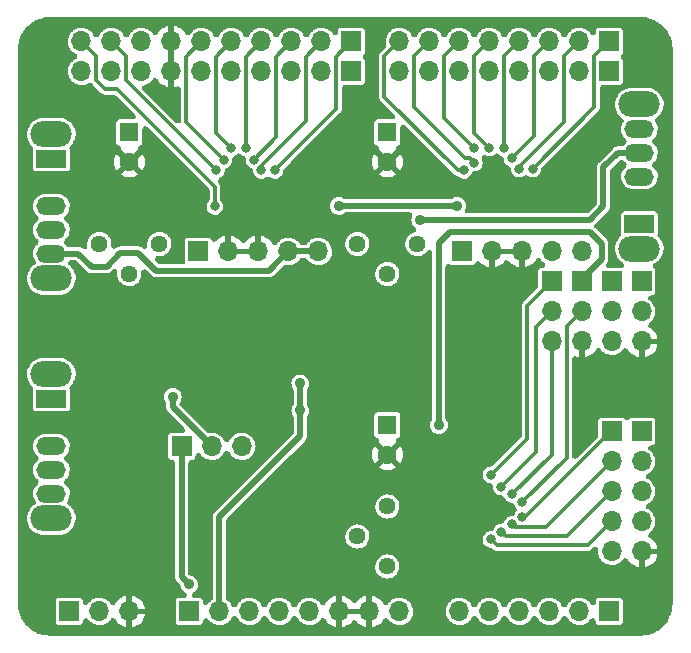
<source format=gbr>
%TF.GenerationSoftware,KiCad,Pcbnew,(6.0.10)*%
%TF.CreationDate,2023-04-16T17:05:03+02:00*%
%TF.ProjectId,arduino-level-shifter-shield,61726475-696e-46f2-9d6c-6576656c2d73,2*%
%TF.SameCoordinates,Original*%
%TF.FileFunction,Copper,L2,Bot*%
%TF.FilePolarity,Positive*%
%FSLAX46Y46*%
G04 Gerber Fmt 4.6, Leading zero omitted, Abs format (unit mm)*
G04 Created by KiCad (PCBNEW (6.0.10)) date 2023-04-16 17:05:03*
%MOMM*%
%LPD*%
G01*
G04 APERTURE LIST*
%TA.AperFunction,ComponentPad*%
%ADD10R,1.700000X1.700000*%
%TD*%
%TA.AperFunction,ComponentPad*%
%ADD11O,1.700000X1.700000*%
%TD*%
%TA.AperFunction,ComponentPad*%
%ADD12O,3.500000X2.200000*%
%TD*%
%TA.AperFunction,ComponentPad*%
%ADD13R,2.500000X1.500000*%
%TD*%
%TA.AperFunction,ComponentPad*%
%ADD14O,2.500000X1.500000*%
%TD*%
%TA.AperFunction,ComponentPad*%
%ADD15R,1.600000X1.600000*%
%TD*%
%TA.AperFunction,ComponentPad*%
%ADD16C,1.600000*%
%TD*%
%TA.AperFunction,ComponentPad*%
%ADD17C,1.440000*%
%TD*%
%TA.AperFunction,ViaPad*%
%ADD18C,0.900000*%
%TD*%
%TA.AperFunction,ViaPad*%
%ADD19C,0.800000*%
%TD*%
%TA.AperFunction,Conductor*%
%ADD20C,0.500000*%
%TD*%
%TA.AperFunction,Conductor*%
%ADD21C,0.300000*%
%TD*%
G04 APERTURE END LIST*
D10*
%TO.P,J53,1,Pin_1*%
%TO.N,/D8_A*%
X28960000Y48260000D03*
D11*
%TO.P,J53,2,Pin_2*%
%TO.N,/D9_A*%
X26420000Y48260000D03*
%TO.P,J53,3,Pin_3*%
%TO.N,/D10_A*%
X23880000Y48260000D03*
%TO.P,J53,4,Pin_4*%
%TO.N,/D11_A*%
X21340000Y48260000D03*
%TO.P,J53,5,Pin_5*%
%TO.N,/D12_A*%
X18800000Y48260000D03*
%TO.P,J53,6,Pin_6*%
%TO.N,/D13_A*%
X16260000Y48260000D03*
%TO.P,J53,7,Pin_7*%
%TO.N,GND*%
X13720000Y48260000D03*
%TO.P,J53,8,Pin_8*%
%TO.N,unconnected-(J53-Pad8)*%
X11180000Y48260000D03*
%TO.P,J53,9,Pin_9*%
%TO.N,/SDA_A*%
X8640000Y48260000D03*
%TO.P,J53,10,Pin_10*%
%TO.N,/SCL_A*%
X6100000Y48260000D03*
%TD*%
D12*
%TO.P,SW2,*%
%TO.N,*%
X3556000Y42943200D03*
X3556000Y30743200D03*
D13*
%TO.P,SW2,1,1*%
%TO.N,+3V3*%
X3556000Y40843200D03*
D14*
%TO.P,SW2,2,2*%
%TO.N,/VCC2*%
X3556000Y36843200D03*
%TO.P,SW2,3,3*%
%TO.N,/VCC2_REG*%
X3556000Y34843200D03*
%TO.P,SW2,4,4*%
%TO.N,/VCC2_EXT*%
X3556000Y32843200D03*
%TD*%
D10*
%TO.P,J46,1,Pin_1*%
%TO.N,/D0_B*%
X50800000Y50800000D03*
D11*
%TO.P,J46,2,Pin_2*%
%TO.N,/D1_B*%
X48260000Y50800000D03*
%TO.P,J46,3,Pin_3*%
%TO.N,/D2_B*%
X45720000Y50800000D03*
%TO.P,J46,4,Pin_4*%
%TO.N,/D3_B*%
X43180000Y50800000D03*
%TO.P,J46,5,Pin_5*%
%TO.N,/D4_B*%
X40640000Y50800000D03*
%TO.P,J46,6,Pin_6*%
%TO.N,/D5_B*%
X38100000Y50800000D03*
%TO.P,J46,7,Pin_7*%
%TO.N,/D6_B*%
X35560000Y50800000D03*
%TO.P,J46,8,Pin_8*%
%TO.N,/D7_B*%
X33020000Y50800000D03*
%TD*%
D15*
%TO.P,C13,1*%
%TO.N,/VCC1*%
X32004000Y43092379D03*
D16*
%TO.P,C13,2*%
%TO.N,GND*%
X32004000Y40592379D03*
%TD*%
D10*
%TO.P,J41,1,Pin_1*%
%TO.N,unconnected-(J41-Pad1)*%
X15240000Y2540000D03*
D11*
%TO.P,J41,2,Pin_2*%
%TO.N,/IOREF*%
X17780000Y2540000D03*
%TO.P,J41,3,Pin_3*%
%TO.N,unconnected-(J41-Pad3)*%
X20320000Y2540000D03*
%TO.P,J41,4,Pin_4*%
%TO.N,+3V3*%
X22860000Y2540000D03*
%TO.P,J41,5,Pin_5*%
%TO.N,+5V*%
X25400000Y2540000D03*
%TO.P,J41,6,Pin_6*%
%TO.N,GND*%
X27940000Y2540000D03*
%TO.P,J41,7,Pin_7*%
X30480000Y2540000D03*
%TO.P,J41,8,Pin_8*%
%TO.N,/VIN*%
X33020000Y2540000D03*
%TD*%
D10*
%TO.P,J56,1,Pin_1*%
%TO.N,/D0_A*%
X50800000Y48260000D03*
D11*
%TO.P,J56,2,Pin_2*%
%TO.N,/D1_A*%
X48260000Y48260000D03*
%TO.P,J56,3,Pin_3*%
%TO.N,/D2_A*%
X45720000Y48260000D03*
%TO.P,J56,4,Pin_4*%
%TO.N,/D3_A*%
X43180000Y48260000D03*
%TO.P,J56,5,Pin_5*%
%TO.N,/D4_A*%
X40640000Y48260000D03*
%TO.P,J56,6,Pin_6*%
%TO.N,/D5_A*%
X38100000Y48260000D03*
%TO.P,J56,7,Pin_7*%
%TO.N,/D6_A*%
X35560000Y48260000D03*
%TO.P,J56,8,Pin_8*%
%TO.N,/D7_A*%
X33020000Y48260000D03*
%TD*%
D10*
%TO.P,J55,1,Pin_1*%
%TO.N,/VCC3*%
X48460000Y30480000D03*
D11*
%TO.P,J55,2,Pin_2*%
%TO.N,/MOSI_A*%
X48460000Y27940000D03*
%TO.P,J55,3,Pin_3*%
%TO.N,GND*%
X48460000Y25400000D03*
%TD*%
D17*
%TO.P,R32,1*%
%TO.N,/VCC3_ADJ_MAX*%
X32004000Y6350000D03*
%TO.P,R32,2*%
%TO.N,/VCC3_ADJ_MIN*%
X29464000Y8890000D03*
%TO.P,R32,3*%
%TO.N,N/C*%
X32004000Y11430000D03*
%TD*%
D10*
%TO.P,J51,1,Pin_1*%
%TO.N,/S0_A*%
X51000000Y17780000D03*
D11*
%TO.P,J51,2,Pin_2*%
%TO.N,/S1_A*%
X51000000Y15240000D03*
%TO.P,J51,3,Pin_3*%
%TO.N,/S2_A*%
X51000000Y12700000D03*
%TO.P,J51,4,Pin_4*%
%TO.N,/S3_A*%
X51000000Y10160000D03*
%TO.P,J51,5,Pin_5*%
%TO.N,/VCC3*%
X51000000Y7620000D03*
%TD*%
D12*
%TO.P,SW3,*%
%TO.N,*%
X3556000Y22623200D03*
X3556000Y10423200D03*
D13*
%TO.P,SW3,1,1*%
%TO.N,+3V3*%
X3556000Y20523200D03*
D14*
%TO.P,SW3,2,2*%
%TO.N,/VCC3*%
X3556000Y16523200D03*
%TO.P,SW3,3,3*%
%TO.N,/VCC3_REG*%
X3556000Y14523200D03*
%TO.P,SW3,4,4*%
%TO.N,/VCC3_EXT*%
X3556000Y12523200D03*
%TD*%
D15*
%TO.P,C23,1*%
%TO.N,/VCC2*%
X10160000Y43092379D03*
D16*
%TO.P,C23,2*%
%TO.N,GND*%
X10160000Y40592379D03*
%TD*%
D10*
%TO.P,J43,1,Pin_1*%
%TO.N,unconnected-(J43-Pad1)*%
X50800000Y2540000D03*
D11*
%TO.P,J43,2,Pin_2*%
%TO.N,unconnected-(J43-Pad2)*%
X48260000Y2540000D03*
%TO.P,J43,3,Pin_3*%
%TO.N,unconnected-(J43-Pad3)*%
X45720000Y2540000D03*
%TO.P,J43,4,Pin_4*%
%TO.N,unconnected-(J43-Pad4)*%
X43180000Y2540000D03*
%TO.P,J43,5,Pin_5*%
%TO.N,unconnected-(J43-Pad5)*%
X40640000Y2540000D03*
%TO.P,J43,6,Pin_6*%
%TO.N,unconnected-(J43-Pad6)*%
X38100000Y2540000D03*
%TD*%
D10*
%TO.P,J52,1,Pin_1*%
%TO.N,/S0_B*%
X53540000Y17780000D03*
D11*
%TO.P,J52,2,Pin_2*%
%TO.N,/S1_B*%
X53540000Y15240000D03*
%TO.P,J52,3,Pin_3*%
%TO.N,/S2_B*%
X53540000Y12700000D03*
%TO.P,J52,4,Pin_4*%
%TO.N,/S3_B*%
X53540000Y10160000D03*
%TO.P,J52,5,Pin_5*%
%TO.N,GND*%
X53540000Y7620000D03*
%TD*%
D10*
%TO.P,J54,1,Pin_1*%
%TO.N,/MISO_A*%
X45920000Y30480000D03*
D11*
%TO.P,J54,2,Pin_2*%
%TO.N,/SCK_A*%
X45920000Y27940000D03*
%TO.P,J54,3,Pin_3*%
%TO.N,/RESET_A*%
X45920000Y25400000D03*
%TD*%
D17*
%TO.P,R22,1*%
%TO.N,/VCC2_ADJ_MAX*%
X12700000Y33655000D03*
%TO.P,R22,2*%
%TO.N,/VCC2_ADJ_MIN*%
X10160000Y31115000D03*
%TO.P,R22,3*%
%TO.N,N/C*%
X7620000Y33655000D03*
%TD*%
%TO.P,R12,1*%
%TO.N,/VCC1_ADJ_MAX*%
X34544000Y33655000D03*
%TO.P,R12,2*%
%TO.N,/VCC1_ADJ_MIN*%
X32004000Y31115000D03*
%TO.P,R12,3*%
%TO.N,N/C*%
X29464000Y33655000D03*
%TD*%
D10*
%TO.P,J1,1,Pin_1*%
%TO.N,/VCC1*%
X38300000Y33020000D03*
D11*
%TO.P,J1,2,Pin_2*%
%TO.N,GND*%
X40840000Y33020000D03*
%TO.P,J1,3,Pin_3*%
X43380000Y33020000D03*
%TO.P,J1,4,Pin_4*%
%TO.N,/VCC1_EXT*%
X45920000Y33020000D03*
%TO.P,J1,5,Pin_5*%
X48460000Y33020000D03*
%TD*%
D10*
%TO.P,J3,1,Pin_1*%
%TO.N,/VCC3_EXT*%
X5080000Y2540000D03*
D11*
%TO.P,J3,2,Pin_2*%
X7620000Y2540000D03*
%TO.P,J3,3,Pin_3*%
%TO.N,GND*%
X10160000Y2540000D03*
%TD*%
D10*
%TO.P,J42,1,Pin_1*%
%TO.N,/D8_B*%
X28960000Y50800000D03*
D11*
%TO.P,J42,2,Pin_2*%
%TO.N,/D9_B*%
X26420000Y50800000D03*
%TO.P,J42,3,Pin_3*%
%TO.N,/D10_B*%
X23880000Y50800000D03*
%TO.P,J42,4,Pin_4*%
%TO.N,/D11_B*%
X21340000Y50800000D03*
%TO.P,J42,5,Pin_5*%
%TO.N,/D12_B*%
X18800000Y50800000D03*
%TO.P,J42,6,Pin_6*%
%TO.N,/D13_B*%
X16260000Y50800000D03*
%TO.P,J42,7,Pin_7*%
%TO.N,GND*%
X13720000Y50800000D03*
%TO.P,J42,8,Pin_8*%
%TO.N,unconnected-(J42-Pad8)*%
X11180000Y50800000D03*
%TO.P,J42,9,Pin_9*%
%TO.N,/SDA_B*%
X8640000Y50800000D03*
%TO.P,J42,10,Pin_10*%
%TO.N,/SCL_B*%
X6100000Y50800000D03*
%TD*%
D10*
%TO.P,J2,1,Pin_1*%
%TO.N,/VCC2*%
X16002000Y33020000D03*
D11*
%TO.P,J2,2,Pin_2*%
%TO.N,GND*%
X18542000Y33020000D03*
%TO.P,J2,3,Pin_3*%
X21082000Y33020000D03*
%TO.P,J2,4,Pin_4*%
%TO.N,/VCC2_EXT*%
X23622000Y33020000D03*
%TO.P,J2,5,Pin_5*%
X26162000Y33020000D03*
%TD*%
D15*
%TO.P,C33,1*%
%TO.N,/VCC3*%
X32004000Y18327379D03*
D16*
%TO.P,C33,2*%
%TO.N,GND*%
X32004000Y15827379D03*
%TD*%
D12*
%TO.P,SW1,*%
%TO.N,*%
X53340000Y33266000D03*
X53340000Y45466000D03*
D13*
%TO.P,SW1,1,1*%
%TO.N,+3V3*%
X53340000Y35366000D03*
D14*
%TO.P,SW1,2,2*%
%TO.N,/VCC1*%
X53340000Y39366000D03*
%TO.P,SW1,3,3*%
%TO.N,/VCC1_REG*%
X53340000Y41366000D03*
%TO.P,SW1,4,4*%
%TO.N,/VCC1_EXT*%
X53340000Y43366000D03*
%TD*%
D11*
%TO.P,J47,3,Pin_3*%
%TO.N,/VIN*%
X19685000Y16510000D03*
%TO.P,J47,2,Pin_2*%
%TO.N,/VREG_IN*%
X17145000Y16510000D03*
D10*
%TO.P,J47,1,Pin_1*%
%TO.N,+5V*%
X14605000Y16510000D03*
%TD*%
%TO.P,J45,1,Pin_1*%
%TO.N,unconnected-(J45-Pad1)*%
X53540000Y30480000D03*
D11*
%TO.P,J45,2,Pin_2*%
%TO.N,/MOSI_B*%
X53540000Y27940000D03*
%TO.P,J45,3,Pin_3*%
%TO.N,GND*%
X53540000Y25400000D03*
%TD*%
D10*
%TO.P,J44,1,Pin_1*%
%TO.N,/MISO_B*%
X51000000Y30480000D03*
D11*
%TO.P,J44,2,Pin_2*%
%TO.N,/SCK_B*%
X51000000Y27940000D03*
%TO.P,J44,3,Pin_3*%
%TO.N,/RESET_B*%
X51000000Y25400000D03*
%TD*%
D18*
%TO.N,+5V*%
X15240000Y4826000D03*
%TO.N,GND*%
X26162000Y11938000D03*
X47945000Y41788000D03*
X15425500Y38412500D03*
X26096000Y41788000D03*
X24714200Y13208000D03*
X26289000Y24765000D03*
X24714200Y10922000D03*
X26289000Y27305000D03*
X26289000Y22479000D03*
X40753000Y17780000D03*
X42672000Y17794000D03*
X14605000Y39243000D03*
X36449000Y39370000D03*
X44196000Y6350000D03*
X6985000Y22479000D03*
X6985000Y24765000D03*
X47945000Y39878000D03*
X7239000Y27305000D03*
X26096000Y39878000D03*
X44979500Y7260500D03*
X37279500Y38412500D03*
%TO.N,/VCC1_REG*%
X34798000Y35687000D03*
%TO.N,/VCC3*%
X36372800Y18313400D03*
%TO.N,/VREG_IN*%
X13834000Y20710000D03*
%TO.N,/IOREF*%
X24638000Y19558000D03*
X24638000Y21844000D03*
X27889200Y36884430D03*
X37918570Y36884430D03*
D19*
%TO.N,/D8_B*%
X22479000Y39878000D03*
%TO.N,/D9_B*%
X21336000Y39878000D03*
%TO.N,/D10_B*%
X20701000Y40767000D03*
%TO.N,/D11_B*%
X20066000Y41783000D03*
%TO.N,/D12_B*%
X18796000Y41783000D03*
%TO.N,/D13_B*%
X18161000Y40767000D03*
%TO.N,/SDA_B*%
X17526000Y39878000D03*
%TO.N,/SCL_B*%
X17399000Y36830000D03*
%TO.N,/D0_B*%
X44323000Y40005000D03*
%TO.N,/D1_B*%
X43180000Y40005000D03*
%TO.N,/D2_B*%
X42545000Y40894000D03*
%TO.N,/D3_B*%
X41910000Y41783000D03*
%TO.N,/D4_B*%
X40640000Y41783000D03*
%TO.N,/D5_B*%
X39370000Y41783000D03*
%TO.N,/D6_B*%
X39370000Y40513000D03*
%TO.N,/D7_B*%
X38481000Y39878000D03*
%TO.N,/S0_A*%
X43434000Y10541000D03*
%TO.N,/S1_A*%
X42545000Y9906000D03*
%TO.N,/S2_A*%
X41656000Y9271000D03*
%TO.N,/S3_A*%
X40767000Y8636000D03*
%TO.N,/MISO_A*%
X40767000Y14097000D03*
%TO.N,/SCK_A*%
X41656000Y13081000D03*
%TO.N,/MOSI_A*%
X43434000Y11811000D03*
%TO.N,/RESET_A*%
X42545000Y12446000D03*
%TD*%
D20*
%TO.N,+5V*%
X14605000Y5461000D02*
X14605000Y16510000D01*
X15240000Y4826000D02*
X14605000Y5461000D01*
%TO.N,/VCC1_REG*%
X50292000Y40132000D02*
X51526000Y41366000D01*
X51526000Y41366000D02*
X53340000Y41366000D01*
X34798000Y35687000D02*
X49149000Y35687000D01*
X49149000Y35687000D02*
X50292000Y36830000D01*
X50292000Y36830000D02*
X50292000Y40132000D01*
%TO.N,/VCC3*%
X50165000Y32412000D02*
X50165000Y33655000D01*
X48460000Y30480000D02*
X48460000Y30707000D01*
X48460000Y30707000D02*
X50165000Y32412000D01*
X49149000Y34671000D02*
X37338000Y34671000D01*
X37338000Y34671000D02*
X36372800Y33705800D01*
X36372800Y33705800D02*
X36372800Y18313400D01*
X50165000Y33655000D02*
X49149000Y34671000D01*
%TO.N,/VCC2_EXT*%
X9398000Y32893000D02*
X10922000Y32893000D01*
X3556000Y32843200D02*
X5842000Y32843200D01*
X6965200Y31720000D02*
X8225000Y31720000D01*
X8225000Y31720000D02*
X9398000Y32893000D01*
X5842000Y32843200D02*
X6965200Y31720000D01*
X12446000Y31369000D02*
X21971000Y31369000D01*
X21971000Y31369000D02*
X23622000Y33020000D01*
X10922000Y32893000D02*
X12446000Y31369000D01*
X23622000Y33020000D02*
X26162000Y33020000D01*
%TO.N,/VREG_IN*%
X17145000Y16510000D02*
X13834000Y19821000D01*
X13834000Y19821000D02*
X13834000Y20710000D01*
%TO.N,/IOREF*%
X24638000Y19558000D02*
X24638000Y21844000D01*
X17780000Y10541000D02*
X24638000Y17399000D01*
X24638000Y17399000D02*
X24638000Y19558000D01*
X27889200Y36884430D02*
X37918570Y36884430D01*
X17780000Y2540000D02*
X17780000Y10541000D01*
D21*
%TO.N,/D8_B*%
X27686000Y45085000D02*
X27686000Y49526000D01*
X27686000Y49526000D02*
X28960000Y50800000D01*
X22479000Y39878000D02*
X27686000Y45085000D01*
%TO.N,/D9_B*%
X25146000Y49526000D02*
X26420000Y50800000D01*
X21336000Y39878000D02*
X21336000Y40259000D01*
X21336000Y40259000D02*
X25146000Y44069000D01*
X25146000Y44069000D02*
X25146000Y49526000D01*
%TO.N,/D10_B*%
X22606000Y42672000D02*
X22606000Y49526000D01*
X20701000Y40767000D02*
X22606000Y42672000D01*
X22606000Y49526000D02*
X23880000Y50800000D01*
%TO.N,/D11_B*%
X20066000Y49526000D02*
X21340000Y50800000D01*
X20066000Y41783000D02*
X20066000Y49526000D01*
%TO.N,/D12_B*%
X17526000Y49526000D02*
X18800000Y50800000D01*
X18796000Y41783000D02*
X17526000Y43053000D01*
X17526000Y43053000D02*
X17526000Y49526000D01*
%TO.N,/D13_B*%
X18161000Y40767000D02*
X14986000Y43942000D01*
X14986000Y43942000D02*
X14986000Y49526000D01*
X14986000Y49526000D02*
X16260000Y50800000D01*
%TO.N,/SDA_B*%
X17526000Y39878000D02*
X9906000Y47498000D01*
X9906000Y49534000D02*
X8640000Y50800000D01*
X9906000Y47498000D02*
X9906000Y49534000D01*
%TO.N,/SCL_B*%
X7366000Y49534000D02*
X6100000Y50800000D01*
X17399000Y36830000D02*
X17399000Y38481000D01*
X8128000Y46736000D02*
X7366000Y47498000D01*
X9144000Y46736000D02*
X8128000Y46736000D01*
X17399000Y38481000D02*
X9144000Y46736000D01*
X7366000Y47498000D02*
X7366000Y49534000D01*
%TO.N,/D0_B*%
X49530000Y45212000D02*
X49530000Y49530000D01*
X44323000Y40005000D02*
X49530000Y45212000D01*
X49530000Y49530000D02*
X50800000Y50800000D01*
%TO.N,/D1_B*%
X46990000Y49530000D02*
X48260000Y50800000D01*
X46990000Y43942000D02*
X46990000Y49530000D01*
X43180000Y40132000D02*
X46990000Y43942000D01*
X43180000Y40005000D02*
X43180000Y40132000D01*
%TO.N,/D2_B*%
X44450000Y49530000D02*
X45720000Y50800000D01*
X42545000Y40894000D02*
X44450000Y42799000D01*
X44450000Y42799000D02*
X44450000Y49530000D01*
%TO.N,/D3_B*%
X41910000Y49530000D02*
X43180000Y50800000D01*
X41910000Y41783000D02*
X41910000Y49530000D01*
%TO.N,/D4_B*%
X39370000Y43053000D02*
X39370000Y49530000D01*
X39370000Y49530000D02*
X40640000Y50800000D01*
X40640000Y41783000D02*
X39370000Y43053000D01*
%TO.N,/D5_B*%
X36830000Y44323000D02*
X36830000Y49530000D01*
X36830000Y49530000D02*
X38100000Y50800000D01*
X39370000Y41783000D02*
X36830000Y44323000D01*
%TO.N,/D6_B*%
X39370000Y40513000D02*
X38989000Y40894000D01*
X34290000Y45212000D02*
X34290000Y49530000D01*
X38989000Y40894000D02*
X38608000Y40894000D01*
X38608000Y40894000D02*
X34290000Y45212000D01*
X34290000Y49530000D02*
X35560000Y50800000D01*
%TO.N,/D7_B*%
X31750000Y49530000D02*
X33020000Y50800000D01*
X31750000Y46101000D02*
X31750000Y49530000D01*
X38481000Y39878000D02*
X37973000Y39878000D01*
X37973000Y39878000D02*
X31750000Y46101000D01*
%TO.N,/S0_A*%
X51000000Y17780000D02*
X50927000Y17780000D01*
X50927000Y17780000D02*
X43688000Y10541000D01*
X43688000Y10541000D02*
X43434000Y10541000D01*
%TO.N,/S1_A*%
X45412000Y9652000D02*
X51000000Y15240000D01*
X42545000Y9906000D02*
X42799000Y9652000D01*
X42799000Y9652000D02*
X45412000Y9652000D01*
%TO.N,/S2_A*%
X41656000Y9271000D02*
X42037000Y8890000D01*
X47190000Y8890000D02*
X51000000Y12700000D01*
X42037000Y8890000D02*
X47190000Y8890000D01*
%TO.N,/S3_A*%
X41275000Y8128000D02*
X40767000Y8636000D01*
X51000000Y10160000D02*
X48968000Y8128000D01*
X48968000Y8128000D02*
X41275000Y8128000D01*
%TO.N,/MISO_A*%
X43815000Y28375000D02*
X43815000Y17145000D01*
X45920000Y30480000D02*
X43815000Y28375000D01*
X43815000Y17145000D02*
X40767000Y14097000D01*
%TO.N,/SCK_A*%
X44577000Y16002000D02*
X41656000Y13081000D01*
X45920000Y27940000D02*
X44577000Y26597000D01*
X44577000Y26597000D02*
X44577000Y16002000D01*
%TO.N,/MOSI_A*%
X43434000Y11811000D02*
X47193200Y15570200D01*
X47193200Y26673200D02*
X48460000Y27940000D01*
X47193200Y15570200D02*
X47193200Y26673200D01*
%TO.N,/RESET_A*%
X45920000Y25400000D02*
X45920000Y15821000D01*
X45920000Y15821000D02*
X42545000Y12446000D01*
%TD*%
%TA.AperFunction,Conductor*%
%TO.N,GND*%
G36*
X53411675Y52888647D02*
G01*
X53428546Y52888647D01*
X53450000Y52884864D01*
X53469635Y52888326D01*
X53472167Y52888255D01*
X53738284Y52873310D01*
X53766030Y52870184D01*
X53901472Y52847172D01*
X54036919Y52824159D01*
X54064123Y52817949D01*
X54328154Y52741883D01*
X54354504Y52732663D01*
X54608355Y52627514D01*
X54633497Y52615407D01*
X54873987Y52482493D01*
X54897627Y52467639D01*
X55121710Y52308643D01*
X55143540Y52291234D01*
X55348408Y52108153D01*
X55368153Y52088408D01*
X55551234Y51883540D01*
X55568643Y51861710D01*
X55727639Y51637627D01*
X55742493Y51613987D01*
X55875407Y51373497D01*
X55887514Y51348355D01*
X55992241Y51095522D01*
X55992663Y51094504D01*
X56001883Y51068154D01*
X56077949Y50804123D01*
X56084159Y50776919D01*
X56107172Y50641472D01*
X56130184Y50506030D01*
X56133310Y50478284D01*
X56148255Y50212167D01*
X56148326Y50209635D01*
X56144864Y50190000D01*
X56148647Y50168546D01*
X56148647Y50151675D01*
X56149500Y50141924D01*
X56149500Y3238076D01*
X56148647Y3228325D01*
X56148647Y3211454D01*
X56144864Y3190000D01*
X56148326Y3170365D01*
X56148255Y3167833D01*
X56133310Y2901716D01*
X56130184Y2873970D01*
X56084160Y2603087D01*
X56077949Y2575877D01*
X56001885Y2311851D01*
X55992663Y2285496D01*
X55887514Y2031645D01*
X55875407Y2006503D01*
X55748003Y1775982D01*
X55742496Y1766017D01*
X55727639Y1742373D01*
X55568643Y1518290D01*
X55551234Y1496460D01*
X55368153Y1291592D01*
X55348408Y1271847D01*
X55143540Y1088766D01*
X55121710Y1071357D01*
X54897627Y912361D01*
X54873987Y897507D01*
X54633497Y764593D01*
X54608355Y752486D01*
X54355522Y647759D01*
X54354504Y647337D01*
X54328154Y638117D01*
X54064123Y562051D01*
X54036919Y555841D01*
X53901472Y532828D01*
X53766030Y509816D01*
X53738284Y506690D01*
X53472167Y491745D01*
X53469635Y491674D01*
X53450000Y495136D01*
X53428546Y491353D01*
X53411675Y491353D01*
X53401924Y490500D01*
X3498076Y490500D01*
X3488325Y491353D01*
X3471454Y491353D01*
X3450000Y495136D01*
X3430365Y491674D01*
X3427833Y491745D01*
X3161716Y506690D01*
X3133970Y509816D01*
X2998529Y532828D01*
X2863081Y555841D01*
X2835877Y562051D01*
X2571846Y638117D01*
X2545496Y647337D01*
X2544478Y647759D01*
X2291645Y752486D01*
X2266503Y764593D01*
X2026013Y897507D01*
X2002373Y912361D01*
X1778290Y1071357D01*
X1756460Y1088766D01*
X1551592Y1271847D01*
X1531847Y1291592D01*
X1348766Y1496460D01*
X1331357Y1518290D01*
X1241200Y1645354D01*
X3929500Y1645354D01*
X3932618Y1619154D01*
X3978061Y1516847D01*
X4057287Y1437759D01*
X4159673Y1392494D01*
X4185354Y1389500D01*
X5974646Y1389500D01*
X5981961Y1390371D01*
X5981969Y1390371D01*
X5982296Y1390410D01*
X5982299Y1390411D01*
X6000846Y1392618D01*
X6103153Y1438061D01*
X6182241Y1517287D01*
X6227506Y1619673D01*
X6230500Y1645354D01*
X6230500Y1728762D01*
X6249454Y1824050D01*
X6303430Y1904832D01*
X6384212Y1958808D01*
X6479500Y1977762D01*
X6574788Y1958808D01*
X6655570Y1904832D01*
X6682844Y1872471D01*
X6741405Y1789609D01*
X6892865Y1642063D01*
X7068677Y1524589D01*
X7136019Y1495657D01*
X7252464Y1445628D01*
X7252468Y1445627D01*
X7262953Y1441122D01*
X7469186Y1394456D01*
X7584745Y1389915D01*
X7669060Y1386602D01*
X7669064Y1386602D01*
X7680470Y1386154D01*
X7889730Y1416496D01*
X8089955Y1484463D01*
X8274442Y1587781D01*
X8283216Y1595078D01*
X8283220Y1595081D01*
X8428231Y1715685D01*
X8437012Y1722988D01*
X8572219Y1885558D01*
X8572710Y1885149D01*
X8636130Y1946932D01*
X8726368Y1982935D01*
X8823515Y1981664D01*
X8912780Y1943314D01*
X8980575Y1873723D01*
X8987387Y1862608D01*
X8992638Y1853513D01*
X9115653Y1677830D01*
X9129576Y1661236D01*
X9281239Y1509573D01*
X9297823Y1495657D01*
X9473522Y1372631D01*
X9492268Y1361808D01*
X9686657Y1271163D01*
X9707014Y1263754D01*
X9886309Y1215712D01*
X9907123Y1214348D01*
X9909011Y1218175D01*
X9910000Y1225689D01*
X9910000Y1233891D01*
X10410000Y1233891D01*
X10414069Y1213433D01*
X10418257Y1212600D01*
X10425771Y1213590D01*
X10612986Y1263754D01*
X10633343Y1271163D01*
X10827732Y1361808D01*
X10846478Y1372631D01*
X11022177Y1495657D01*
X11038761Y1509573D01*
X11190424Y1661236D01*
X11204347Y1677830D01*
X11327365Y1853518D01*
X11338195Y1872275D01*
X11428834Y2066652D01*
X11436246Y2087015D01*
X11484288Y2266309D01*
X11485652Y2287123D01*
X11481825Y2289011D01*
X11474311Y2290000D01*
X10434527Y2290000D01*
X10414069Y2285931D01*
X10410000Y2265473D01*
X10410000Y1233891D01*
X9910000Y1233891D01*
X9910000Y2814527D01*
X10410000Y2814527D01*
X10414069Y2794069D01*
X10434527Y2790000D01*
X11466109Y2790000D01*
X11486567Y2794069D01*
X11487400Y2798257D01*
X11486410Y2805771D01*
X11436246Y2992985D01*
X11428834Y3013348D01*
X11338195Y3207725D01*
X11327365Y3226482D01*
X11204347Y3402170D01*
X11190424Y3418764D01*
X11038761Y3570427D01*
X11022177Y3584343D01*
X10846478Y3707369D01*
X10827732Y3718192D01*
X10633343Y3808837D01*
X10612986Y3816246D01*
X10433691Y3864288D01*
X10412877Y3865652D01*
X10410989Y3861825D01*
X10410000Y3854311D01*
X10410000Y2814527D01*
X9910000Y2814527D01*
X9910000Y3846109D01*
X9905931Y3866567D01*
X9901743Y3867400D01*
X9894229Y3866410D01*
X9707015Y3816246D01*
X9686652Y3808834D01*
X9492275Y3718195D01*
X9473518Y3707365D01*
X9297830Y3584347D01*
X9281236Y3570424D01*
X9129576Y3418764D01*
X9115653Y3402170D01*
X8992638Y3226487D01*
X8985726Y3214515D01*
X8921667Y3141471D01*
X8834531Y3098500D01*
X8737584Y3092146D01*
X8645585Y3123376D01*
X8570574Y3190033D01*
X8551086Y3216131D01*
X8478651Y3313133D01*
X8323381Y3456663D01*
X8286632Y3479850D01*
X8154210Y3563403D01*
X8154206Y3563405D01*
X8144554Y3569495D01*
X8003750Y3625670D01*
X7958756Y3643621D01*
X7958752Y3643622D01*
X7948160Y3647848D01*
X7936975Y3650073D01*
X7936971Y3650074D01*
X7751968Y3686873D01*
X7751964Y3686873D01*
X7740775Y3689099D01*
X7624912Y3690616D01*
X7540752Y3691718D01*
X7540748Y3691718D01*
X7529346Y3691867D01*
X7418569Y3672832D01*
X7332206Y3657993D01*
X7332202Y3657992D01*
X7320953Y3656059D01*
X7310238Y3652106D01*
X7133289Y3586826D01*
X7133286Y3586824D01*
X7122575Y3582873D01*
X6940856Y3474762D01*
X6924988Y3460846D01*
X6790462Y3342871D01*
X6790458Y3342867D01*
X6781881Y3335345D01*
X6774816Y3326383D01*
X6774815Y3326382D01*
X6761944Y3310055D01*
X6677448Y3202871D01*
X6675044Y3199822D01*
X6601167Y3136725D01*
X6508768Y3106702D01*
X6411912Y3114324D01*
X6325346Y3158432D01*
X6262249Y3232309D01*
X6232226Y3324708D01*
X6230500Y3353976D01*
X6230500Y3434646D01*
X6227382Y3460846D01*
X6181939Y3563153D01*
X6102713Y3642241D01*
X6000327Y3687506D01*
X5974646Y3690500D01*
X4185354Y3690500D01*
X4178039Y3689629D01*
X4178031Y3689629D01*
X4177704Y3689590D01*
X4177701Y3689589D01*
X4159154Y3687382D01*
X4056847Y3641939D01*
X3977759Y3562713D01*
X3932494Y3460327D01*
X3929500Y3434646D01*
X3929500Y1645354D01*
X1241200Y1645354D01*
X1172361Y1742373D01*
X1157504Y1766017D01*
X1151997Y1775982D01*
X1024593Y2006503D01*
X1012486Y2031645D01*
X907337Y2285496D01*
X898115Y2311851D01*
X822051Y2575877D01*
X815840Y2603087D01*
X769816Y2873970D01*
X766690Y2901716D01*
X751745Y3167833D01*
X751674Y3170365D01*
X755136Y3190000D01*
X751353Y3211454D01*
X751353Y3228325D01*
X750500Y3238076D01*
X750500Y10489411D01*
X1501996Y10489411D01*
X1502391Y10478884D01*
X1502391Y10478880D01*
X1506455Y10370658D01*
X1510913Y10251905D01*
X1559719Y10019296D01*
X1647020Y9798237D01*
X1652488Y9789226D01*
X1652490Y9789222D01*
X1689102Y9728888D01*
X1770319Y9595047D01*
X1777230Y9587083D01*
X1777232Y9587080D01*
X1899027Y9446723D01*
X1926090Y9415536D01*
X2109880Y9264838D01*
X2316433Y9147261D01*
X2539844Y9066166D01*
X2550228Y9064288D01*
X2550229Y9064288D01*
X2765650Y9025334D01*
X2765653Y9025334D01*
X2773725Y9023874D01*
X2788336Y9023185D01*
X2795707Y9022837D01*
X2795721Y9022837D01*
X2798619Y9022700D01*
X4265680Y9022700D01*
X4348482Y9029726D01*
X4432316Y9036839D01*
X4432321Y9036840D01*
X4442823Y9037731D01*
X4453028Y9040380D01*
X4453030Y9040380D01*
X4662672Y9094792D01*
X4662673Y9094792D01*
X4672874Y9097440D01*
X4688465Y9104463D01*
X4879960Y9190725D01*
X4879963Y9190727D01*
X4889576Y9195057D01*
X5031351Y9290506D01*
X5077987Y9321903D01*
X5077991Y9321906D01*
X5086732Y9327791D01*
X5171706Y9408852D01*
X5251075Y9484566D01*
X5251077Y9484568D01*
X5258705Y9491845D01*
X5400579Y9682530D01*
X5508295Y9894393D01*
X5578775Y10121376D01*
X5610004Y10356989D01*
X5609495Y10370560D01*
X5603751Y10523546D01*
X5601087Y10594495D01*
X5552281Y10827104D01*
X5464980Y11048163D01*
X5455237Y11064220D01*
X5371099Y11202873D01*
X5341681Y11251353D01*
X5327368Y11267848D01*
X5192820Y11422901D01*
X5192819Y11422902D01*
X5185910Y11430864D01*
X5002120Y11581562D01*
X4993453Y11586496D01*
X4925831Y11655910D01*
X4889829Y11746148D01*
X4891100Y11843294D01*
X4927066Y11928027D01*
X4931118Y11932925D01*
X4943596Y11956002D01*
X5023313Y12103436D01*
X5023314Y12103439D01*
X5029103Y12114145D01*
X5059225Y12211454D01*
X5086421Y12299309D01*
X5086421Y12299311D01*
X5090023Y12310946D01*
X5111557Y12515831D01*
X5092886Y12720997D01*
X5034720Y12918628D01*
X4939274Y13101198D01*
X4810185Y13261753D01*
X4749276Y13312862D01*
X4725948Y13332437D01*
X4665137Y13408207D01*
X4637950Y13501480D01*
X4648528Y13598058D01*
X4695259Y13683236D01*
X4728624Y13716139D01*
X4799800Y13774189D01*
X4813492Y13790739D01*
X4881907Y13873439D01*
X4931118Y13932925D01*
X4937756Y13945202D01*
X5023313Y14103436D01*
X5023314Y14103439D01*
X5029103Y14114145D01*
X5090023Y14310946D01*
X5111557Y14515831D01*
X5092886Y14720997D01*
X5034720Y14918628D01*
X4939274Y15101198D01*
X4810185Y15261753D01*
X4754818Y15308212D01*
X4725948Y15332437D01*
X4665137Y15408207D01*
X4637950Y15501480D01*
X4648528Y15598058D01*
X4695259Y15683236D01*
X4728624Y15716139D01*
X4799800Y15774189D01*
X4811902Y15788817D01*
X4923358Y15923545D01*
X4931118Y15932925D01*
X4974486Y16013133D01*
X5023313Y16103436D01*
X5023314Y16103439D01*
X5029103Y16114145D01*
X5049196Y16179056D01*
X5086421Y16299309D01*
X5086421Y16299311D01*
X5090023Y16310946D01*
X5111557Y16515831D01*
X5092886Y16720997D01*
X5034720Y16918628D01*
X4939274Y17101198D01*
X4810185Y17261753D01*
X4794234Y17275138D01*
X4718843Y17338398D01*
X4652370Y17394176D01*
X4626974Y17408138D01*
X4482503Y17487561D01*
X4482502Y17487561D01*
X4471838Y17493424D01*
X4460244Y17497102D01*
X4460239Y17497104D01*
X4287069Y17552036D01*
X4275468Y17555716D01*
X4263370Y17557073D01*
X4122056Y17572924D01*
X4122052Y17572924D01*
X4115136Y17573700D01*
X3004159Y17573700D01*
X2998116Y17573107D01*
X2998106Y17573107D01*
X2909167Y17564386D01*
X2850970Y17558680D01*
X2653749Y17499135D01*
X2642992Y17493415D01*
X2642991Y17493415D01*
X2562799Y17450776D01*
X2471849Y17402418D01*
X2312200Y17272211D01*
X2304441Y17262832D01*
X2304440Y17262831D01*
X2278430Y17231390D01*
X2180882Y17113475D01*
X2175092Y17102766D01*
X2175091Y17102765D01*
X2093662Y16952164D01*
X2082897Y16932255D01*
X2079296Y16920622D01*
X2026094Y16748753D01*
X2021977Y16735454D01*
X2000443Y16530569D01*
X2019114Y16325403D01*
X2077280Y16127772D01*
X2172726Y15945202D01*
X2301815Y15784647D01*
X2341149Y15751642D01*
X2386052Y15713963D01*
X2446863Y15638193D01*
X2474050Y15544920D01*
X2463472Y15448342D01*
X2416741Y15363164D01*
X2383376Y15330261D01*
X2312200Y15272211D01*
X2304441Y15262832D01*
X2304440Y15262831D01*
X2257250Y15205788D01*
X2180882Y15113475D01*
X2175092Y15102766D01*
X2175091Y15102765D01*
X2103452Y14970270D01*
X2082897Y14932255D01*
X2079296Y14920622D01*
X2030161Y14761891D01*
X2021977Y14735454D01*
X2000443Y14530569D01*
X2019114Y14325403D01*
X2077280Y14127772D01*
X2172726Y13945202D01*
X2301815Y13784647D01*
X2326201Y13764185D01*
X2386052Y13713963D01*
X2446863Y13638193D01*
X2474050Y13544920D01*
X2463472Y13448342D01*
X2416741Y13363164D01*
X2383376Y13330261D01*
X2312200Y13272211D01*
X2180882Y13113475D01*
X2175092Y13102766D01*
X2175091Y13102765D01*
X2095562Y12955678D01*
X2082897Y12932255D01*
X2079296Y12920622D01*
X2029775Y12760644D01*
X2021977Y12735454D01*
X2000443Y12530569D01*
X2019114Y12325403D01*
X2077280Y12127772D01*
X2172726Y11945202D01*
X2180362Y11935704D01*
X2187026Y11925521D01*
X2184253Y11923706D01*
X2218556Y11858017D01*
X2227149Y11761242D01*
X2198053Y11668547D01*
X2135699Y11594041D01*
X2118662Y11581486D01*
X2025268Y11518609D01*
X1995953Y11490644D01*
X1861494Y11362376D01*
X1853295Y11354555D01*
X1711421Y11163870D01*
X1603705Y10952007D01*
X1595005Y10923989D01*
X1550045Y10779192D01*
X1533225Y10725024D01*
X1501996Y10489411D01*
X750500Y10489411D01*
X750500Y22689411D01*
X1501996Y22689411D01*
X1502391Y22678884D01*
X1502391Y22678880D01*
X1506068Y22580943D01*
X1510913Y22451905D01*
X1559719Y22219296D01*
X1647020Y21998237D01*
X1770319Y21795047D01*
X1777230Y21787083D01*
X1777232Y21787080D01*
X1890824Y21656177D01*
X1926090Y21615536D01*
X1934242Y21608852D01*
X1941805Y21601497D01*
X1940515Y21600170D01*
X1993283Y21535930D01*
X2021526Y21442971D01*
X2014274Y21356600D01*
X2008494Y21343527D01*
X2005500Y21317846D01*
X2005500Y19728554D01*
X2008618Y19702354D01*
X2054061Y19600047D01*
X2133287Y19520959D01*
X2157205Y19510385D01*
X2204011Y19489692D01*
X2235673Y19475694D01*
X2261354Y19472700D01*
X4850646Y19472700D01*
X4857961Y19473571D01*
X4857969Y19473571D01*
X4858296Y19473610D01*
X4858299Y19473611D01*
X4876846Y19475818D01*
X4979153Y19521261D01*
X5058241Y19600487D01*
X5103506Y19702873D01*
X5106500Y19728554D01*
X5106500Y20720545D01*
X13078825Y20720545D01*
X13080183Y20706694D01*
X13080183Y20706691D01*
X13082685Y20681174D01*
X13095255Y20552975D01*
X13148402Y20393209D01*
X13235013Y20250197D01*
X13235624Y20249188D01*
X13235538Y20249136D01*
X13274902Y20169664D01*
X13283500Y20104797D01*
X13283500Y19838591D01*
X13283282Y19828164D01*
X13280790Y19768706D01*
X13284666Y19752182D01*
X13284666Y19752180D01*
X13289401Y19731995D01*
X13293676Y19708929D01*
X13298794Y19671568D01*
X13305536Y19655987D01*
X13308031Y19647053D01*
X13311356Y19638392D01*
X13315232Y19621864D01*
X13323409Y19606991D01*
X13323410Y19606987D01*
X13333403Y19588810D01*
X13343721Y19567747D01*
X13347939Y19558000D01*
X13358695Y19533145D01*
X13369380Y19519950D01*
X13375172Y19510385D01*
X13381605Y19501129D01*
X13387893Y19489692D01*
X13394897Y19481578D01*
X13414884Y19461591D01*
X13432323Y19442222D01*
X13453614Y19415930D01*
X13467454Y19406094D01*
X13477359Y19396793D01*
X13492352Y19384123D01*
X14249893Y18626583D01*
X14790906Y18085570D01*
X14844882Y18004788D01*
X14863836Y17909500D01*
X14844882Y17814212D01*
X14790906Y17733430D01*
X14710124Y17679454D01*
X14614836Y17660500D01*
X13710354Y17660500D01*
X13703039Y17659629D01*
X13703031Y17659629D01*
X13702704Y17659590D01*
X13702701Y17659589D01*
X13684154Y17657382D01*
X13581847Y17611939D01*
X13502759Y17532713D01*
X13457494Y17430327D01*
X13454500Y17404646D01*
X13454500Y15615354D01*
X13457618Y15589154D01*
X13503061Y15486847D01*
X13582287Y15407759D01*
X13684673Y15362494D01*
X13710354Y15359500D01*
X13805500Y15359500D01*
X13900788Y15340546D01*
X13981570Y15286570D01*
X14035546Y15205788D01*
X14054500Y15110500D01*
X14054500Y5478591D01*
X14054282Y5468164D01*
X14051790Y5408706D01*
X14055666Y5392181D01*
X14060402Y5371991D01*
X14064677Y5348922D01*
X14069794Y5311568D01*
X14076537Y5295987D01*
X14079031Y5287053D01*
X14082356Y5278392D01*
X14086232Y5261864D01*
X14094409Y5246991D01*
X14094410Y5246987D01*
X14104403Y5228810D01*
X14114721Y5207747D01*
X14129695Y5173145D01*
X14140380Y5159950D01*
X14146172Y5150385D01*
X14152605Y5141129D01*
X14158893Y5129692D01*
X14165897Y5121578D01*
X14185884Y5101591D01*
X14203323Y5082222D01*
X14224614Y5055930D01*
X14238454Y5046094D01*
X14248359Y5036793D01*
X14263352Y5024123D01*
X14425468Y4862007D01*
X14479444Y4781225D01*
X14497210Y4710233D01*
X14501255Y4668975D01*
X14554402Y4509209D01*
X14641624Y4365188D01*
X14758586Y4244071D01*
X14788613Y4224422D01*
X14899475Y4151875D01*
X14898292Y4150067D01*
X14959868Y4101870D01*
X15007635Y4017269D01*
X15019390Y3920827D01*
X14993344Y3827229D01*
X14933461Y3750723D01*
X14848860Y3702956D01*
X14771091Y3690500D01*
X14345354Y3690500D01*
X14338039Y3689629D01*
X14338031Y3689629D01*
X14337704Y3689590D01*
X14337701Y3689589D01*
X14319154Y3687382D01*
X14216847Y3641939D01*
X14137759Y3562713D01*
X14092494Y3460327D01*
X14089500Y3434646D01*
X14089500Y1645354D01*
X14092618Y1619154D01*
X14138061Y1516847D01*
X14217287Y1437759D01*
X14319673Y1392494D01*
X14345354Y1389500D01*
X16134646Y1389500D01*
X16141961Y1390371D01*
X16141969Y1390371D01*
X16142296Y1390410D01*
X16142299Y1390411D01*
X16160846Y1392618D01*
X16263153Y1438061D01*
X16342241Y1517287D01*
X16387506Y1619673D01*
X16390500Y1645354D01*
X16390500Y1728762D01*
X16409454Y1824050D01*
X16463430Y1904832D01*
X16544212Y1958808D01*
X16639500Y1977762D01*
X16734788Y1958808D01*
X16815570Y1904832D01*
X16842844Y1872471D01*
X16901405Y1789609D01*
X17052865Y1642063D01*
X17228677Y1524589D01*
X17296019Y1495657D01*
X17412464Y1445628D01*
X17412468Y1445627D01*
X17422953Y1441122D01*
X17629186Y1394456D01*
X17744745Y1389915D01*
X17829060Y1386602D01*
X17829064Y1386602D01*
X17840470Y1386154D01*
X18049730Y1416496D01*
X18249955Y1484463D01*
X18434442Y1587781D01*
X18443216Y1595078D01*
X18443220Y1595081D01*
X18588231Y1715685D01*
X18597012Y1722988D01*
X18632799Y1766017D01*
X18724919Y1876780D01*
X18724922Y1876784D01*
X18732219Y1885558D01*
X18834883Y2068877D01*
X18897980Y2142754D01*
X18984546Y2186861D01*
X19081402Y2194483D01*
X19173802Y2164460D01*
X19247679Y2101363D01*
X19278262Y2051454D01*
X19310436Y1981664D01*
X19319369Y1962286D01*
X19325955Y1952967D01*
X19427648Y1809075D01*
X19441405Y1789609D01*
X19592865Y1642063D01*
X19768677Y1524589D01*
X19836019Y1495657D01*
X19952464Y1445628D01*
X19952468Y1445627D01*
X19962953Y1441122D01*
X20169186Y1394456D01*
X20284745Y1389915D01*
X20369060Y1386602D01*
X20369064Y1386602D01*
X20380470Y1386154D01*
X20589730Y1416496D01*
X20789955Y1484463D01*
X20974442Y1587781D01*
X20983216Y1595078D01*
X20983220Y1595081D01*
X21128231Y1715685D01*
X21137012Y1722988D01*
X21172799Y1766017D01*
X21264919Y1876780D01*
X21264922Y1876784D01*
X21272219Y1885558D01*
X21374883Y2068877D01*
X21437980Y2142754D01*
X21524546Y2186861D01*
X21621402Y2194483D01*
X21713802Y2164460D01*
X21787679Y2101363D01*
X21818262Y2051454D01*
X21850436Y1981664D01*
X21859369Y1962286D01*
X21865955Y1952967D01*
X21967648Y1809075D01*
X21981405Y1789609D01*
X22132865Y1642063D01*
X22308677Y1524589D01*
X22376019Y1495657D01*
X22492464Y1445628D01*
X22492468Y1445627D01*
X22502953Y1441122D01*
X22709186Y1394456D01*
X22824745Y1389915D01*
X22909060Y1386602D01*
X22909064Y1386602D01*
X22920470Y1386154D01*
X23129730Y1416496D01*
X23329955Y1484463D01*
X23514442Y1587781D01*
X23523216Y1595078D01*
X23523220Y1595081D01*
X23668231Y1715685D01*
X23677012Y1722988D01*
X23712799Y1766017D01*
X23804919Y1876780D01*
X23804922Y1876784D01*
X23812219Y1885558D01*
X23914883Y2068877D01*
X23977980Y2142754D01*
X24064546Y2186861D01*
X24161402Y2194483D01*
X24253802Y2164460D01*
X24327679Y2101363D01*
X24358262Y2051454D01*
X24390436Y1981664D01*
X24399369Y1962286D01*
X24405955Y1952967D01*
X24507648Y1809075D01*
X24521405Y1789609D01*
X24672865Y1642063D01*
X24848677Y1524589D01*
X24916019Y1495657D01*
X25032464Y1445628D01*
X25032468Y1445627D01*
X25042953Y1441122D01*
X25249186Y1394456D01*
X25364745Y1389915D01*
X25449060Y1386602D01*
X25449064Y1386602D01*
X25460470Y1386154D01*
X25669730Y1416496D01*
X25869955Y1484463D01*
X26054442Y1587781D01*
X26063216Y1595078D01*
X26063220Y1595081D01*
X26208231Y1715685D01*
X26217012Y1722988D01*
X26352219Y1885558D01*
X26352710Y1885149D01*
X26416130Y1946932D01*
X26506368Y1982935D01*
X26603515Y1981664D01*
X26692780Y1943314D01*
X26760575Y1873723D01*
X26767387Y1862608D01*
X26772638Y1853513D01*
X26895653Y1677830D01*
X26909576Y1661236D01*
X27061239Y1509573D01*
X27077823Y1495657D01*
X27253522Y1372631D01*
X27272268Y1361808D01*
X27466657Y1271163D01*
X27487014Y1263754D01*
X27666309Y1215712D01*
X27687123Y1214348D01*
X27689011Y1218175D01*
X27690000Y1225689D01*
X27690000Y1233891D01*
X28190000Y1233891D01*
X28194069Y1213433D01*
X28198257Y1212600D01*
X28205771Y1213590D01*
X28392986Y1263754D01*
X28413343Y1271163D01*
X28607732Y1361808D01*
X28626478Y1372631D01*
X28802177Y1495657D01*
X28818761Y1509573D01*
X28970424Y1661236D01*
X28984350Y1677833D01*
X29006032Y1708798D01*
X29076213Y1775982D01*
X29166763Y1811194D01*
X29263894Y1809075D01*
X29352821Y1769945D01*
X29413968Y1708798D01*
X29435650Y1677833D01*
X29449576Y1661236D01*
X29601239Y1509573D01*
X29617823Y1495657D01*
X29793522Y1372631D01*
X29812268Y1361808D01*
X30006657Y1271163D01*
X30027014Y1263754D01*
X30206309Y1215712D01*
X30227123Y1214348D01*
X30229011Y1218175D01*
X30230000Y1225689D01*
X30230000Y1233891D01*
X30730000Y1233891D01*
X30734069Y1213433D01*
X30738257Y1212600D01*
X30745771Y1213590D01*
X30932986Y1263754D01*
X30953343Y1271163D01*
X31147732Y1361808D01*
X31166478Y1372631D01*
X31342177Y1495657D01*
X31358761Y1509573D01*
X31510424Y1661236D01*
X31524347Y1677830D01*
X31647360Y1853510D01*
X31654697Y1866219D01*
X31718755Y1939265D01*
X31805889Y1982237D01*
X31902836Y1988593D01*
X31994836Y1957366D01*
X32067882Y1893308D01*
X32073684Y1885432D01*
X32127648Y1809075D01*
X32141405Y1789609D01*
X32292865Y1642063D01*
X32468677Y1524589D01*
X32536019Y1495657D01*
X32652464Y1445628D01*
X32652468Y1445627D01*
X32662953Y1441122D01*
X32869186Y1394456D01*
X32984745Y1389915D01*
X33069060Y1386602D01*
X33069064Y1386602D01*
X33080470Y1386154D01*
X33289730Y1416496D01*
X33489955Y1484463D01*
X33674442Y1587781D01*
X33683216Y1595078D01*
X33683220Y1595081D01*
X33828231Y1715685D01*
X33837012Y1722988D01*
X33872799Y1766017D01*
X33964919Y1876780D01*
X33964922Y1876784D01*
X33972219Y1885558D01*
X34075537Y2070045D01*
X34143504Y2270270D01*
X34173846Y2479530D01*
X34175429Y2540000D01*
X34172650Y2570246D01*
X36944967Y2570246D01*
X36958796Y2359251D01*
X36961605Y2348190D01*
X36961606Y2348185D01*
X36982613Y2265473D01*
X37010845Y2154310D01*
X37015624Y2143943D01*
X37015626Y2143938D01*
X37050230Y2068877D01*
X37099369Y1962286D01*
X37105955Y1952967D01*
X37207648Y1809075D01*
X37221405Y1789609D01*
X37372865Y1642063D01*
X37548677Y1524589D01*
X37616019Y1495657D01*
X37732464Y1445628D01*
X37732468Y1445627D01*
X37742953Y1441122D01*
X37949186Y1394456D01*
X38064745Y1389915D01*
X38149060Y1386602D01*
X38149064Y1386602D01*
X38160470Y1386154D01*
X38369730Y1416496D01*
X38569955Y1484463D01*
X38754442Y1587781D01*
X38763216Y1595078D01*
X38763220Y1595081D01*
X38908231Y1715685D01*
X38917012Y1722988D01*
X38952799Y1766017D01*
X39044919Y1876780D01*
X39044922Y1876784D01*
X39052219Y1885558D01*
X39154883Y2068877D01*
X39217980Y2142754D01*
X39304546Y2186861D01*
X39401402Y2194483D01*
X39493802Y2164460D01*
X39567679Y2101363D01*
X39598262Y2051454D01*
X39630436Y1981664D01*
X39639369Y1962286D01*
X39645955Y1952967D01*
X39747648Y1809075D01*
X39761405Y1789609D01*
X39912865Y1642063D01*
X40088677Y1524589D01*
X40156019Y1495657D01*
X40272464Y1445628D01*
X40272468Y1445627D01*
X40282953Y1441122D01*
X40489186Y1394456D01*
X40604745Y1389915D01*
X40689060Y1386602D01*
X40689064Y1386602D01*
X40700470Y1386154D01*
X40909730Y1416496D01*
X41109955Y1484463D01*
X41294442Y1587781D01*
X41303216Y1595078D01*
X41303220Y1595081D01*
X41448231Y1715685D01*
X41457012Y1722988D01*
X41492799Y1766017D01*
X41584919Y1876780D01*
X41584922Y1876784D01*
X41592219Y1885558D01*
X41694883Y2068877D01*
X41757980Y2142754D01*
X41844546Y2186861D01*
X41941402Y2194483D01*
X42033802Y2164460D01*
X42107679Y2101363D01*
X42138262Y2051454D01*
X42170436Y1981664D01*
X42179369Y1962286D01*
X42185955Y1952967D01*
X42287648Y1809075D01*
X42301405Y1789609D01*
X42452865Y1642063D01*
X42628677Y1524589D01*
X42696019Y1495657D01*
X42812464Y1445628D01*
X42812468Y1445627D01*
X42822953Y1441122D01*
X43029186Y1394456D01*
X43144745Y1389915D01*
X43229060Y1386602D01*
X43229064Y1386602D01*
X43240470Y1386154D01*
X43449730Y1416496D01*
X43649955Y1484463D01*
X43834442Y1587781D01*
X43843216Y1595078D01*
X43843220Y1595081D01*
X43988231Y1715685D01*
X43997012Y1722988D01*
X44032799Y1766017D01*
X44124919Y1876780D01*
X44124922Y1876784D01*
X44132219Y1885558D01*
X44234883Y2068877D01*
X44297980Y2142754D01*
X44384546Y2186861D01*
X44481402Y2194483D01*
X44573802Y2164460D01*
X44647679Y2101363D01*
X44678262Y2051454D01*
X44710436Y1981664D01*
X44719369Y1962286D01*
X44725955Y1952967D01*
X44827648Y1809075D01*
X44841405Y1789609D01*
X44992865Y1642063D01*
X45168677Y1524589D01*
X45236019Y1495657D01*
X45352464Y1445628D01*
X45352468Y1445627D01*
X45362953Y1441122D01*
X45569186Y1394456D01*
X45684745Y1389915D01*
X45769060Y1386602D01*
X45769064Y1386602D01*
X45780470Y1386154D01*
X45989730Y1416496D01*
X46189955Y1484463D01*
X46374442Y1587781D01*
X46383216Y1595078D01*
X46383220Y1595081D01*
X46528231Y1715685D01*
X46537012Y1722988D01*
X46572799Y1766017D01*
X46664919Y1876780D01*
X46664922Y1876784D01*
X46672219Y1885558D01*
X46774883Y2068877D01*
X46837980Y2142754D01*
X46924546Y2186861D01*
X47021402Y2194483D01*
X47113802Y2164460D01*
X47187679Y2101363D01*
X47218262Y2051454D01*
X47250436Y1981664D01*
X47259369Y1962286D01*
X47265955Y1952967D01*
X47367648Y1809075D01*
X47381405Y1789609D01*
X47532865Y1642063D01*
X47708677Y1524589D01*
X47776019Y1495657D01*
X47892464Y1445628D01*
X47892468Y1445627D01*
X47902953Y1441122D01*
X48109186Y1394456D01*
X48224745Y1389915D01*
X48309060Y1386602D01*
X48309064Y1386602D01*
X48320470Y1386154D01*
X48529730Y1416496D01*
X48729955Y1484463D01*
X48914442Y1587781D01*
X48923216Y1595078D01*
X48923220Y1595081D01*
X49068231Y1715685D01*
X49077012Y1722988D01*
X49202376Y1873723D01*
X49209058Y1881757D01*
X49284561Y1942899D01*
X49377715Y1970492D01*
X49474338Y1960337D01*
X49559720Y1913979D01*
X49620862Y1838476D01*
X49648455Y1745322D01*
X49649500Y1722537D01*
X49649500Y1645354D01*
X49652618Y1619154D01*
X49698061Y1516847D01*
X49777287Y1437759D01*
X49879673Y1392494D01*
X49905354Y1389500D01*
X51694646Y1389500D01*
X51701961Y1390371D01*
X51701969Y1390371D01*
X51702296Y1390410D01*
X51702299Y1390411D01*
X51720846Y1392618D01*
X51823153Y1438061D01*
X51902241Y1517287D01*
X51947506Y1619673D01*
X51950500Y1645354D01*
X51950500Y3434646D01*
X51947382Y3460846D01*
X51901939Y3563153D01*
X51822713Y3642241D01*
X51720327Y3687506D01*
X51694646Y3690500D01*
X49905354Y3690500D01*
X49898039Y3689629D01*
X49898031Y3689629D01*
X49897704Y3689590D01*
X49897701Y3689589D01*
X49879154Y3687382D01*
X49776847Y3641939D01*
X49697759Y3562713D01*
X49652494Y3460327D01*
X49649500Y3434646D01*
X49649500Y3351853D01*
X49630546Y3256565D01*
X49576570Y3175783D01*
X49495788Y3121807D01*
X49400500Y3102853D01*
X49305212Y3121807D01*
X49224430Y3175783D01*
X49200988Y3202871D01*
X49125483Y3303985D01*
X49125478Y3303991D01*
X49118651Y3313133D01*
X48963381Y3456663D01*
X48926632Y3479850D01*
X48794210Y3563403D01*
X48794206Y3563405D01*
X48784554Y3569495D01*
X48643750Y3625670D01*
X48598756Y3643621D01*
X48598752Y3643622D01*
X48588160Y3647848D01*
X48576975Y3650073D01*
X48576971Y3650074D01*
X48391968Y3686873D01*
X48391964Y3686873D01*
X48380775Y3689099D01*
X48264912Y3690616D01*
X48180752Y3691718D01*
X48180748Y3691718D01*
X48169346Y3691867D01*
X48058569Y3672832D01*
X47972206Y3657993D01*
X47972202Y3657992D01*
X47960953Y3656059D01*
X47950238Y3652106D01*
X47773289Y3586826D01*
X47773286Y3586824D01*
X47762575Y3582873D01*
X47580856Y3474762D01*
X47564988Y3460846D01*
X47430462Y3342871D01*
X47430458Y3342867D01*
X47421881Y3335345D01*
X47414816Y3326383D01*
X47414815Y3326382D01*
X47401944Y3310055D01*
X47290976Y3169292D01*
X47285663Y3159193D01*
X47285662Y3159192D01*
X47209622Y3014664D01*
X47148480Y2939160D01*
X47063099Y2892802D01*
X46966476Y2882647D01*
X46873322Y2910240D01*
X46797818Y2971382D01*
X46765941Y3020469D01*
X46719657Y3114324D01*
X46710217Y3133466D01*
X46710216Y3133468D01*
X46705165Y3143710D01*
X46578651Y3313133D01*
X46423381Y3456663D01*
X46386632Y3479850D01*
X46254210Y3563403D01*
X46254206Y3563405D01*
X46244554Y3569495D01*
X46103750Y3625670D01*
X46058756Y3643621D01*
X46058752Y3643622D01*
X46048160Y3647848D01*
X46036975Y3650073D01*
X46036971Y3650074D01*
X45851968Y3686873D01*
X45851964Y3686873D01*
X45840775Y3689099D01*
X45724912Y3690616D01*
X45640752Y3691718D01*
X45640748Y3691718D01*
X45629346Y3691867D01*
X45518569Y3672832D01*
X45432206Y3657993D01*
X45432202Y3657992D01*
X45420953Y3656059D01*
X45410238Y3652106D01*
X45233289Y3586826D01*
X45233286Y3586824D01*
X45222575Y3582873D01*
X45040856Y3474762D01*
X45024988Y3460846D01*
X44890462Y3342871D01*
X44890458Y3342867D01*
X44881881Y3335345D01*
X44874816Y3326383D01*
X44874815Y3326382D01*
X44861944Y3310055D01*
X44750976Y3169292D01*
X44745663Y3159193D01*
X44745662Y3159192D01*
X44669622Y3014664D01*
X44608480Y2939160D01*
X44523099Y2892802D01*
X44426476Y2882647D01*
X44333322Y2910240D01*
X44257818Y2971382D01*
X44225941Y3020469D01*
X44179657Y3114324D01*
X44170217Y3133466D01*
X44170216Y3133468D01*
X44165165Y3143710D01*
X44038651Y3313133D01*
X43883381Y3456663D01*
X43846632Y3479850D01*
X43714210Y3563403D01*
X43714206Y3563405D01*
X43704554Y3569495D01*
X43563750Y3625670D01*
X43518756Y3643621D01*
X43518752Y3643622D01*
X43508160Y3647848D01*
X43496975Y3650073D01*
X43496971Y3650074D01*
X43311968Y3686873D01*
X43311964Y3686873D01*
X43300775Y3689099D01*
X43184912Y3690616D01*
X43100752Y3691718D01*
X43100748Y3691718D01*
X43089346Y3691867D01*
X42978569Y3672832D01*
X42892206Y3657993D01*
X42892202Y3657992D01*
X42880953Y3656059D01*
X42870238Y3652106D01*
X42693289Y3586826D01*
X42693286Y3586824D01*
X42682575Y3582873D01*
X42500856Y3474762D01*
X42484988Y3460846D01*
X42350462Y3342871D01*
X42350458Y3342867D01*
X42341881Y3335345D01*
X42334816Y3326383D01*
X42334815Y3326382D01*
X42321944Y3310055D01*
X42210976Y3169292D01*
X42205663Y3159193D01*
X42205662Y3159192D01*
X42129622Y3014664D01*
X42068480Y2939160D01*
X41983099Y2892802D01*
X41886476Y2882647D01*
X41793322Y2910240D01*
X41717818Y2971382D01*
X41685941Y3020469D01*
X41639657Y3114324D01*
X41630217Y3133466D01*
X41630216Y3133468D01*
X41625165Y3143710D01*
X41498651Y3313133D01*
X41343381Y3456663D01*
X41306632Y3479850D01*
X41174210Y3563403D01*
X41174206Y3563405D01*
X41164554Y3569495D01*
X41023750Y3625670D01*
X40978756Y3643621D01*
X40978752Y3643622D01*
X40968160Y3647848D01*
X40956975Y3650073D01*
X40956971Y3650074D01*
X40771968Y3686873D01*
X40771964Y3686873D01*
X40760775Y3689099D01*
X40644912Y3690616D01*
X40560752Y3691718D01*
X40560748Y3691718D01*
X40549346Y3691867D01*
X40438569Y3672832D01*
X40352206Y3657993D01*
X40352202Y3657992D01*
X40340953Y3656059D01*
X40330238Y3652106D01*
X40153289Y3586826D01*
X40153286Y3586824D01*
X40142575Y3582873D01*
X39960856Y3474762D01*
X39944988Y3460846D01*
X39810462Y3342871D01*
X39810458Y3342867D01*
X39801881Y3335345D01*
X39794816Y3326383D01*
X39794815Y3326382D01*
X39781944Y3310055D01*
X39670976Y3169292D01*
X39665663Y3159193D01*
X39665662Y3159192D01*
X39589622Y3014664D01*
X39528480Y2939160D01*
X39443099Y2892802D01*
X39346476Y2882647D01*
X39253322Y2910240D01*
X39177818Y2971382D01*
X39145941Y3020469D01*
X39099657Y3114324D01*
X39090217Y3133466D01*
X39090216Y3133468D01*
X39085165Y3143710D01*
X38958651Y3313133D01*
X38803381Y3456663D01*
X38766632Y3479850D01*
X38634210Y3563403D01*
X38634206Y3563405D01*
X38624554Y3569495D01*
X38483750Y3625670D01*
X38438756Y3643621D01*
X38438752Y3643622D01*
X38428160Y3647848D01*
X38416975Y3650073D01*
X38416971Y3650074D01*
X38231968Y3686873D01*
X38231964Y3686873D01*
X38220775Y3689099D01*
X38104912Y3690616D01*
X38020752Y3691718D01*
X38020748Y3691718D01*
X38009346Y3691867D01*
X37898569Y3672832D01*
X37812206Y3657993D01*
X37812202Y3657992D01*
X37800953Y3656059D01*
X37790238Y3652106D01*
X37613289Y3586826D01*
X37613286Y3586824D01*
X37602575Y3582873D01*
X37420856Y3474762D01*
X37404988Y3460846D01*
X37270462Y3342871D01*
X37270458Y3342867D01*
X37261881Y3335345D01*
X37254816Y3326383D01*
X37254815Y3326382D01*
X37241944Y3310055D01*
X37130976Y3169292D01*
X37032523Y2982164D01*
X36969820Y2780227D01*
X36944967Y2570246D01*
X34172650Y2570246D01*
X34156081Y2750560D01*
X34098686Y2954069D01*
X34005165Y3143710D01*
X33878651Y3313133D01*
X33723381Y3456663D01*
X33686632Y3479850D01*
X33554210Y3563403D01*
X33554206Y3563405D01*
X33544554Y3569495D01*
X33403750Y3625670D01*
X33358756Y3643621D01*
X33358752Y3643622D01*
X33348160Y3647848D01*
X33336975Y3650073D01*
X33336971Y3650074D01*
X33151968Y3686873D01*
X33151964Y3686873D01*
X33140775Y3689099D01*
X33024912Y3690616D01*
X32940752Y3691718D01*
X32940748Y3691718D01*
X32929346Y3691867D01*
X32818569Y3672832D01*
X32732206Y3657993D01*
X32732202Y3657992D01*
X32720953Y3656059D01*
X32710238Y3652106D01*
X32533289Y3586826D01*
X32533286Y3586824D01*
X32522575Y3582873D01*
X32340856Y3474762D01*
X32324988Y3460846D01*
X32190462Y3342871D01*
X32190458Y3342867D01*
X32181881Y3335345D01*
X32064523Y3186477D01*
X31990649Y3123381D01*
X31898249Y3093358D01*
X31801394Y3100980D01*
X31714828Y3145087D01*
X31653341Y3216131D01*
X31647362Y3226487D01*
X31524347Y3402170D01*
X31510424Y3418764D01*
X31358761Y3570427D01*
X31342177Y3584343D01*
X31166478Y3707369D01*
X31147732Y3718192D01*
X30953343Y3808837D01*
X30932986Y3816246D01*
X30753691Y3864288D01*
X30732877Y3865652D01*
X30730989Y3861825D01*
X30730000Y3854311D01*
X30730000Y1233891D01*
X30230000Y1233891D01*
X30230000Y2265473D01*
X30225931Y2285931D01*
X30205473Y2290000D01*
X28214527Y2290000D01*
X28194069Y2285931D01*
X28190000Y2265473D01*
X28190000Y1233891D01*
X27690000Y1233891D01*
X27690000Y2814527D01*
X28190000Y2814527D01*
X28194069Y2794069D01*
X28214527Y2790000D01*
X30205473Y2790000D01*
X30225931Y2794069D01*
X30230000Y2814527D01*
X30230000Y3846109D01*
X30225931Y3866567D01*
X30221743Y3867400D01*
X30214229Y3866410D01*
X30027015Y3816246D01*
X30006652Y3808834D01*
X29812275Y3718195D01*
X29793518Y3707365D01*
X29617830Y3584347D01*
X29601236Y3570424D01*
X29449576Y3418764D01*
X29435650Y3402167D01*
X29413968Y3371202D01*
X29343787Y3304018D01*
X29253237Y3268806D01*
X29156106Y3270925D01*
X29067179Y3310055D01*
X29006032Y3371202D01*
X28984350Y3402167D01*
X28970424Y3418764D01*
X28818761Y3570427D01*
X28802177Y3584343D01*
X28626478Y3707369D01*
X28607732Y3718192D01*
X28413343Y3808837D01*
X28392986Y3816246D01*
X28213691Y3864288D01*
X28192877Y3865652D01*
X28190989Y3861825D01*
X28190000Y3854311D01*
X28190000Y2814527D01*
X27690000Y2814527D01*
X27690000Y3846109D01*
X27685931Y3866567D01*
X27681743Y3867400D01*
X27674229Y3866410D01*
X27487015Y3816246D01*
X27466652Y3808834D01*
X27272275Y3718195D01*
X27253518Y3707365D01*
X27077830Y3584347D01*
X27061236Y3570424D01*
X26909576Y3418764D01*
X26895653Y3402170D01*
X26772638Y3226487D01*
X26765726Y3214515D01*
X26701667Y3141471D01*
X26614531Y3098500D01*
X26517584Y3092146D01*
X26425585Y3123376D01*
X26350574Y3190033D01*
X26331086Y3216131D01*
X26258651Y3313133D01*
X26103381Y3456663D01*
X26066632Y3479850D01*
X25934210Y3563403D01*
X25934206Y3563405D01*
X25924554Y3569495D01*
X25783750Y3625670D01*
X25738756Y3643621D01*
X25738752Y3643622D01*
X25728160Y3647848D01*
X25716975Y3650073D01*
X25716971Y3650074D01*
X25531968Y3686873D01*
X25531964Y3686873D01*
X25520775Y3689099D01*
X25404912Y3690616D01*
X25320752Y3691718D01*
X25320748Y3691718D01*
X25309346Y3691867D01*
X25198569Y3672832D01*
X25112206Y3657993D01*
X25112202Y3657992D01*
X25100953Y3656059D01*
X25090238Y3652106D01*
X24913289Y3586826D01*
X24913286Y3586824D01*
X24902575Y3582873D01*
X24720856Y3474762D01*
X24704988Y3460846D01*
X24570462Y3342871D01*
X24570458Y3342867D01*
X24561881Y3335345D01*
X24554816Y3326383D01*
X24554815Y3326382D01*
X24541944Y3310055D01*
X24430976Y3169292D01*
X24425663Y3159193D01*
X24425662Y3159192D01*
X24349622Y3014664D01*
X24288480Y2939160D01*
X24203099Y2892802D01*
X24106476Y2882647D01*
X24013322Y2910240D01*
X23937818Y2971382D01*
X23905941Y3020469D01*
X23859657Y3114324D01*
X23850217Y3133466D01*
X23850216Y3133468D01*
X23845165Y3143710D01*
X23718651Y3313133D01*
X23563381Y3456663D01*
X23526632Y3479850D01*
X23394210Y3563403D01*
X23394206Y3563405D01*
X23384554Y3569495D01*
X23243750Y3625670D01*
X23198756Y3643621D01*
X23198752Y3643622D01*
X23188160Y3647848D01*
X23176975Y3650073D01*
X23176971Y3650074D01*
X22991968Y3686873D01*
X22991964Y3686873D01*
X22980775Y3689099D01*
X22864912Y3690616D01*
X22780752Y3691718D01*
X22780748Y3691718D01*
X22769346Y3691867D01*
X22658569Y3672832D01*
X22572206Y3657993D01*
X22572202Y3657992D01*
X22560953Y3656059D01*
X22550238Y3652106D01*
X22373289Y3586826D01*
X22373286Y3586824D01*
X22362575Y3582873D01*
X22180856Y3474762D01*
X22164988Y3460846D01*
X22030462Y3342871D01*
X22030458Y3342867D01*
X22021881Y3335345D01*
X22014816Y3326383D01*
X22014815Y3326382D01*
X22001944Y3310055D01*
X21890976Y3169292D01*
X21885663Y3159193D01*
X21885662Y3159192D01*
X21809622Y3014664D01*
X21748480Y2939160D01*
X21663099Y2892802D01*
X21566476Y2882647D01*
X21473322Y2910240D01*
X21397818Y2971382D01*
X21365941Y3020469D01*
X21319657Y3114324D01*
X21310217Y3133466D01*
X21310216Y3133468D01*
X21305165Y3143710D01*
X21178651Y3313133D01*
X21023381Y3456663D01*
X20986632Y3479850D01*
X20854210Y3563403D01*
X20854206Y3563405D01*
X20844554Y3569495D01*
X20703750Y3625670D01*
X20658756Y3643621D01*
X20658752Y3643622D01*
X20648160Y3647848D01*
X20636975Y3650073D01*
X20636971Y3650074D01*
X20451968Y3686873D01*
X20451964Y3686873D01*
X20440775Y3689099D01*
X20324912Y3690616D01*
X20240752Y3691718D01*
X20240748Y3691718D01*
X20229346Y3691867D01*
X20118569Y3672832D01*
X20032206Y3657993D01*
X20032202Y3657992D01*
X20020953Y3656059D01*
X20010238Y3652106D01*
X19833289Y3586826D01*
X19833286Y3586824D01*
X19822575Y3582873D01*
X19640856Y3474762D01*
X19624988Y3460846D01*
X19490462Y3342871D01*
X19490458Y3342867D01*
X19481881Y3335345D01*
X19474816Y3326383D01*
X19474815Y3326382D01*
X19461944Y3310055D01*
X19350976Y3169292D01*
X19345663Y3159193D01*
X19345662Y3159192D01*
X19269622Y3014664D01*
X19208480Y2939160D01*
X19123099Y2892802D01*
X19026476Y2882647D01*
X18933322Y2910240D01*
X18857818Y2971382D01*
X18825941Y3020469D01*
X18779657Y3114324D01*
X18770217Y3133466D01*
X18770216Y3133468D01*
X18765165Y3143710D01*
X18638651Y3313133D01*
X18483381Y3456663D01*
X18446629Y3479852D01*
X18376157Y3546727D01*
X18336640Y3635483D01*
X18330500Y3690437D01*
X18330500Y6364317D01*
X30978662Y6364317D01*
X30979681Y6352181D01*
X30979681Y6352180D01*
X30979767Y6351163D01*
X30995408Y6164889D01*
X30998763Y6153188D01*
X30998764Y6153184D01*
X31019106Y6082246D01*
X31050572Y5972511D01*
X31056138Y5961681D01*
X31056139Y5961678D01*
X31076365Y5922323D01*
X31142051Y5794512D01*
X31266362Y5637671D01*
X31418769Y5507962D01*
X31593467Y5410327D01*
X31688634Y5379405D01*
X31772220Y5352246D01*
X31772222Y5352245D01*
X31783802Y5348483D01*
X31982525Y5324787D01*
X31994664Y5325721D01*
X31994666Y5325721D01*
X32169920Y5339206D01*
X32169925Y5339207D01*
X32182065Y5340141D01*
X32278445Y5367051D01*
X32363095Y5390685D01*
X32363097Y5390686D01*
X32374824Y5393960D01*
X32553457Y5484194D01*
X32585826Y5509483D01*
X32701564Y5599908D01*
X32701565Y5599909D01*
X32711162Y5607407D01*
X32830470Y5745626D01*
X32833973Y5749684D01*
X32833975Y5749687D01*
X32841931Y5758904D01*
X32940784Y5932917D01*
X33003955Y6122816D01*
X33029038Y6321368D01*
X33029438Y6350000D01*
X33009909Y6549175D01*
X32952065Y6740764D01*
X32858109Y6917469D01*
X32826044Y6956785D01*
X32739319Y7063121D01*
X32739316Y7063124D01*
X32731621Y7072559D01*
X32577418Y7200127D01*
X32552330Y7213692D01*
X32412082Y7289524D01*
X32412079Y7289525D01*
X32401373Y7295314D01*
X32372638Y7304209D01*
X32221830Y7350892D01*
X32221828Y7350892D01*
X32210193Y7354494D01*
X32011159Y7375413D01*
X31811852Y7357275D01*
X31619864Y7300770D01*
X31609068Y7295126D01*
X31598353Y7289524D01*
X31442508Y7208050D01*
X31286539Y7082647D01*
X31278711Y7073318D01*
X31278710Y7073317D01*
X31269998Y7062935D01*
X31157897Y6929339D01*
X31152032Y6918670D01*
X31152029Y6918666D01*
X31105169Y6833427D01*
X31061484Y6753963D01*
X31000970Y6563201D01*
X30978662Y6364317D01*
X18330500Y6364317D01*
X18330500Y8904317D01*
X28438662Y8904317D01*
X28439681Y8892181D01*
X28439681Y8892180D01*
X28453114Y8732212D01*
X28455408Y8704889D01*
X28458763Y8693188D01*
X28458764Y8693184D01*
X28471025Y8650427D01*
X28510572Y8512511D01*
X28516138Y8501681D01*
X28516139Y8501678D01*
X28536365Y8462323D01*
X28602051Y8334512D01*
X28609621Y8324961D01*
X28653157Y8270033D01*
X28726362Y8177671D01*
X28878769Y8047962D01*
X29053467Y7950327D01*
X29148635Y7919405D01*
X29232220Y7892246D01*
X29232222Y7892245D01*
X29243802Y7888483D01*
X29442525Y7864787D01*
X29454664Y7865721D01*
X29454666Y7865721D01*
X29629920Y7879206D01*
X29629925Y7879207D01*
X29642065Y7880141D01*
X29768715Y7915502D01*
X29823095Y7930685D01*
X29823097Y7930686D01*
X29834824Y7933960D01*
X30013457Y8024194D01*
X30026097Y8034069D01*
X30161564Y8139908D01*
X30161565Y8139909D01*
X30171162Y8147407D01*
X30292282Y8287725D01*
X30293973Y8289684D01*
X30293975Y8289687D01*
X30301931Y8298904D01*
X30400784Y8472917D01*
X30463955Y8662816D01*
X30489038Y8861368D01*
X30489438Y8890000D01*
X30469909Y9089175D01*
X30412065Y9280764D01*
X30343557Y9409609D01*
X30323823Y9446723D01*
X30323822Y9446725D01*
X30318109Y9457469D01*
X30278889Y9505558D01*
X30199319Y9603121D01*
X30199316Y9603124D01*
X30191621Y9612559D01*
X30122156Y9670026D01*
X30060100Y9721363D01*
X30037418Y9740127D01*
X29913996Y9806861D01*
X29872082Y9829524D01*
X29872079Y9829525D01*
X29861373Y9835314D01*
X29786051Y9858630D01*
X29681830Y9890892D01*
X29681828Y9890892D01*
X29670193Y9894494D01*
X29471159Y9915413D01*
X29271852Y9897275D01*
X29079864Y9840770D01*
X29069068Y9835126D01*
X28972154Y9784460D01*
X28902508Y9748050D01*
X28746539Y9622647D01*
X28738711Y9613318D01*
X28738710Y9613317D01*
X28723380Y9595047D01*
X28617897Y9469339D01*
X28612032Y9458670D01*
X28612029Y9458666D01*
X28566054Y9375036D01*
X28521484Y9293963D01*
X28460970Y9103201D01*
X28438662Y8904317D01*
X18330500Y8904317D01*
X18330500Y10209835D01*
X18349454Y10305123D01*
X18403430Y10385905D01*
X19461842Y11444317D01*
X30978662Y11444317D01*
X30979681Y11432181D01*
X30979681Y11432180D01*
X30992791Y11276059D01*
X30995408Y11244889D01*
X30998763Y11233188D01*
X30998764Y11233184D01*
X31011292Y11189495D01*
X31050572Y11052511D01*
X31056138Y11041681D01*
X31056139Y11041678D01*
X31093708Y10968578D01*
X31142051Y10874512D01*
X31149621Y10864961D01*
X31252549Y10735099D01*
X31266362Y10717671D01*
X31275634Y10709780D01*
X31396508Y10606908D01*
X31418769Y10587962D01*
X31593467Y10490327D01*
X31688634Y10459405D01*
X31772220Y10432246D01*
X31772222Y10432245D01*
X31783802Y10428483D01*
X31982525Y10404787D01*
X31994664Y10405721D01*
X31994666Y10405721D01*
X32169920Y10419206D01*
X32169925Y10419207D01*
X32182065Y10420141D01*
X32278445Y10447051D01*
X32363095Y10470685D01*
X32363097Y10470686D01*
X32374824Y10473960D01*
X32553457Y10564194D01*
X32566097Y10574069D01*
X32701564Y10679908D01*
X32701565Y10679909D01*
X32711162Y10687407D01*
X32799158Y10789351D01*
X32833973Y10829684D01*
X32833975Y10829687D01*
X32841931Y10838904D01*
X32895460Y10933133D01*
X32934766Y11002323D01*
X32934767Y11002325D01*
X32940784Y11012917D01*
X33003955Y11202816D01*
X33029038Y11401368D01*
X33029438Y11430000D01*
X33009909Y11629175D01*
X32952065Y11820764D01*
X32883557Y11949609D01*
X32863823Y11986723D01*
X32863822Y11986725D01*
X32858109Y11997469D01*
X32818889Y12045558D01*
X32739319Y12143121D01*
X32739316Y12143124D01*
X32731621Y12152559D01*
X32662156Y12210026D01*
X32600100Y12261363D01*
X32577418Y12280127D01*
X32535570Y12302754D01*
X32412082Y12369524D01*
X32412079Y12369525D01*
X32401373Y12375314D01*
X32326051Y12398630D01*
X32221830Y12430892D01*
X32221828Y12430892D01*
X32210193Y12434494D01*
X32011159Y12455413D01*
X31811852Y12437275D01*
X31619864Y12380770D01*
X31609068Y12375126D01*
X31509476Y12323060D01*
X31442508Y12288050D01*
X31286539Y12162647D01*
X31278711Y12153318D01*
X31278710Y12153317D01*
X31267317Y12139739D01*
X31157897Y12009339D01*
X31152032Y11998670D01*
X31152029Y11998666D01*
X31115888Y11932925D01*
X31061484Y11833963D01*
X31000970Y11643201D01*
X30978662Y11444317D01*
X19461842Y11444317D01*
X22765878Y14748353D01*
X31284282Y14748353D01*
X31289342Y14740781D01*
X31342614Y14703479D01*
X31361366Y14692652D01*
X31547823Y14605706D01*
X31568180Y14598297D01*
X31766894Y14545052D01*
X31788220Y14541291D01*
X31993176Y14523360D01*
X32014824Y14523360D01*
X32219780Y14541291D01*
X32241106Y14545052D01*
X32439820Y14598297D01*
X32460177Y14605706D01*
X32646634Y14692652D01*
X32665386Y14703479D01*
X32709382Y14734286D01*
X32723805Y14749353D01*
X32720138Y14757687D01*
X32021342Y15456484D01*
X32004000Y15468071D01*
X31986658Y15456484D01*
X31295870Y14765695D01*
X31284282Y14748353D01*
X22765878Y14748353D01*
X23834080Y15816555D01*
X30699981Y15816555D01*
X30717912Y15611599D01*
X30721673Y15590273D01*
X30774918Y15391559D01*
X30782327Y15371202D01*
X30869273Y15184745D01*
X30880100Y15165993D01*
X30910907Y15121997D01*
X30925974Y15107574D01*
X30934308Y15111241D01*
X31633105Y15810037D01*
X31644692Y15827379D01*
X32363308Y15827379D01*
X32374895Y15810037D01*
X33065684Y15119249D01*
X33083026Y15107661D01*
X33090598Y15112721D01*
X33127900Y15165993D01*
X33138727Y15184745D01*
X33225673Y15371202D01*
X33233082Y15391559D01*
X33286327Y15590273D01*
X33290088Y15611599D01*
X33308019Y15816555D01*
X33308019Y15838203D01*
X33290088Y16043159D01*
X33286327Y16064485D01*
X33233082Y16263199D01*
X33225673Y16283556D01*
X33138727Y16470013D01*
X33127900Y16488765D01*
X33097093Y16532761D01*
X33082026Y16547184D01*
X33073692Y16543517D01*
X32374895Y15844721D01*
X32363308Y15827379D01*
X31644692Y15827379D01*
X31633105Y15844721D01*
X30942316Y16535509D01*
X30924974Y16547097D01*
X30917402Y16542037D01*
X30880100Y16488765D01*
X30869273Y16470013D01*
X30782327Y16283556D01*
X30774918Y16263199D01*
X30721673Y16064485D01*
X30717912Y16043159D01*
X30699981Y15838203D01*
X30699981Y15816555D01*
X23834080Y15816555D01*
X25014850Y16997325D01*
X25022378Y17004543D01*
X25023706Y17005764D01*
X25066156Y17044799D01*
X25086033Y17076858D01*
X25099316Y17096184D01*
X25111850Y17112697D01*
X25111850Y17112698D01*
X25122112Y17126217D01*
X25128361Y17142001D01*
X25132916Y17150085D01*
X25136688Y17158556D01*
X25145635Y17172986D01*
X25156158Y17209205D01*
X25163753Y17231390D01*
X25171388Y17250673D01*
X25177636Y17266453D01*
X25179410Y17283332D01*
X25182074Y17294177D01*
X25184074Y17305293D01*
X25187715Y17317825D01*
X25188500Y17328515D01*
X25188500Y17356764D01*
X25189864Y17382791D01*
X25191628Y17399572D01*
X25191628Y17399575D01*
X25193402Y17416454D01*
X25190571Y17433189D01*
X25190145Y17446758D01*
X25188500Y17466346D01*
X25188500Y17482733D01*
X30903500Y17482733D01*
X30906618Y17456533D01*
X30952061Y17354226D01*
X31031287Y17275138D01*
X31119268Y17236241D01*
X31119275Y17236238D01*
X31133673Y17229873D01*
X31133378Y17229207D01*
X31204179Y17193907D01*
X31267918Y17120583D01*
X31298746Y17028449D01*
X31291969Y16931530D01*
X31283807Y16906779D01*
X31283705Y16906517D01*
X31287862Y16897071D01*
X31986658Y16198274D01*
X32004000Y16186687D01*
X32021342Y16198274D01*
X32712130Y16889063D01*
X32724393Y16907416D01*
X32716013Y16949544D01*
X32716012Y17046699D01*
X32753192Y17136458D01*
X32821890Y17205157D01*
X32875082Y17229465D01*
X32874846Y17229997D01*
X32877982Y17231390D01*
X32977153Y17275440D01*
X33056241Y17354666D01*
X33101506Y17457052D01*
X33104500Y17482733D01*
X33104500Y19172025D01*
X33101382Y19198225D01*
X33055939Y19300532D01*
X32976713Y19379620D01*
X32918615Y19405305D01*
X32891448Y19417316D01*
X32891447Y19417316D01*
X32874327Y19424885D01*
X32848646Y19427879D01*
X31159354Y19427879D01*
X31152039Y19427008D01*
X31152031Y19427008D01*
X31151704Y19426969D01*
X31151701Y19426968D01*
X31133154Y19424761D01*
X31116083Y19417178D01*
X31116082Y19417178D01*
X31104359Y19411971D01*
X31030847Y19379318D01*
X30951759Y19300092D01*
X30942465Y19279069D01*
X30920464Y19229304D01*
X30906494Y19197706D01*
X30903500Y19172025D01*
X30903500Y17482733D01*
X25188500Y17482733D01*
X25188500Y18955133D01*
X25207454Y19050421D01*
X25230103Y19092928D01*
X25240849Y19109101D01*
X25248560Y19120708D01*
X25302029Y19201184D01*
X25302030Y19201187D01*
X25309731Y19212777D01*
X25369521Y19370177D01*
X25392955Y19536912D01*
X25393249Y19558000D01*
X25374481Y19725324D01*
X25319108Y19884332D01*
X25229884Y20027121D01*
X25232247Y20028598D01*
X25198022Y20095345D01*
X25188500Y20163547D01*
X25188500Y21241133D01*
X25207454Y21336421D01*
X25230103Y21378928D01*
X25239774Y21393483D01*
X25271093Y21440622D01*
X25302029Y21487184D01*
X25302030Y21487187D01*
X25309731Y21498777D01*
X25369521Y21656177D01*
X25392955Y21822912D01*
X25393249Y21844000D01*
X25374481Y22011324D01*
X25319108Y22170332D01*
X25282067Y22229610D01*
X25237263Y22301313D01*
X25237260Y22301316D01*
X25229884Y22313121D01*
X25211299Y22331836D01*
X25121051Y22422717D01*
X25121048Y22422720D01*
X25111242Y22432594D01*
X24969079Y22522813D01*
X24810462Y22579294D01*
X24796636Y22580943D01*
X24796635Y22580943D01*
X24746332Y22586941D01*
X24643273Y22599231D01*
X24629430Y22597776D01*
X24629427Y22597776D01*
X24570580Y22591591D01*
X24475821Y22581631D01*
X24316431Y22527370D01*
X24173022Y22439144D01*
X24163078Y22429406D01*
X24163074Y22429403D01*
X24156247Y22422717D01*
X24052724Y22321339D01*
X23961515Y22179810D01*
X23903927Y22021591D01*
X23882825Y21854545D01*
X23884183Y21840694D01*
X23884183Y21840691D01*
X23889440Y21787080D01*
X23899255Y21686975D01*
X23952402Y21527209D01*
X24039013Y21384197D01*
X24039624Y21383188D01*
X24039538Y21383136D01*
X24078902Y21303664D01*
X24087500Y21238797D01*
X24087500Y20162585D01*
X24068546Y20067297D01*
X24047801Y20027700D01*
X23961515Y19893810D01*
X23903927Y19735591D01*
X23902183Y19721783D01*
X23902182Y19721780D01*
X23902028Y19720559D01*
X23882825Y19568545D01*
X23884183Y19554694D01*
X23884183Y19554691D01*
X23896706Y19426969D01*
X23899255Y19400975D01*
X23952402Y19241209D01*
X24039013Y19098197D01*
X24039624Y19097188D01*
X24039538Y19097136D01*
X24078902Y19017664D01*
X24087500Y18952797D01*
X24087500Y17730165D01*
X24068546Y17634877D01*
X24014570Y17554095D01*
X17403163Y10942687D01*
X17395635Y10935469D01*
X17351844Y10895201D01*
X17342898Y10880773D01*
X17342895Y10880769D01*
X17331968Y10863145D01*
X17318683Y10843814D01*
X17295888Y10813783D01*
X17289639Y10797999D01*
X17285081Y10789910D01*
X17281310Y10781441D01*
X17272365Y10767014D01*
X17261842Y10730795D01*
X17254249Y10708615D01*
X17240364Y10673547D01*
X17238590Y10656668D01*
X17235923Y10645811D01*
X17233925Y10634704D01*
X17230285Y10622175D01*
X17229500Y10611485D01*
X17229500Y10583226D01*
X17228136Y10557200D01*
X17224599Y10523546D01*
X17227429Y10506812D01*
X17227856Y10493234D01*
X17229500Y10473661D01*
X17229500Y3692892D01*
X17210546Y3597604D01*
X17156570Y3516822D01*
X17119440Y3487946D01*
X17119903Y3487309D01*
X17110669Y3480600D01*
X17100856Y3474762D01*
X17084988Y3460846D01*
X16950462Y3342871D01*
X16950458Y3342867D01*
X16941881Y3335345D01*
X16934816Y3326383D01*
X16934815Y3326382D01*
X16921944Y3310055D01*
X16837448Y3202871D01*
X16835044Y3199822D01*
X16761167Y3136725D01*
X16668768Y3106702D01*
X16571912Y3114324D01*
X16485346Y3158432D01*
X16422249Y3232309D01*
X16392226Y3324708D01*
X16390500Y3353976D01*
X16390500Y3434646D01*
X16387382Y3460846D01*
X16341939Y3563153D01*
X16262713Y3642241D01*
X16160327Y3687506D01*
X16134646Y3690500D01*
X15704950Y3690500D01*
X15609662Y3709454D01*
X15528880Y3763430D01*
X15474904Y3844212D01*
X15455950Y3939500D01*
X15474904Y4034788D01*
X15528880Y4115570D01*
X15577451Y4153381D01*
X15684668Y4217295D01*
X15684670Y4217297D01*
X15696623Y4224422D01*
X15818554Y4340535D01*
X15911731Y4480777D01*
X15971521Y4638177D01*
X15994955Y4804912D01*
X15995249Y4826000D01*
X15976481Y4993324D01*
X15921108Y5152332D01*
X15879746Y5218526D01*
X15839263Y5283313D01*
X15839260Y5283316D01*
X15831884Y5295121D01*
X15822074Y5305000D01*
X15723051Y5404717D01*
X15723048Y5404720D01*
X15713242Y5414594D01*
X15571079Y5504813D01*
X15412462Y5561294D01*
X15375013Y5565760D01*
X15282645Y5595861D01*
X15208822Y5659022D01*
X15164790Y5745626D01*
X15155500Y5813007D01*
X15155500Y15110500D01*
X15174454Y15205788D01*
X15228430Y15286570D01*
X15309212Y15340546D01*
X15404500Y15359500D01*
X15499646Y15359500D01*
X15506961Y15360371D01*
X15506969Y15360371D01*
X15507296Y15360410D01*
X15507299Y15360411D01*
X15525846Y15362618D01*
X15545172Y15371202D01*
X15554641Y15375408D01*
X15628153Y15408061D01*
X15707241Y15487287D01*
X15752506Y15589673D01*
X15755500Y15615354D01*
X15755500Y15698762D01*
X15774454Y15794050D01*
X15828430Y15874832D01*
X15909212Y15928808D01*
X16004500Y15947762D01*
X16099788Y15928808D01*
X16180570Y15874832D01*
X16207844Y15842471D01*
X16266405Y15759609D01*
X16417865Y15612063D01*
X16593677Y15494589D01*
X16627106Y15480227D01*
X16777464Y15415628D01*
X16777468Y15415627D01*
X16787953Y15411122D01*
X16994186Y15364456D01*
X17109745Y15359915D01*
X17194060Y15356602D01*
X17194064Y15356602D01*
X17205470Y15356154D01*
X17414730Y15386496D01*
X17614955Y15454463D01*
X17799442Y15557781D01*
X17808216Y15565078D01*
X17808220Y15565081D01*
X17953231Y15685685D01*
X17962012Y15692988D01*
X18003480Y15742848D01*
X18089919Y15846780D01*
X18089922Y15846784D01*
X18097219Y15855558D01*
X18199883Y16038877D01*
X18262980Y16112754D01*
X18349546Y16156861D01*
X18446402Y16164483D01*
X18538802Y16134460D01*
X18612679Y16071363D01*
X18643262Y16021454D01*
X18678415Y15945202D01*
X18684369Y15932286D01*
X18690955Y15922967D01*
X18796101Y15774189D01*
X18806405Y15759609D01*
X18957865Y15612063D01*
X19133677Y15494589D01*
X19167106Y15480227D01*
X19317464Y15415628D01*
X19317468Y15415627D01*
X19327953Y15411122D01*
X19534186Y15364456D01*
X19649745Y15359915D01*
X19734060Y15356602D01*
X19734064Y15356602D01*
X19745470Y15356154D01*
X19954730Y15386496D01*
X20154955Y15454463D01*
X20339442Y15557781D01*
X20348216Y15565078D01*
X20348220Y15565081D01*
X20493231Y15685685D01*
X20502012Y15692988D01*
X20543480Y15742848D01*
X20629919Y15846780D01*
X20629922Y15846784D01*
X20637219Y15855558D01*
X20740537Y16040045D01*
X20808504Y16240270D01*
X20838846Y16449530D01*
X20840429Y16510000D01*
X20831190Y16610546D01*
X20822126Y16709192D01*
X20822125Y16709196D01*
X20821081Y16720560D01*
X20781994Y16859154D01*
X20766786Y16913078D01*
X20766785Y16913080D01*
X20763686Y16924069D01*
X20670165Y17113710D01*
X20543651Y17283133D01*
X20388381Y17426663D01*
X20371629Y17437233D01*
X20219210Y17533403D01*
X20219206Y17533405D01*
X20209554Y17539495D01*
X20068750Y17595670D01*
X20023756Y17613621D01*
X20023752Y17613622D01*
X20013160Y17617848D01*
X20001975Y17620073D01*
X20001971Y17620074D01*
X19816968Y17656873D01*
X19816964Y17656873D01*
X19805775Y17659099D01*
X19689912Y17660616D01*
X19605752Y17661718D01*
X19605748Y17661718D01*
X19594346Y17661867D01*
X19494986Y17644794D01*
X19397206Y17627993D01*
X19397202Y17627992D01*
X19385953Y17626059D01*
X19375238Y17622106D01*
X19198289Y17556826D01*
X19198286Y17556824D01*
X19187575Y17552873D01*
X19005856Y17444762D01*
X18992167Y17432757D01*
X18855462Y17312871D01*
X18855458Y17312867D01*
X18846881Y17305345D01*
X18839816Y17296383D01*
X18839815Y17296382D01*
X18816221Y17266453D01*
X18715976Y17139292D01*
X18710663Y17129193D01*
X18710662Y17129192D01*
X18634622Y16984664D01*
X18573480Y16909160D01*
X18488099Y16862802D01*
X18391476Y16852647D01*
X18298322Y16880240D01*
X18222818Y16941382D01*
X18190941Y16990469D01*
X18130165Y17113710D01*
X18003651Y17283133D01*
X17848381Y17426663D01*
X17831629Y17437233D01*
X17679210Y17533403D01*
X17679206Y17533405D01*
X17669554Y17539495D01*
X17528750Y17595670D01*
X17483756Y17613621D01*
X17483752Y17613622D01*
X17473160Y17617848D01*
X17461975Y17620073D01*
X17461971Y17620074D01*
X17276968Y17656873D01*
X17276964Y17656873D01*
X17265775Y17659099D01*
X17149912Y17660616D01*
X17065752Y17661718D01*
X17065748Y17661718D01*
X17054346Y17661867D01*
X16998975Y17652353D01*
X16940178Y17642250D01*
X16843056Y17644794D01*
X16754301Y17684311D01*
X16721941Y17711584D01*
X14475406Y19958118D01*
X14421430Y20038900D01*
X14402476Y20134188D01*
X14421430Y20229476D01*
X14444078Y20271982D01*
X14451209Y20282715D01*
X14505731Y20364777D01*
X14565521Y20522177D01*
X14588955Y20688912D01*
X14589249Y20710000D01*
X14570481Y20877324D01*
X14515108Y21036332D01*
X14501872Y21057514D01*
X14433263Y21167313D01*
X14433260Y21167316D01*
X14425884Y21179121D01*
X14408047Y21197083D01*
X14317051Y21288717D01*
X14317048Y21288720D01*
X14307242Y21298594D01*
X14165079Y21388813D01*
X14006462Y21445294D01*
X13992636Y21446943D01*
X13992635Y21446943D01*
X13937975Y21453461D01*
X13839273Y21465231D01*
X13825430Y21463776D01*
X13825427Y21463776D01*
X13766580Y21457591D01*
X13671821Y21447631D01*
X13512431Y21393370D01*
X13369022Y21305144D01*
X13359078Y21295406D01*
X13359074Y21295403D01*
X13258674Y21197083D01*
X13248724Y21187339D01*
X13157515Y21045810D01*
X13099927Y20887591D01*
X13078825Y20720545D01*
X5106500Y20720545D01*
X5106500Y21317846D01*
X5103382Y21344046D01*
X5096902Y21358634D01*
X5090074Y21453461D01*
X5120711Y21545659D01*
X5165275Y21602717D01*
X5251075Y21684566D01*
X5251077Y21684568D01*
X5258705Y21691845D01*
X5400579Y21882530D01*
X5508295Y22094393D01*
X5550281Y22229610D01*
X5575647Y22311301D01*
X5575648Y22311305D01*
X5578775Y22321376D01*
X5610004Y22556989D01*
X5609248Y22577144D01*
X5601482Y22783964D01*
X5601087Y22794495D01*
X5552281Y23027104D01*
X5464980Y23248163D01*
X5341681Y23451353D01*
X5259469Y23546095D01*
X5192820Y23622901D01*
X5192819Y23622902D01*
X5185910Y23630864D01*
X5002120Y23781562D01*
X4795567Y23899139D01*
X4572156Y23980234D01*
X4561772Y23982112D01*
X4561771Y23982112D01*
X4346350Y24021066D01*
X4346347Y24021066D01*
X4338275Y24022526D01*
X4323664Y24023215D01*
X4316293Y24023563D01*
X4316279Y24023563D01*
X4313381Y24023700D01*
X2846320Y24023700D01*
X2763518Y24016674D01*
X2679684Y24009561D01*
X2679679Y24009560D01*
X2669177Y24008669D01*
X2658972Y24006020D01*
X2658970Y24006020D01*
X2545746Y23976633D01*
X2439126Y23948960D01*
X2429519Y23944632D01*
X2429518Y23944632D01*
X2232040Y23855675D01*
X2232037Y23855673D01*
X2222424Y23851343D01*
X2213670Y23845450D01*
X2213671Y23845450D01*
X2034013Y23724497D01*
X2034009Y23724494D01*
X2025268Y23718609D01*
X1853295Y23554555D01*
X1711421Y23363870D01*
X1603705Y23152007D01*
X1533225Y22925024D01*
X1501996Y22689411D01*
X750500Y22689411D01*
X750500Y30809411D01*
X1501996Y30809411D01*
X1510913Y30571905D01*
X1559719Y30339296D01*
X1647020Y30118237D01*
X1652488Y30109226D01*
X1652490Y30109222D01*
X1655534Y30104206D01*
X1770319Y29915047D01*
X1777230Y29907083D01*
X1777232Y29907080D01*
X1859873Y29811845D01*
X1926090Y29735536D01*
X2109880Y29584838D01*
X2316433Y29467261D01*
X2539844Y29386166D01*
X2550228Y29384288D01*
X2550229Y29384288D01*
X2765650Y29345334D01*
X2765653Y29345334D01*
X2773725Y29343874D01*
X2788336Y29343185D01*
X2795707Y29342837D01*
X2795721Y29342837D01*
X2798619Y29342700D01*
X4265680Y29342700D01*
X4348482Y29349726D01*
X4432316Y29356839D01*
X4432321Y29356840D01*
X4442823Y29357731D01*
X4453028Y29360380D01*
X4453030Y29360380D01*
X4662672Y29414792D01*
X4662673Y29414792D01*
X4672874Y29417440D01*
X4725218Y29441019D01*
X4879960Y29510725D01*
X4879963Y29510727D01*
X4889576Y29515057D01*
X4993225Y29584838D01*
X5077987Y29641903D01*
X5077991Y29641906D01*
X5086732Y29647791D01*
X5258705Y29811845D01*
X5400579Y30002530D01*
X5508295Y30214393D01*
X5578775Y30441376D01*
X5610004Y30676989D01*
X5609219Y30697917D01*
X5604691Y30818500D01*
X5601087Y30914495D01*
X5552281Y31147104D01*
X5464980Y31368163D01*
X5458798Y31378352D01*
X5347153Y31562335D01*
X5341681Y31571353D01*
X5259469Y31666095D01*
X5192820Y31742901D01*
X5192819Y31742902D01*
X5185910Y31750864D01*
X5088271Y31830923D01*
X5063601Y31851151D01*
X5001934Y31926226D01*
X4973691Y32019185D01*
X4983171Y32115877D01*
X5028932Y32201580D01*
X5104007Y32263247D01*
X5196966Y32291490D01*
X5221481Y32292700D01*
X5510835Y32292700D01*
X5606123Y32273746D01*
X5686905Y32219770D01*
X6563525Y31343150D01*
X6570743Y31335622D01*
X6610999Y31291844D01*
X6643058Y31271967D01*
X6662384Y31258684D01*
X6692417Y31235888D01*
X6708201Y31229639D01*
X6716285Y31225084D01*
X6724756Y31221312D01*
X6739186Y31212365D01*
X6775405Y31201842D01*
X6797585Y31194249D01*
X6806770Y31190612D01*
X6816872Y31186612D01*
X6816874Y31186612D01*
X6832653Y31180364D01*
X6849532Y31178590D01*
X6860389Y31175923D01*
X6871496Y31173925D01*
X6884025Y31170285D01*
X6894715Y31169500D01*
X6922974Y31169500D01*
X6949000Y31168136D01*
X6965773Y31166373D01*
X6965774Y31166373D01*
X6982654Y31164599D01*
X6999388Y31167429D01*
X7012966Y31167856D01*
X7032539Y31169500D01*
X8207409Y31169500D01*
X8217837Y31169282D01*
X8277294Y31166790D01*
X8314017Y31175404D01*
X8337078Y31179677D01*
X8343011Y31180490D01*
X8374432Y31184794D01*
X8390013Y31191537D01*
X8398947Y31194031D01*
X8407608Y31197356D01*
X8424136Y31201232D01*
X8439009Y31209409D01*
X8439013Y31209410D01*
X8457190Y31219403D01*
X8478253Y31229721D01*
X8497270Y31237951D01*
X8512855Y31244695D01*
X8526050Y31255380D01*
X8535615Y31261172D01*
X8544871Y31267605D01*
X8556308Y31273893D01*
X8564422Y31280897D01*
X8584409Y31300884D01*
X8603778Y31318323D01*
X8616875Y31328929D01*
X8630070Y31339614D01*
X8639906Y31353454D01*
X8649207Y31363359D01*
X8661877Y31378352D01*
X8723080Y31439555D01*
X8803862Y31493531D01*
X8899150Y31512485D01*
X8994438Y31493531D01*
X9075220Y31439555D01*
X9129196Y31358773D01*
X9148150Y31263485D01*
X9146598Y31235732D01*
X9134662Y31129317D01*
X9135681Y31117181D01*
X9135681Y31117180D01*
X9149439Y30953343D01*
X9151408Y30929889D01*
X9154763Y30918188D01*
X9154764Y30918184D01*
X9167418Y30874057D01*
X9206572Y30737511D01*
X9212138Y30726681D01*
X9212139Y30726678D01*
X9232264Y30687520D01*
X9298051Y30559512D01*
X9305621Y30549961D01*
X9391685Y30441376D01*
X9422362Y30402671D01*
X9574769Y30272962D01*
X9749467Y30175327D01*
X9844634Y30144405D01*
X9928220Y30117246D01*
X9928222Y30117245D01*
X9939802Y30113483D01*
X10138525Y30089787D01*
X10150664Y30090721D01*
X10150666Y30090721D01*
X10325920Y30104206D01*
X10325925Y30104207D01*
X10338065Y30105141D01*
X10434444Y30132050D01*
X10519095Y30155685D01*
X10519097Y30155686D01*
X10530824Y30158960D01*
X10709457Y30249194D01*
X10812234Y30329492D01*
X10857564Y30364908D01*
X10857565Y30364909D01*
X10867162Y30372407D01*
X10944719Y30462258D01*
X10989973Y30514684D01*
X10989975Y30514687D01*
X10997931Y30523904D01*
X11096784Y30697917D01*
X11159955Y30887816D01*
X11185038Y31086368D01*
X11185438Y31115000D01*
X11180290Y31167501D01*
X11173286Y31238940D01*
X11182852Y31335622D01*
X11228688Y31421285D01*
X11303817Y31482887D01*
X11396801Y31511049D01*
X11493483Y31501483D01*
X11579146Y31455647D01*
X11597168Y31439307D01*
X12044325Y30992150D01*
X12051543Y30984622D01*
X12091799Y30940844D01*
X12108644Y30930400D01*
X12123849Y30920972D01*
X12143178Y30907688D01*
X12173216Y30884888D01*
X12189005Y30878637D01*
X12197100Y30874075D01*
X12205564Y30870306D01*
X12219986Y30861365D01*
X12236281Y30856631D01*
X12236287Y30856628D01*
X12256214Y30850839D01*
X12278380Y30843251D01*
X12313453Y30829365D01*
X12330337Y30827591D01*
X12341203Y30824922D01*
X12352290Y30822927D01*
X12364825Y30819285D01*
X12375515Y30818500D01*
X12403774Y30818500D01*
X12429802Y30817136D01*
X12446573Y30815373D01*
X12446575Y30815373D01*
X12463454Y30813599D01*
X12480188Y30816429D01*
X12493766Y30816856D01*
X12513339Y30818500D01*
X21953409Y30818500D01*
X21963837Y30818282D01*
X22023294Y30815790D01*
X22060017Y30824404D01*
X22083078Y30828677D01*
X22089011Y30829490D01*
X22120432Y30833794D01*
X22136013Y30840537D01*
X22144947Y30843031D01*
X22153608Y30846356D01*
X22170136Y30850232D01*
X22185009Y30858409D01*
X22185013Y30858410D01*
X22203190Y30868403D01*
X22224253Y30878721D01*
X22243270Y30886951D01*
X22258855Y30893695D01*
X22272050Y30904380D01*
X22281615Y30910172D01*
X22290871Y30916605D01*
X22302308Y30922893D01*
X22310422Y30929897D01*
X22330409Y30949884D01*
X22349778Y30967323D01*
X22362875Y30977929D01*
X22376070Y30988614D01*
X22385906Y31002454D01*
X22395207Y31012359D01*
X22407877Y31027352D01*
X22509842Y31129317D01*
X30978662Y31129317D01*
X30979681Y31117181D01*
X30979681Y31117180D01*
X30993439Y30953343D01*
X30995408Y30929889D01*
X30998763Y30918188D01*
X30998764Y30918184D01*
X31011418Y30874057D01*
X31050572Y30737511D01*
X31056138Y30726681D01*
X31056139Y30726678D01*
X31076264Y30687520D01*
X31142051Y30559512D01*
X31149621Y30549961D01*
X31235685Y30441376D01*
X31266362Y30402671D01*
X31418769Y30272962D01*
X31593467Y30175327D01*
X31688634Y30144405D01*
X31772220Y30117246D01*
X31772222Y30117245D01*
X31783802Y30113483D01*
X31982525Y30089787D01*
X31994664Y30090721D01*
X31994666Y30090721D01*
X32169920Y30104206D01*
X32169925Y30104207D01*
X32182065Y30105141D01*
X32278444Y30132050D01*
X32363095Y30155685D01*
X32363097Y30155686D01*
X32374824Y30158960D01*
X32553457Y30249194D01*
X32656234Y30329492D01*
X32701564Y30364908D01*
X32701565Y30364909D01*
X32711162Y30372407D01*
X32788719Y30462258D01*
X32833973Y30514684D01*
X32833975Y30514687D01*
X32841931Y30523904D01*
X32940784Y30697917D01*
X33003955Y30887816D01*
X33029038Y31086368D01*
X33029438Y31115000D01*
X33009909Y31314175D01*
X32952065Y31505764D01*
X32915525Y31574485D01*
X32863823Y31671723D01*
X32863822Y31671725D01*
X32858109Y31682469D01*
X32850415Y31691903D01*
X32739319Y31828121D01*
X32739316Y31828124D01*
X32731621Y31837559D01*
X32715192Y31851151D01*
X32586798Y31957367D01*
X32577418Y31965127D01*
X32562765Y31973050D01*
X32412082Y32054524D01*
X32412079Y32054525D01*
X32401373Y32060314D01*
X32372638Y32069209D01*
X32221830Y32115892D01*
X32221828Y32115892D01*
X32210193Y32119494D01*
X32011159Y32140413D01*
X31811852Y32122275D01*
X31619864Y32065770D01*
X31609068Y32060126D01*
X31558182Y32033523D01*
X31442508Y31973050D01*
X31286539Y31847647D01*
X31278711Y31838318D01*
X31278710Y31838317D01*
X31261038Y31817256D01*
X31157897Y31694339D01*
X31152032Y31683670D01*
X31152029Y31683666D01*
X31105169Y31598427D01*
X31061484Y31518963D01*
X31000970Y31328201D01*
X30978662Y31129317D01*
X22509842Y31129317D01*
X23197781Y31817256D01*
X23278563Y31871232D01*
X23373851Y31890186D01*
X23428803Y31884046D01*
X23471186Y31874456D01*
X23586745Y31869915D01*
X23671060Y31866602D01*
X23671064Y31866602D01*
X23682470Y31866154D01*
X23891730Y31896496D01*
X24091955Y31964463D01*
X24276442Y32067781D01*
X24285216Y32075078D01*
X24285220Y32075081D01*
X24430231Y32195685D01*
X24439012Y32202988D01*
X24574219Y32365558D01*
X24574272Y32365514D01*
X24639776Y32429327D01*
X24730014Y32465330D01*
X24775394Y32469500D01*
X25013204Y32469500D01*
X25108492Y32450546D01*
X25189274Y32396570D01*
X25216547Y32364210D01*
X25242586Y32327366D01*
X25283405Y32269609D01*
X25434865Y32122063D01*
X25610677Y32004589D01*
X25638978Y31992430D01*
X25794464Y31925628D01*
X25794468Y31925627D01*
X25804953Y31921122D01*
X26011186Y31874456D01*
X26126745Y31869915D01*
X26211060Y31866602D01*
X26211064Y31866602D01*
X26222470Y31866154D01*
X26431730Y31896496D01*
X26631955Y31964463D01*
X26816442Y32067781D01*
X26825216Y32075078D01*
X26825220Y32075081D01*
X26970231Y32195685D01*
X26979012Y32202988D01*
X27012877Y32243706D01*
X27106919Y32356780D01*
X27106922Y32356784D01*
X27114219Y32365558D01*
X27217537Y32550045D01*
X27285504Y32750270D01*
X27315846Y32959530D01*
X27317429Y33020000D01*
X27311000Y33089961D01*
X27299126Y33219192D01*
X27299125Y33219196D01*
X27298081Y33230560D01*
X27273689Y33317048D01*
X27243786Y33423078D01*
X27243785Y33423080D01*
X27240686Y33434069D01*
X27147165Y33623710D01*
X27136936Y33637409D01*
X27113109Y33669317D01*
X28438662Y33669317D01*
X28439681Y33657181D01*
X28439681Y33657180D01*
X28453328Y33494664D01*
X28455408Y33469889D01*
X28458763Y33458188D01*
X28458764Y33458184D01*
X28475266Y33400635D01*
X28510572Y33277511D01*
X28516138Y33266681D01*
X28516139Y33266678D01*
X28545103Y33210320D01*
X28602051Y33099512D01*
X28609621Y33089961D01*
X28717303Y32954101D01*
X28726362Y32942671D01*
X28878769Y32812962D01*
X29053467Y32715327D01*
X29148635Y32684405D01*
X29232220Y32657246D01*
X29232222Y32657245D01*
X29243802Y32653483D01*
X29442525Y32629787D01*
X29454664Y32630721D01*
X29454666Y32630721D01*
X29629920Y32644206D01*
X29629925Y32644207D01*
X29642065Y32645141D01*
X29747157Y32674483D01*
X29823095Y32695685D01*
X29823097Y32695686D01*
X29834824Y32698960D01*
X30013457Y32789194D01*
X30092014Y32850569D01*
X30161564Y32904908D01*
X30161565Y32904909D01*
X30171162Y32912407D01*
X30272761Y33030110D01*
X30293973Y33054684D01*
X30293975Y33054687D01*
X30301931Y33063904D01*
X30385107Y33210320D01*
X30394766Y33227323D01*
X30394767Y33227325D01*
X30400784Y33237917D01*
X30463955Y33427816D01*
X30489038Y33626368D01*
X30489438Y33655000D01*
X30469909Y33854175D01*
X30412065Y34045764D01*
X30368420Y34127848D01*
X30323823Y34211723D01*
X30323822Y34211725D01*
X30318109Y34222469D01*
X30293270Y34252925D01*
X30199319Y34368121D01*
X30199316Y34368124D01*
X30191621Y34377559D01*
X30157500Y34405787D01*
X30046798Y34497367D01*
X30037418Y34505127D01*
X29986528Y34532643D01*
X29872082Y34594524D01*
X29872079Y34594525D01*
X29861373Y34600314D01*
X29715714Y34645403D01*
X29681830Y34655892D01*
X29681828Y34655892D01*
X29670193Y34659494D01*
X29471159Y34680413D01*
X29271852Y34662275D01*
X29079864Y34605770D01*
X29069068Y34600126D01*
X29000433Y34564244D01*
X28902508Y34513050D01*
X28746539Y34387647D01*
X28738711Y34378318D01*
X28738710Y34378317D01*
X28724522Y34361409D01*
X28617897Y34234339D01*
X28612032Y34223670D01*
X28612029Y34223666D01*
X28565169Y34138427D01*
X28521484Y34058963D01*
X28460970Y33868201D01*
X28438662Y33669317D01*
X27113109Y33669317D01*
X27057334Y33744009D01*
X27020651Y33793133D01*
X26865381Y33936663D01*
X26855723Y33942757D01*
X26696210Y34043403D01*
X26696206Y34043405D01*
X26686554Y34049495D01*
X26580317Y34091879D01*
X26500756Y34123621D01*
X26500752Y34123622D01*
X26490160Y34127848D01*
X26478975Y34130073D01*
X26478971Y34130074D01*
X26293968Y34166873D01*
X26293964Y34166873D01*
X26282775Y34169099D01*
X26166912Y34170616D01*
X26082752Y34171718D01*
X26082748Y34171718D01*
X26071346Y34171867D01*
X25960569Y34152832D01*
X25874206Y34137993D01*
X25874202Y34137992D01*
X25862953Y34136059D01*
X25852238Y34132106D01*
X25675289Y34066826D01*
X25675286Y34066824D01*
X25664575Y34062873D01*
X25482856Y33954762D01*
X25474271Y33947233D01*
X25332462Y33822871D01*
X25332458Y33822867D01*
X25323881Y33815345D01*
X25316816Y33806383D01*
X25316815Y33806382D01*
X25205632Y33665346D01*
X25131755Y33602249D01*
X25039356Y33572226D01*
X25010088Y33570500D01*
X24771725Y33570500D01*
X24676437Y33589454D01*
X24595655Y33643430D01*
X24572213Y33670517D01*
X24487479Y33783989D01*
X24480651Y33793133D01*
X24325381Y33936663D01*
X24315723Y33942757D01*
X24156210Y34043403D01*
X24156206Y34043405D01*
X24146554Y34049495D01*
X24040317Y34091879D01*
X23960756Y34123621D01*
X23960752Y34123622D01*
X23950160Y34127848D01*
X23938975Y34130073D01*
X23938971Y34130074D01*
X23753968Y34166873D01*
X23753964Y34166873D01*
X23742775Y34169099D01*
X23626912Y34170616D01*
X23542752Y34171718D01*
X23542748Y34171718D01*
X23531346Y34171867D01*
X23420569Y34152832D01*
X23334206Y34137993D01*
X23334202Y34137992D01*
X23322953Y34136059D01*
X23312238Y34132106D01*
X23135289Y34066826D01*
X23135286Y34066824D01*
X23124575Y34062873D01*
X22942856Y33954762D01*
X22934271Y33947233D01*
X22792462Y33822871D01*
X22792458Y33822867D01*
X22783881Y33815345D01*
X22666523Y33666477D01*
X22592649Y33603381D01*
X22500249Y33573358D01*
X22403394Y33580980D01*
X22316828Y33625087D01*
X22255341Y33696131D01*
X22249362Y33706487D01*
X22126347Y33882170D01*
X22112424Y33898764D01*
X21960761Y34050427D01*
X21944177Y34064343D01*
X21768478Y34187369D01*
X21749732Y34198192D01*
X21555343Y34288837D01*
X21534986Y34296246D01*
X21355691Y34344288D01*
X21334877Y34345652D01*
X21332989Y34341825D01*
X21332000Y34334311D01*
X21332000Y33019000D01*
X21313046Y32923712D01*
X21259070Y32842930D01*
X21178288Y32788954D01*
X21083000Y32770000D01*
X18541000Y32770000D01*
X18445712Y32788954D01*
X18364930Y32842930D01*
X18310954Y32923712D01*
X18292000Y33019000D01*
X18292000Y33294527D01*
X18792000Y33294527D01*
X18796069Y33274069D01*
X18816527Y33270000D01*
X20807473Y33270000D01*
X20827931Y33274069D01*
X20832000Y33294527D01*
X20832000Y34326109D01*
X20827931Y34346567D01*
X20823743Y34347400D01*
X20816229Y34346410D01*
X20629015Y34296246D01*
X20608652Y34288834D01*
X20414275Y34198195D01*
X20395518Y34187365D01*
X20219830Y34064347D01*
X20203236Y34050424D01*
X20051576Y33898764D01*
X20037650Y33882167D01*
X20015968Y33851202D01*
X19945787Y33784018D01*
X19855237Y33748806D01*
X19758106Y33750925D01*
X19669179Y33790055D01*
X19608032Y33851202D01*
X19586350Y33882167D01*
X19572424Y33898764D01*
X19420761Y34050427D01*
X19404177Y34064343D01*
X19228478Y34187369D01*
X19209732Y34198192D01*
X19015343Y34288837D01*
X18994986Y34296246D01*
X18815691Y34344288D01*
X18794877Y34345652D01*
X18792989Y34341825D01*
X18792000Y34334311D01*
X18792000Y33294527D01*
X18292000Y33294527D01*
X18292000Y34326109D01*
X18287931Y34346567D01*
X18283743Y34347400D01*
X18276229Y34346410D01*
X18089015Y34296246D01*
X18068652Y34288834D01*
X17874275Y34198195D01*
X17855518Y34187365D01*
X17679830Y34064347D01*
X17663236Y34050424D01*
X17530147Y33917335D01*
X17449365Y33863359D01*
X17354077Y33844405D01*
X17258789Y33863359D01*
X17178007Y33917335D01*
X17126517Y33992324D01*
X17113271Y34022144D01*
X17113271Y34022145D01*
X17103939Y34043153D01*
X17024713Y34122241D01*
X16922327Y34167506D01*
X16896646Y34170500D01*
X15107354Y34170500D01*
X15100039Y34169629D01*
X15100031Y34169629D01*
X15099704Y34169590D01*
X15099701Y34169589D01*
X15081154Y34167382D01*
X14978847Y34121939D01*
X14899759Y34042713D01*
X14877482Y33992324D01*
X14862393Y33958193D01*
X14854494Y33940327D01*
X14851500Y33914646D01*
X14851500Y32168500D01*
X14832546Y32073212D01*
X14778570Y31992430D01*
X14697788Y31938454D01*
X14602500Y31919500D01*
X12777164Y31919500D01*
X12681876Y31938454D01*
X12601094Y31992430D01*
X12375423Y32218101D01*
X12321447Y32298883D01*
X12302493Y32394171D01*
X12321447Y32489459D01*
X12375423Y32570241D01*
X12456205Y32624217D01*
X12551493Y32643171D01*
X12580975Y32641419D01*
X12678525Y32629787D01*
X12690664Y32630721D01*
X12690666Y32630721D01*
X12865920Y32644206D01*
X12865925Y32644207D01*
X12878065Y32645141D01*
X12983157Y32674483D01*
X13059095Y32695685D01*
X13059097Y32695686D01*
X13070824Y32698960D01*
X13249457Y32789194D01*
X13328014Y32850569D01*
X13397564Y32904908D01*
X13397565Y32904909D01*
X13407162Y32912407D01*
X13508761Y33030110D01*
X13529973Y33054684D01*
X13529975Y33054687D01*
X13537931Y33063904D01*
X13621107Y33210320D01*
X13630766Y33227323D01*
X13630767Y33227325D01*
X13636784Y33237917D01*
X13699955Y33427816D01*
X13725038Y33626368D01*
X13725438Y33655000D01*
X13705909Y33854175D01*
X13648065Y34045764D01*
X13604420Y34127848D01*
X13559823Y34211723D01*
X13559822Y34211725D01*
X13554109Y34222469D01*
X13529270Y34252925D01*
X13435319Y34368121D01*
X13435316Y34368124D01*
X13427621Y34377559D01*
X13393500Y34405787D01*
X13282798Y34497367D01*
X13273418Y34505127D01*
X13222528Y34532643D01*
X13108082Y34594524D01*
X13108079Y34594525D01*
X13097373Y34600314D01*
X12951714Y34645403D01*
X12917830Y34655892D01*
X12917828Y34655892D01*
X12906193Y34659494D01*
X12707159Y34680413D01*
X12507852Y34662275D01*
X12315864Y34605770D01*
X12305068Y34600126D01*
X12236433Y34564244D01*
X12138508Y34513050D01*
X11982539Y34387647D01*
X11974711Y34378318D01*
X11974710Y34378317D01*
X11960522Y34361409D01*
X11853897Y34234339D01*
X11848032Y34223670D01*
X11848029Y34223666D01*
X11801169Y34138427D01*
X11757484Y34058963D01*
X11696970Y33868201D01*
X11674662Y33669317D01*
X11675681Y33657181D01*
X11675681Y33657180D01*
X11686530Y33527977D01*
X11675615Y33431437D01*
X11628587Y33346422D01*
X11552606Y33285876D01*
X11459238Y33259015D01*
X11362698Y33269930D01*
X11283536Y33313180D01*
X11276201Y33321156D01*
X11261773Y33330102D01*
X11261769Y33330105D01*
X11244145Y33341032D01*
X11224813Y33354318D01*
X11208305Y33366848D01*
X11194783Y33377112D01*
X11178999Y33383361D01*
X11170910Y33387919D01*
X11162441Y33391690D01*
X11148014Y33400635D01*
X11111795Y33411158D01*
X11089615Y33418751D01*
X11078687Y33423078D01*
X11070328Y33426388D01*
X11070326Y33426388D01*
X11054547Y33432636D01*
X11037668Y33434410D01*
X11026811Y33437077D01*
X11015704Y33439075D01*
X11003175Y33442715D01*
X10992485Y33443500D01*
X10964226Y33443500D01*
X10938200Y33444864D01*
X10921427Y33446627D01*
X10921426Y33446627D01*
X10904546Y33448401D01*
X10887812Y33445571D01*
X10874234Y33445144D01*
X10854661Y33443500D01*
X9415591Y33443500D01*
X9405164Y33443718D01*
X9403144Y33443803D01*
X9345706Y33446210D01*
X9329186Y33442335D01*
X9329182Y33442335D01*
X9315450Y33439114D01*
X9308983Y33437597D01*
X9285919Y33433323D01*
X9248568Y33428206D01*
X9232988Y33421464D01*
X9224041Y33418966D01*
X9215390Y33415645D01*
X9198864Y33411769D01*
X9165811Y33393598D01*
X9144747Y33383279D01*
X9125725Y33375048D01*
X9125719Y33375044D01*
X9110145Y33368305D01*
X9096953Y33357623D01*
X9087395Y33351834D01*
X9078129Y33345394D01*
X9066693Y33339107D01*
X9058578Y33332103D01*
X9055351Y33328876D01*
X9052003Y33325765D01*
X9051198Y33326632D01*
X9049473Y33325479D01*
X9046103Y33323137D01*
X9046060Y33323199D01*
X8976168Y33276499D01*
X8880880Y33257545D01*
X8785592Y33276499D01*
X8704810Y33330475D01*
X8650834Y33411257D01*
X8631880Y33506545D01*
X8633844Y33537754D01*
X8644167Y33619469D01*
X8644168Y33619484D01*
X8645038Y33626368D01*
X8645438Y33655000D01*
X8625909Y33854175D01*
X8568065Y34045764D01*
X8524420Y34127848D01*
X8479823Y34211723D01*
X8479822Y34211725D01*
X8474109Y34222469D01*
X8449270Y34252925D01*
X8355319Y34368121D01*
X8355316Y34368124D01*
X8347621Y34377559D01*
X8313500Y34405787D01*
X8202798Y34497367D01*
X8193418Y34505127D01*
X8142528Y34532643D01*
X8028082Y34594524D01*
X8028079Y34594525D01*
X8017373Y34600314D01*
X7871714Y34645403D01*
X7837830Y34655892D01*
X7837828Y34655892D01*
X7826193Y34659494D01*
X7627159Y34680413D01*
X7427852Y34662275D01*
X7235864Y34605770D01*
X7225068Y34600126D01*
X7156433Y34564244D01*
X7058508Y34513050D01*
X6902539Y34387647D01*
X6894711Y34378318D01*
X6894710Y34378317D01*
X6880522Y34361409D01*
X6773897Y34234339D01*
X6768032Y34223670D01*
X6768029Y34223666D01*
X6721169Y34138427D01*
X6677484Y34058963D01*
X6616970Y33868201D01*
X6594662Y33669317D01*
X6595681Y33657181D01*
X6595681Y33657180D01*
X6611024Y33474459D01*
X6600109Y33377919D01*
X6553082Y33292904D01*
X6477100Y33232358D01*
X6383732Y33205497D01*
X6287192Y33216412D01*
X6205868Y33260844D01*
X6196201Y33271356D01*
X6181775Y33280301D01*
X6181773Y33280302D01*
X6164145Y33291232D01*
X6144813Y33304518D01*
X6128305Y33317048D01*
X6114783Y33327312D01*
X6098999Y33333561D01*
X6090910Y33338119D01*
X6082441Y33341890D01*
X6068014Y33350835D01*
X6031795Y33361358D01*
X6009615Y33368951D01*
X5994217Y33375048D01*
X5990328Y33376588D01*
X5990326Y33376588D01*
X5974547Y33382836D01*
X5957668Y33384610D01*
X5946811Y33387277D01*
X5935704Y33389275D01*
X5923175Y33392915D01*
X5912485Y33393700D01*
X5884226Y33393700D01*
X5858200Y33395064D01*
X5841427Y33396827D01*
X5841426Y33396827D01*
X5824546Y33398601D01*
X5807812Y33395771D01*
X5794234Y33395344D01*
X5774661Y33393700D01*
X5080684Y33393700D01*
X4985396Y33412654D01*
X4904614Y33466630D01*
X4886629Y33486675D01*
X4875536Y33500472D01*
X4810185Y33581753D01*
X4749276Y33632862D01*
X4725948Y33652437D01*
X4665137Y33728207D01*
X4637950Y33821480D01*
X4648528Y33918058D01*
X4695259Y34003236D01*
X4728624Y34036139D01*
X4799800Y34094189D01*
X4821567Y34120500D01*
X4897033Y34211723D01*
X4931118Y34252925D01*
X4949263Y34286483D01*
X5023313Y34423436D01*
X5023314Y34423439D01*
X5029103Y34434145D01*
X5036938Y34459457D01*
X5086421Y34619309D01*
X5086421Y34619311D01*
X5090023Y34630946D01*
X5111557Y34835831D01*
X5092886Y35040997D01*
X5034720Y35238628D01*
X4939274Y35421198D01*
X4810185Y35581753D01*
X4770290Y35615229D01*
X4725948Y35652437D01*
X4665137Y35728207D01*
X4637950Y35821480D01*
X4648528Y35918058D01*
X4695259Y36003236D01*
X4728624Y36036139D01*
X4799800Y36094189D01*
X4829929Y36130608D01*
X4902167Y36217929D01*
X4931118Y36252925D01*
X4937756Y36265202D01*
X5023313Y36423436D01*
X5023314Y36423439D01*
X5029103Y36434145D01*
X5046409Y36490053D01*
X5086421Y36619309D01*
X5086421Y36619311D01*
X5090023Y36630946D01*
X5111557Y36835831D01*
X5092886Y37040997D01*
X5034720Y37238628D01*
X4939274Y37421198D01*
X4810185Y37581753D01*
X4788553Y37599905D01*
X4741173Y37639661D01*
X4652370Y37714176D01*
X4626974Y37728138D01*
X4482503Y37807561D01*
X4482502Y37807561D01*
X4471838Y37813424D01*
X4460244Y37817102D01*
X4460239Y37817104D01*
X4287069Y37872036D01*
X4275468Y37875716D01*
X4238452Y37879868D01*
X4122056Y37892924D01*
X4122052Y37892924D01*
X4115136Y37893700D01*
X3004159Y37893700D01*
X2998116Y37893107D01*
X2998106Y37893107D01*
X2909167Y37884386D01*
X2850970Y37878680D01*
X2653749Y37819135D01*
X2471849Y37722418D01*
X2312200Y37592211D01*
X2304441Y37582832D01*
X2304440Y37582831D01*
X2285971Y37560506D01*
X2180882Y37433475D01*
X2175092Y37422766D01*
X2175091Y37422765D01*
X2106902Y37296651D01*
X2082897Y37252255D01*
X2079296Y37240622D01*
X2028060Y37075104D01*
X2021977Y37055454D01*
X2000443Y36850569D01*
X2019114Y36645403D01*
X2077280Y36447772D01*
X2082924Y36436976D01*
X2090003Y36423436D01*
X2172726Y36265202D01*
X2301815Y36104647D01*
X2325313Y36084930D01*
X2386052Y36033963D01*
X2446863Y35958193D01*
X2474050Y35864920D01*
X2463472Y35768342D01*
X2416741Y35683164D01*
X2383376Y35650261D01*
X2312200Y35592211D01*
X2180882Y35433475D01*
X2175092Y35422766D01*
X2175091Y35422765D01*
X2094810Y35274287D01*
X2082897Y35252255D01*
X2079296Y35240622D01*
X2029852Y35080893D01*
X2021977Y35055454D01*
X2000443Y34850569D01*
X2019114Y34645403D01*
X2077280Y34447772D01*
X2172726Y34265202D01*
X2301815Y34104647D01*
X2332131Y34079209D01*
X2386052Y34033963D01*
X2446863Y33958193D01*
X2474050Y33864920D01*
X2463472Y33768342D01*
X2416741Y33683164D01*
X2383376Y33650261D01*
X2312200Y33592211D01*
X2304441Y33582832D01*
X2304440Y33582831D01*
X2292025Y33567824D01*
X2180882Y33433475D01*
X2175092Y33422766D01*
X2175091Y33422765D01*
X2092454Y33269930D01*
X2082897Y33252255D01*
X2079296Y33240622D01*
X2032659Y33089961D01*
X2021977Y33055454D01*
X2000443Y32850569D01*
X2019114Y32645403D01*
X2077280Y32447772D01*
X2172726Y32265202D01*
X2180362Y32255704D01*
X2187026Y32245521D01*
X2184253Y32243706D01*
X2218556Y32178017D01*
X2227149Y32081242D01*
X2198053Y31988547D01*
X2135699Y31914041D01*
X2118662Y31901486D01*
X2025268Y31838609D01*
X2017644Y31831336D01*
X1862846Y31683666D01*
X1853295Y31674555D01*
X1711421Y31483870D01*
X1603705Y31272007D01*
X1579560Y31194247D01*
X1546063Y31086368D01*
X1533225Y31045024D01*
X1501996Y30809411D01*
X750500Y30809411D01*
X750500Y39513353D01*
X9440282Y39513353D01*
X9445342Y39505781D01*
X9498614Y39468479D01*
X9517366Y39457652D01*
X9703823Y39370706D01*
X9724180Y39363297D01*
X9922894Y39310052D01*
X9944220Y39306291D01*
X10149176Y39288360D01*
X10170824Y39288360D01*
X10375780Y39306291D01*
X10397106Y39310052D01*
X10595820Y39363297D01*
X10616177Y39370706D01*
X10802634Y39457652D01*
X10821386Y39468479D01*
X10865382Y39499286D01*
X10879805Y39514353D01*
X10876138Y39522687D01*
X10177342Y40221484D01*
X10160000Y40233071D01*
X10142658Y40221484D01*
X9451870Y39530695D01*
X9440282Y39513353D01*
X750500Y39513353D01*
X750500Y43009411D01*
X1501996Y43009411D01*
X1502391Y42998884D01*
X1502391Y42998880D01*
X1505900Y42905427D01*
X1510913Y42771905D01*
X1559719Y42539296D01*
X1647020Y42318237D01*
X1652488Y42309226D01*
X1652490Y42309222D01*
X1711530Y42211928D01*
X1770319Y42115047D01*
X1777230Y42107083D01*
X1777232Y42107080D01*
X1905810Y41958907D01*
X1926090Y41935536D01*
X1934242Y41928852D01*
X1941805Y41921497D01*
X1940515Y41920170D01*
X1993283Y41855930D01*
X2021526Y41762971D01*
X2014274Y41676600D01*
X2008494Y41663527D01*
X2005500Y41637846D01*
X2005500Y40048554D01*
X2008618Y40022354D01*
X2016201Y40005283D01*
X2016201Y40005282D01*
X2021033Y39994404D01*
X2054061Y39920047D01*
X2133287Y39840959D01*
X2235673Y39795694D01*
X2261354Y39792700D01*
X4850646Y39792700D01*
X4857961Y39793571D01*
X4857969Y39793571D01*
X4858296Y39793610D01*
X4858299Y39793611D01*
X4876846Y39795818D01*
X4979153Y39841261D01*
X5058241Y39920487D01*
X5095230Y40004153D01*
X5095937Y40005752D01*
X5095937Y40005753D01*
X5103506Y40022873D01*
X5106500Y40048554D01*
X5106500Y40581555D01*
X8855981Y40581555D01*
X8873912Y40376599D01*
X8877673Y40355273D01*
X8930918Y40156559D01*
X8938327Y40136202D01*
X9025273Y39949745D01*
X9036100Y39930993D01*
X9066907Y39886997D01*
X9081974Y39872574D01*
X9090308Y39876241D01*
X9789105Y40575037D01*
X9800692Y40592379D01*
X10519308Y40592379D01*
X10530895Y40575037D01*
X11221684Y39884249D01*
X11239026Y39872661D01*
X11246598Y39877721D01*
X11283900Y39930993D01*
X11294727Y39949745D01*
X11381673Y40136202D01*
X11389082Y40156559D01*
X11442327Y40355273D01*
X11446088Y40376599D01*
X11464019Y40581555D01*
X11464019Y40603203D01*
X11446088Y40808159D01*
X11442327Y40829485D01*
X11389082Y41028199D01*
X11381673Y41048556D01*
X11294727Y41235013D01*
X11283900Y41253765D01*
X11253093Y41297761D01*
X11238026Y41312184D01*
X11229692Y41308517D01*
X10530895Y40609721D01*
X10519308Y40592379D01*
X9800692Y40592379D01*
X9789105Y40609721D01*
X9098316Y41300509D01*
X9080974Y41312097D01*
X9073402Y41307037D01*
X9036100Y41253765D01*
X9025273Y41235013D01*
X8938327Y41048556D01*
X8930918Y41028199D01*
X8877673Y40829485D01*
X8873912Y40808159D01*
X8855981Y40603203D01*
X8855981Y40581555D01*
X5106500Y40581555D01*
X5106500Y41637846D01*
X5103382Y41664046D01*
X5096902Y41678634D01*
X5090074Y41773461D01*
X5120711Y41865659D01*
X5165275Y41922717D01*
X5251075Y42004566D01*
X5251077Y42004568D01*
X5258705Y42011845D01*
X5400579Y42202530D01*
X5508295Y42414393D01*
X5553179Y42558943D01*
X5575647Y42631301D01*
X5575648Y42631305D01*
X5578775Y42641376D01*
X5610004Y42876989D01*
X5608937Y42905427D01*
X5602054Y43088743D01*
X5601087Y43114495D01*
X5552281Y43347104D01*
X5464980Y43568163D01*
X5427349Y43630178D01*
X5389283Y43692908D01*
X5341681Y43771353D01*
X5321659Y43794427D01*
X5192820Y43942901D01*
X5192819Y43942902D01*
X5185910Y43950864D01*
X5002120Y44101562D01*
X4795567Y44219139D01*
X4572156Y44300234D01*
X4561772Y44302112D01*
X4561771Y44302112D01*
X4346350Y44341066D01*
X4346347Y44341066D01*
X4338275Y44342526D01*
X4323664Y44343215D01*
X4316293Y44343563D01*
X4316279Y44343563D01*
X4313381Y44343700D01*
X2846320Y44343700D01*
X2763518Y44336674D01*
X2679684Y44329561D01*
X2679679Y44329560D01*
X2669177Y44328669D01*
X2658972Y44326020D01*
X2658970Y44326020D01*
X2545746Y44296633D01*
X2439126Y44268960D01*
X2429519Y44264632D01*
X2429518Y44264632D01*
X2232040Y44175675D01*
X2232037Y44175673D01*
X2222424Y44171343D01*
X2213670Y44165450D01*
X2213671Y44165450D01*
X2034013Y44044497D01*
X2034009Y44044494D01*
X2025268Y44038609D01*
X2017644Y44031336D01*
X1911205Y43929798D01*
X1853295Y43874555D01*
X1711421Y43683870D01*
X1603705Y43472007D01*
X1600580Y43461942D01*
X1563568Y43342743D01*
X1533225Y43245024D01*
X1501996Y43009411D01*
X750500Y43009411D01*
X750500Y48290246D01*
X4944967Y48290246D01*
X4958796Y48079251D01*
X4961605Y48068190D01*
X4961606Y48068185D01*
X5008033Y47885382D01*
X5010845Y47874310D01*
X5015624Y47863943D01*
X5015626Y47863938D01*
X5061396Y47764657D01*
X5099369Y47682286D01*
X5221405Y47509609D01*
X5372865Y47362063D01*
X5548677Y47244589D01*
X5601911Y47221718D01*
X5732464Y47165628D01*
X5732468Y47165627D01*
X5742953Y47161122D01*
X5949186Y47114456D01*
X6064745Y47109915D01*
X6149060Y47106602D01*
X6149064Y47106602D01*
X6160470Y47106154D01*
X6369730Y47136496D01*
X6569955Y47204463D01*
X6695967Y47275033D01*
X6788366Y47305056D01*
X6885221Y47297434D01*
X6971787Y47253326D01*
X6999791Y47227437D01*
X7001725Y47225172D01*
X7037267Y47189630D01*
X7044044Y47182581D01*
X7068511Y47156112D01*
X7068513Y47156110D01*
X7081146Y47142444D01*
X7088838Y47137976D01*
X7089632Y47137265D01*
X7780129Y46446768D01*
X7799601Y46424854D01*
X7816128Y46403890D01*
X7862826Y46371615D01*
X7869118Y46367119D01*
X7914817Y46333365D01*
X7921634Y46330971D01*
X7927569Y46326869D01*
X7943165Y46321937D01*
X7943164Y46321937D01*
X7981635Y46309770D01*
X7989055Y46307294D01*
X8027183Y46293904D01*
X8027193Y46293902D01*
X8042631Y46288480D01*
X8049848Y46288196D01*
X8056730Y46286020D01*
X8063337Y46285500D01*
X8113595Y46285500D01*
X8123370Y46285308D01*
X8177994Y46283162D01*
X8186590Y46285441D01*
X8187658Y46285500D01*
X8854257Y46285500D01*
X8949545Y46266546D01*
X9030327Y46212570D01*
X10624948Y44617949D01*
X10678924Y44537167D01*
X10697878Y44441879D01*
X10678924Y44346591D01*
X10624948Y44265809D01*
X10544166Y44211833D01*
X10448878Y44192879D01*
X9315354Y44192879D01*
X9308039Y44192008D01*
X9308031Y44192008D01*
X9307704Y44191969D01*
X9307701Y44191968D01*
X9289154Y44189761D01*
X9186847Y44144318D01*
X9107759Y44065092D01*
X9092768Y44031183D01*
X9072237Y43984743D01*
X9062494Y43962706D01*
X9059500Y43937025D01*
X9059500Y42247733D01*
X9062618Y42221533D01*
X9108061Y42119226D01*
X9187287Y42040138D01*
X9275268Y42001241D01*
X9275275Y42001238D01*
X9289673Y41994873D01*
X9289378Y41994207D01*
X9360179Y41958907D01*
X9423918Y41885583D01*
X9454746Y41793449D01*
X9447969Y41696530D01*
X9439807Y41671779D01*
X9439705Y41671517D01*
X9443862Y41662071D01*
X10142658Y40963274D01*
X10160000Y40951687D01*
X10177342Y40963274D01*
X10868130Y41654063D01*
X10880393Y41672416D01*
X10872013Y41714544D01*
X10872012Y41811699D01*
X10909192Y41901458D01*
X10977890Y41970157D01*
X11031082Y41994465D01*
X11030846Y41994997D01*
X11133153Y42040440D01*
X11212241Y42119666D01*
X11257506Y42222052D01*
X11260500Y42247733D01*
X11260500Y43381257D01*
X11279454Y43476545D01*
X11333430Y43557327D01*
X11414212Y43611303D01*
X11509500Y43630257D01*
X11604788Y43611303D01*
X11685570Y43557327D01*
X16875570Y38367327D01*
X16929546Y38286545D01*
X16948500Y38191257D01*
X16948500Y37477126D01*
X16929546Y37381838D01*
X16885003Y37311240D01*
X16874604Y37302169D01*
X16777113Y37163453D01*
X16771659Y37149464D01*
X16720976Y37019472D01*
X16720975Y37019468D01*
X16715524Y37005487D01*
X16693394Y36837389D01*
X16711999Y36668865D01*
X16770266Y36509644D01*
X16864830Y36368917D01*
X16990233Y36254809D01*
X17003425Y36247647D01*
X17003424Y36247647D01*
X17126047Y36181068D01*
X17126050Y36181067D01*
X17139235Y36173908D01*
X17153747Y36170101D01*
X17153749Y36170100D01*
X17205716Y36156467D01*
X17303233Y36130884D01*
X17318245Y36130648D01*
X17318246Y36130648D01*
X17377097Y36129724D01*
X17472760Y36128221D01*
X17544306Y36144607D01*
X17623400Y36162721D01*
X17623404Y36162723D01*
X17638029Y36166072D01*
X17789498Y36242253D01*
X17918423Y36352366D01*
X18017361Y36490053D01*
X18022959Y36503978D01*
X18075001Y36633435D01*
X18075002Y36633437D01*
X18080601Y36647366D01*
X18082740Y36662390D01*
X18103341Y36807149D01*
X18104490Y36815222D01*
X18104645Y36830000D01*
X18096782Y36894975D01*
X27134025Y36894975D01*
X27135383Y36881124D01*
X27135383Y36881121D01*
X27144536Y36787774D01*
X27150455Y36727405D01*
X27203602Y36567639D01*
X27290824Y36423618D01*
X27300492Y36413606D01*
X27300494Y36413604D01*
X27314631Y36398965D01*
X27407786Y36302501D01*
X27548675Y36210305D01*
X27596998Y36192334D01*
X27693441Y36156467D01*
X27693445Y36156466D01*
X27706489Y36151615D01*
X27720283Y36149775D01*
X27720285Y36149774D01*
X27859589Y36131187D01*
X27859593Y36131187D01*
X27873383Y36129347D01*
X27887240Y36130608D01*
X27887244Y36130608D01*
X28027201Y36143345D01*
X28027204Y36143346D01*
X28041064Y36144607D01*
X28201197Y36196637D01*
X28224125Y36210305D01*
X28333868Y36275725D01*
X28333870Y36275727D01*
X28345823Y36282852D01*
X28348823Y36285709D01*
X28431160Y36325779D01*
X28494347Y36333930D01*
X33879145Y36333930D01*
X33974433Y36314976D01*
X34055215Y36261000D01*
X34109191Y36180218D01*
X34128145Y36084930D01*
X34113129Y35999769D01*
X34063927Y35864591D01*
X34062183Y35850783D01*
X34062182Y35850780D01*
X34058481Y35821480D01*
X34042825Y35697545D01*
X34044183Y35683694D01*
X34044183Y35683691D01*
X34054178Y35581753D01*
X34059255Y35529975D01*
X34112402Y35370209D01*
X34199624Y35226188D01*
X34209292Y35216176D01*
X34209294Y35216174D01*
X34264206Y35159311D01*
X34316586Y35105071D01*
X34328235Y35097448D01*
X34343350Y35087557D01*
X34412704Y35019520D01*
X34450743Y34930121D01*
X34451674Y34832970D01*
X34415357Y34742858D01*
X34347320Y34673504D01*
X34277306Y34640335D01*
X34159864Y34605770D01*
X34149068Y34600126D01*
X34080433Y34564244D01*
X33982508Y34513050D01*
X33826539Y34387647D01*
X33818711Y34378318D01*
X33818710Y34378317D01*
X33804522Y34361409D01*
X33697897Y34234339D01*
X33692032Y34223670D01*
X33692029Y34223666D01*
X33645169Y34138427D01*
X33601484Y34058963D01*
X33540970Y33868201D01*
X33518662Y33669317D01*
X33519681Y33657181D01*
X33519681Y33657180D01*
X33533328Y33494664D01*
X33535408Y33469889D01*
X33538763Y33458188D01*
X33538764Y33458184D01*
X33555266Y33400635D01*
X33590572Y33277511D01*
X33596138Y33266681D01*
X33596139Y33266678D01*
X33625103Y33210320D01*
X33682051Y33099512D01*
X33689621Y33089961D01*
X33797303Y32954101D01*
X33806362Y32942671D01*
X33958769Y32812962D01*
X34133467Y32715327D01*
X34228635Y32684405D01*
X34312220Y32657246D01*
X34312222Y32657245D01*
X34323802Y32653483D01*
X34522525Y32629787D01*
X34534664Y32630721D01*
X34534666Y32630721D01*
X34709920Y32644206D01*
X34709925Y32644207D01*
X34722065Y32645141D01*
X34827157Y32674483D01*
X34903095Y32695685D01*
X34903097Y32695686D01*
X34914824Y32698960D01*
X35093457Y32789194D01*
X35172014Y32850569D01*
X35241564Y32904908D01*
X35241565Y32904909D01*
X35251162Y32912407D01*
X35381931Y33063904D01*
X35383911Y33062195D01*
X35440232Y33115742D01*
X35530901Y33150645D01*
X35628025Y33148193D01*
X35716818Y33108760D01*
X35783761Y33038349D01*
X35818664Y32947680D01*
X35822300Y32905281D01*
X35822300Y18917985D01*
X35803346Y18822697D01*
X35782601Y18783100D01*
X35696315Y18649210D01*
X35638727Y18490991D01*
X35617625Y18323945D01*
X35618983Y18310094D01*
X35618983Y18310091D01*
X35621485Y18284574D01*
X35634055Y18156375D01*
X35687202Y17996609D01*
X35774424Y17852588D01*
X35891386Y17731471D01*
X35970876Y17679454D01*
X36016193Y17649799D01*
X36032275Y17639275D01*
X36089891Y17617848D01*
X36177041Y17585437D01*
X36177045Y17585436D01*
X36190089Y17580585D01*
X36203883Y17578745D01*
X36203885Y17578744D01*
X36343189Y17560157D01*
X36343193Y17560157D01*
X36356983Y17558317D01*
X36370840Y17559578D01*
X36370844Y17559578D01*
X36510801Y17572315D01*
X36510804Y17572316D01*
X36524664Y17573577D01*
X36684797Y17625607D01*
X36699583Y17634421D01*
X36817468Y17704695D01*
X36817470Y17704697D01*
X36829423Y17711822D01*
X36951354Y17827935D01*
X37044531Y17968177D01*
X37104321Y18125577D01*
X37127755Y18292312D01*
X37128049Y18313400D01*
X37109281Y18480724D01*
X37053908Y18639732D01*
X36964684Y18782521D01*
X36967047Y18783998D01*
X36932822Y18850745D01*
X36923300Y18918947D01*
X36923300Y31692969D01*
X36942254Y31788257D01*
X36996230Y31869039D01*
X37077012Y31923015D01*
X37172300Y31941969D01*
X37267588Y31923015D01*
X37277285Y31917761D01*
X37277287Y31917759D01*
X37277294Y31917756D01*
X37361494Y31880531D01*
X37379673Y31872494D01*
X37405354Y31869500D01*
X39194646Y31869500D01*
X39201961Y31870371D01*
X39201969Y31870371D01*
X39202296Y31870410D01*
X39202299Y31870411D01*
X39220846Y31872618D01*
X39323153Y31918061D01*
X39402241Y31997287D01*
X39424341Y32047275D01*
X39480204Y32126762D01*
X39562235Y32178821D01*
X39657943Y32195525D01*
X39752758Y32174332D01*
X39828148Y32122664D01*
X39961239Y31989573D01*
X39977823Y31975657D01*
X40153522Y31852631D01*
X40172268Y31841808D01*
X40366657Y31751163D01*
X40387014Y31743754D01*
X40566309Y31695712D01*
X40587123Y31694348D01*
X40589011Y31698175D01*
X40590000Y31705689D01*
X40590000Y31713891D01*
X41090000Y31713891D01*
X41094069Y31693433D01*
X41098257Y31692600D01*
X41105771Y31693590D01*
X41292986Y31743754D01*
X41313343Y31751163D01*
X41507732Y31841808D01*
X41526478Y31852631D01*
X41702177Y31975657D01*
X41718761Y31989573D01*
X41870424Y32141236D01*
X41884350Y32157833D01*
X41906032Y32188798D01*
X41976213Y32255982D01*
X42066763Y32291194D01*
X42163894Y32289075D01*
X42252821Y32249945D01*
X42313968Y32188798D01*
X42335650Y32157833D01*
X42349576Y32141236D01*
X42501239Y31989573D01*
X42517823Y31975657D01*
X42693522Y31852631D01*
X42712268Y31841808D01*
X42906657Y31751163D01*
X42927014Y31743754D01*
X43106309Y31695712D01*
X43127123Y31694348D01*
X43129011Y31698175D01*
X43130000Y31705689D01*
X43130000Y32745473D01*
X43125931Y32765931D01*
X43105473Y32770000D01*
X41114527Y32770000D01*
X41094069Y32765931D01*
X41090000Y32745473D01*
X41090000Y31713891D01*
X40590000Y31713891D01*
X40590000Y33021000D01*
X40608954Y33116288D01*
X40662930Y33197070D01*
X40743712Y33251046D01*
X40839000Y33270000D01*
X43381000Y33270000D01*
X43476288Y33251046D01*
X43557070Y33197070D01*
X43611046Y33116288D01*
X43630000Y33021000D01*
X43630000Y31713891D01*
X43634069Y31693433D01*
X43638257Y31692600D01*
X43645771Y31693590D01*
X43832986Y31743754D01*
X43853343Y31751163D01*
X44047732Y31841808D01*
X44066478Y31852631D01*
X44242177Y31975657D01*
X44258761Y31989573D01*
X44410424Y32141236D01*
X44424347Y32157830D01*
X44547360Y32333510D01*
X44554697Y32346219D01*
X44618755Y32419265D01*
X44705889Y32462237D01*
X44802836Y32468593D01*
X44894836Y32437366D01*
X44967882Y32373308D01*
X44973684Y32365432D01*
X45027648Y32289075D01*
X45041405Y32269609D01*
X45192865Y32122063D01*
X45226135Y32099833D01*
X45246035Y32086536D01*
X45314734Y32017837D01*
X45351913Y31928078D01*
X45351914Y31830923D01*
X45314734Y31741163D01*
X45246035Y31672464D01*
X45156276Y31635285D01*
X45107698Y31630500D01*
X45025354Y31630500D01*
X45018039Y31629629D01*
X45018031Y31629629D01*
X45017704Y31629590D01*
X45017701Y31629589D01*
X44999154Y31627382D01*
X44896847Y31581939D01*
X44817759Y31502713D01*
X44808465Y31481690D01*
X44781760Y31421285D01*
X44772494Y31400327D01*
X44769500Y31374646D01*
X44769500Y30069744D01*
X44750546Y29974456D01*
X44696570Y29893674D01*
X43525768Y28722872D01*
X43503864Y28703408D01*
X43482890Y28686872D01*
X43450617Y28640177D01*
X43446096Y28633851D01*
X43412366Y28588184D01*
X43409973Y28581368D01*
X43405869Y28575431D01*
X43400938Y28559839D01*
X43400937Y28559837D01*
X43388759Y28521331D01*
X43386283Y28513911D01*
X43372902Y28475808D01*
X43372900Y28475801D01*
X43367481Y28460369D01*
X43367198Y28453155D01*
X43365020Y28446270D01*
X43364500Y28439663D01*
X43364500Y28389397D01*
X43364308Y28379620D01*
X43362162Y28325006D01*
X43364441Y28316409D01*
X43364500Y28315343D01*
X43364500Y17434743D01*
X43345546Y17339455D01*
X43291570Y17258673D01*
X40903582Y14870685D01*
X40822800Y14816709D01*
X40726209Y14797758D01*
X40723358Y14797773D01*
X40685895Y14797969D01*
X40521032Y14758388D01*
X40507699Y14751506D01*
X40507698Y14751506D01*
X40383706Y14687509D01*
X40383704Y14687508D01*
X40370369Y14680625D01*
X40359059Y14670759D01*
X40359058Y14670758D01*
X40349347Y14662286D01*
X40242604Y14569169D01*
X40233970Y14556884D01*
X40233969Y14556883D01*
X40196605Y14503719D01*
X40145113Y14430453D01*
X40139659Y14416464D01*
X40088976Y14286472D01*
X40088975Y14286468D01*
X40083524Y14272487D01*
X40061394Y14104389D01*
X40079999Y13935865D01*
X40138266Y13776644D01*
X40232830Y13635917D01*
X40358233Y13521809D01*
X40371425Y13514647D01*
X40371424Y13514647D01*
X40494047Y13448068D01*
X40494050Y13448067D01*
X40507235Y13440908D01*
X40521747Y13437101D01*
X40521749Y13437100D01*
X40575813Y13422917D01*
X40671233Y13397884D01*
X40686245Y13397648D01*
X40686246Y13397648D01*
X40695111Y13397509D01*
X40711042Y13397259D01*
X40806019Y13376812D01*
X40885943Y13321574D01*
X40938644Y13239955D01*
X40956100Y13144381D01*
X40954001Y13115793D01*
X40952353Y13103273D01*
X40950394Y13088389D01*
X40968999Y12919865D01*
X41027266Y12760644D01*
X41121830Y12619917D01*
X41247233Y12505809D01*
X41260425Y12498647D01*
X41260424Y12498647D01*
X41383047Y12432068D01*
X41383050Y12432067D01*
X41396235Y12424908D01*
X41410747Y12421101D01*
X41410749Y12421100D01*
X41464813Y12406917D01*
X41560233Y12381884D01*
X41575246Y12381648D01*
X41575247Y12381648D01*
X41652901Y12380428D01*
X41747879Y12359980D01*
X41827803Y12304741D01*
X41882823Y12217031D01*
X41916266Y12125644D01*
X41924638Y12113185D01*
X41929297Y12106251D01*
X42010830Y11984917D01*
X42136233Y11870809D01*
X42149425Y11863647D01*
X42149424Y11863647D01*
X42272047Y11797068D01*
X42272050Y11797067D01*
X42285235Y11789908D01*
X42299747Y11786101D01*
X42299749Y11786100D01*
X42345152Y11774189D01*
X42449233Y11746884D01*
X42464246Y11746648D01*
X42464247Y11746648D01*
X42541901Y11745428D01*
X42636879Y11724980D01*
X42716803Y11669741D01*
X42771823Y11582031D01*
X42805266Y11490644D01*
X42899830Y11349917D01*
X42910933Y11339814D01*
X42911981Y11338600D01*
X42959897Y11254083D01*
X42971821Y11157662D01*
X42945940Y11064018D01*
X42913528Y11016592D01*
X42909604Y11013169D01*
X42812113Y10874453D01*
X42789631Y10816790D01*
X42769492Y10765137D01*
X42717219Y10683243D01*
X42637585Y10627587D01*
X42536198Y10606590D01*
X42463895Y10606969D01*
X42299032Y10567388D01*
X42285699Y10560506D01*
X42285698Y10560506D01*
X42161706Y10496509D01*
X42161704Y10496508D01*
X42148369Y10489625D01*
X42137059Y10479759D01*
X42137058Y10479758D01*
X42045890Y10400227D01*
X42020604Y10378169D01*
X41923113Y10239453D01*
X41898151Y10175430D01*
X41880492Y10130137D01*
X41828219Y10048243D01*
X41748585Y9992587D01*
X41647198Y9971590D01*
X41574895Y9971969D01*
X41410032Y9932388D01*
X41396699Y9925506D01*
X41396698Y9925506D01*
X41272706Y9861509D01*
X41272704Y9861508D01*
X41259369Y9854625D01*
X41248059Y9844759D01*
X41248058Y9844758D01*
X41243487Y9840770D01*
X41131604Y9743169D01*
X41122970Y9730884D01*
X41122969Y9730883D01*
X41101867Y9700857D01*
X41034113Y9604453D01*
X41021837Y9572967D01*
X40991492Y9495137D01*
X40939219Y9413243D01*
X40859585Y9357587D01*
X40758198Y9336590D01*
X40685895Y9336969D01*
X40521032Y9297388D01*
X40507699Y9290506D01*
X40507698Y9290506D01*
X40383706Y9226509D01*
X40383704Y9226508D01*
X40370369Y9219625D01*
X40359059Y9209759D01*
X40359058Y9209758D01*
X40270781Y9132749D01*
X40242604Y9108169D01*
X40233970Y9095884D01*
X40233969Y9095883D01*
X40231658Y9092595D01*
X40145113Y8969453D01*
X40139659Y8955464D01*
X40088976Y8825472D01*
X40088975Y8825468D01*
X40083524Y8811487D01*
X40061394Y8643389D01*
X40079999Y8474865D01*
X40138266Y8315644D01*
X40232830Y8174917D01*
X40358233Y8060809D01*
X40371425Y8053647D01*
X40371424Y8053647D01*
X40494047Y7987068D01*
X40494050Y7987067D01*
X40507235Y7979908D01*
X40521747Y7976101D01*
X40521749Y7976100D01*
X40575813Y7961917D01*
X40671233Y7936884D01*
X40686246Y7936648D01*
X40686247Y7936648D01*
X40730687Y7935950D01*
X40825666Y7915502D01*
X40902846Y7863051D01*
X40927129Y7838768D01*
X40946601Y7816854D01*
X40963128Y7795890D01*
X41009823Y7763617D01*
X41016149Y7759096D01*
X41061816Y7725366D01*
X41068632Y7722973D01*
X41074569Y7718869D01*
X41090161Y7713938D01*
X41090163Y7713937D01*
X41128669Y7701759D01*
X41136089Y7699283D01*
X41174192Y7685902D01*
X41174199Y7685900D01*
X41189631Y7680481D01*
X41196845Y7680198D01*
X41203730Y7678020D01*
X41210337Y7677500D01*
X41260603Y7677500D01*
X41270380Y7677308D01*
X41324994Y7675162D01*
X41333590Y7677441D01*
X41334654Y7677500D01*
X48926530Y7677500D01*
X48955797Y7675774D01*
X48982310Y7672636D01*
X49038102Y7682825D01*
X49045799Y7684106D01*
X49085768Y7690116D01*
X49085771Y7690117D01*
X49101962Y7692551D01*
X49108475Y7695679D01*
X49115573Y7696975D01*
X49130084Y7704513D01*
X49130087Y7704514D01*
X49165894Y7723114D01*
X49172887Y7726609D01*
X49185815Y7732817D01*
X49224079Y7751191D01*
X49229383Y7756094D01*
X49235788Y7759421D01*
X49240828Y7763725D01*
X49276370Y7799267D01*
X49283419Y7806044D01*
X49309888Y7830511D01*
X49309890Y7830513D01*
X49323556Y7843146D01*
X49328024Y7850838D01*
X49328735Y7851632D01*
X49433563Y7956460D01*
X49514345Y8010436D01*
X49609633Y8029390D01*
X49704921Y8010436D01*
X49785703Y7956460D01*
X49839679Y7875678D01*
X49858633Y7780390D01*
X49856907Y7751130D01*
X49844967Y7650246D01*
X49858796Y7439251D01*
X49861605Y7428190D01*
X49861606Y7428185D01*
X49896822Y7289524D01*
X49910845Y7234310D01*
X49915624Y7223943D01*
X49915626Y7223938D01*
X49951256Y7146652D01*
X49999369Y7042286D01*
X50005955Y7032967D01*
X50080914Y6926903D01*
X50121405Y6869609D01*
X50272865Y6722063D01*
X50448677Y6604589D01*
X50483628Y6589573D01*
X50632464Y6525628D01*
X50632468Y6525627D01*
X50642953Y6521122D01*
X50849186Y6474456D01*
X50964745Y6469915D01*
X51049060Y6466602D01*
X51049064Y6466602D01*
X51060470Y6466154D01*
X51269730Y6496496D01*
X51469955Y6564463D01*
X51654442Y6667781D01*
X51663216Y6675078D01*
X51663220Y6675081D01*
X51808231Y6795685D01*
X51817012Y6802988D01*
X51952219Y6965558D01*
X51952710Y6965149D01*
X52016130Y7026932D01*
X52106368Y7062935D01*
X52203515Y7061664D01*
X52292780Y7023314D01*
X52360575Y6953723D01*
X52367387Y6942608D01*
X52372638Y6933513D01*
X52495653Y6757830D01*
X52509576Y6741236D01*
X52661239Y6589573D01*
X52677823Y6575657D01*
X52853522Y6452631D01*
X52872268Y6441808D01*
X53066657Y6351163D01*
X53087014Y6343754D01*
X53266309Y6295712D01*
X53287123Y6294348D01*
X53289011Y6298175D01*
X53290000Y6305689D01*
X53290000Y6313891D01*
X53790000Y6313891D01*
X53794069Y6293433D01*
X53798257Y6292600D01*
X53805771Y6293590D01*
X53992986Y6343754D01*
X54013343Y6351163D01*
X54207732Y6441808D01*
X54226478Y6452631D01*
X54402177Y6575657D01*
X54418761Y6589573D01*
X54570424Y6741236D01*
X54584347Y6757830D01*
X54707365Y6933518D01*
X54718195Y6952275D01*
X54808834Y7146652D01*
X54816246Y7167015D01*
X54864288Y7346309D01*
X54865652Y7367123D01*
X54861825Y7369011D01*
X54854311Y7370000D01*
X53814527Y7370000D01*
X53794069Y7365931D01*
X53790000Y7345473D01*
X53790000Y6313891D01*
X53290000Y6313891D01*
X53290000Y7621000D01*
X53308954Y7716288D01*
X53362930Y7797070D01*
X53443712Y7851046D01*
X53539000Y7870000D01*
X54846109Y7870000D01*
X54866567Y7874069D01*
X54867400Y7878257D01*
X54866410Y7885771D01*
X54816246Y8072985D01*
X54808834Y8093348D01*
X54718195Y8287725D01*
X54707365Y8306482D01*
X54584347Y8482170D01*
X54570424Y8498764D01*
X54418761Y8650427D01*
X54402177Y8664343D01*
X54226482Y8787366D01*
X54217399Y8792610D01*
X54144353Y8856668D01*
X54101381Y8943803D01*
X54095026Y9040750D01*
X54126254Y9132749D01*
X54189749Y9205153D01*
X54194442Y9207781D01*
X54203216Y9215078D01*
X54203220Y9215081D01*
X54348231Y9335685D01*
X54357012Y9342988D01*
X54417349Y9415536D01*
X54484919Y9496780D01*
X54484922Y9496784D01*
X54492219Y9505558D01*
X54595537Y9690045D01*
X54663504Y9890270D01*
X54693846Y10099530D01*
X54695429Y10160000D01*
X54686016Y10262436D01*
X54677126Y10359192D01*
X54677125Y10359196D01*
X54676081Y10370560D01*
X54647004Y10473661D01*
X54621786Y10563078D01*
X54621785Y10563080D01*
X54618686Y10574069D01*
X54525165Y10763710D01*
X54398651Y10933133D01*
X54243381Y11076663D01*
X54214696Y11094762D01*
X54074210Y11183403D01*
X54074206Y11183405D01*
X54064554Y11189495D01*
X54053954Y11193724D01*
X54053944Y11193729D01*
X54043116Y11198049D01*
X53961636Y11250964D01*
X53906608Y11331033D01*
X53886409Y11426065D01*
X53904116Y11521593D01*
X53957031Y11603073D01*
X54013721Y11646572D01*
X54081605Y11684589D01*
X54194442Y11747781D01*
X54203216Y11755078D01*
X54203220Y11755081D01*
X54348231Y11875685D01*
X54357012Y11882988D01*
X54392386Y11925521D01*
X54484919Y12036780D01*
X54484922Y12036784D01*
X54492219Y12045558D01*
X54595537Y12230045D01*
X54663504Y12430270D01*
X54693846Y12639530D01*
X54695429Y12700000D01*
X54688561Y12774739D01*
X54677126Y12899192D01*
X54677125Y12899196D01*
X54676081Y12910560D01*
X54630136Y13073470D01*
X54621786Y13103078D01*
X54621785Y13103080D01*
X54618686Y13114069D01*
X54525165Y13303710D01*
X54505342Y13330257D01*
X54425558Y13437100D01*
X54398651Y13473133D01*
X54243381Y13616663D01*
X54214696Y13634762D01*
X54074210Y13723403D01*
X54074206Y13723405D01*
X54064554Y13729495D01*
X54053954Y13733724D01*
X54053944Y13733729D01*
X54043116Y13738049D01*
X53961636Y13790964D01*
X53906608Y13871033D01*
X53886409Y13966065D01*
X53904116Y14061593D01*
X53957031Y14143073D01*
X54013721Y14186572D01*
X54081605Y14224589D01*
X54194442Y14287781D01*
X54203216Y14295078D01*
X54203220Y14295081D01*
X54348231Y14415685D01*
X54357012Y14422988D01*
X54412420Y14489609D01*
X54484919Y14576780D01*
X54484922Y14576784D01*
X54492219Y14585558D01*
X54595537Y14770045D01*
X54663504Y14970270D01*
X54693846Y15179530D01*
X54695429Y15240000D01*
X54689161Y15308212D01*
X54677126Y15439192D01*
X54677125Y15439196D01*
X54676081Y15450560D01*
X54636994Y15589154D01*
X54621786Y15643078D01*
X54621785Y15643080D01*
X54618686Y15654069D01*
X54525165Y15843710D01*
X54398651Y16013133D01*
X54243381Y16156663D01*
X54222375Y16169917D01*
X54151905Y16236793D01*
X54112389Y16325549D01*
X54109847Y16422671D01*
X54144665Y16513373D01*
X54211543Y16583845D01*
X54300299Y16623361D01*
X54355250Y16629500D01*
X54434646Y16629500D01*
X54441961Y16630371D01*
X54441969Y16630371D01*
X54442296Y16630410D01*
X54442299Y16630411D01*
X54460846Y16632618D01*
X54563153Y16678061D01*
X54642241Y16757287D01*
X54687506Y16859673D01*
X54690500Y16885354D01*
X54690500Y18674646D01*
X54687382Y18700846D01*
X54641939Y18803153D01*
X54562713Y18882241D01*
X54460327Y18927506D01*
X54434646Y18930500D01*
X52645354Y18930500D01*
X52638039Y18929629D01*
X52638031Y18929629D01*
X52637704Y18929590D01*
X52637701Y18929589D01*
X52619154Y18927382D01*
X52516847Y18881939D01*
X52459802Y18824794D01*
X52446278Y18811247D01*
X52365543Y18757200D01*
X52270272Y18738163D01*
X52174967Y18757034D01*
X52094140Y18810939D01*
X52038982Y18866001D01*
X52038980Y18866002D01*
X52022713Y18882241D01*
X51920327Y18927506D01*
X51894646Y18930500D01*
X50105354Y18930500D01*
X50098039Y18929629D01*
X50098031Y18929629D01*
X50097704Y18929590D01*
X50097701Y18929589D01*
X50079154Y18927382D01*
X49976847Y18881939D01*
X49897759Y18802713D01*
X49852494Y18700327D01*
X49849500Y18674646D01*
X49849500Y17442743D01*
X49830546Y17347455D01*
X49776570Y17266673D01*
X48068770Y15558873D01*
X47987988Y15504897D01*
X47892700Y15485943D01*
X47797412Y15504897D01*
X47716630Y15558873D01*
X47662654Y15639655D01*
X47643700Y15734943D01*
X47643700Y23900380D01*
X47662654Y23995668D01*
X47716630Y24076450D01*
X47797412Y24130426D01*
X47892700Y24149380D01*
X47977858Y24134365D01*
X48007010Y24123755D01*
X48186309Y24075712D01*
X48207123Y24074348D01*
X48209011Y24078175D01*
X48210000Y24085689D01*
X48210000Y25401000D01*
X48228954Y25496288D01*
X48282930Y25577070D01*
X48363712Y25631046D01*
X48459000Y25650000D01*
X48461000Y25650000D01*
X48556288Y25631046D01*
X48637070Y25577070D01*
X48691046Y25496288D01*
X48710000Y25401000D01*
X48710000Y24093891D01*
X48714069Y24073433D01*
X48718257Y24072600D01*
X48725771Y24073590D01*
X48912986Y24123754D01*
X48933343Y24131163D01*
X49127732Y24221808D01*
X49146478Y24232631D01*
X49322177Y24355657D01*
X49338761Y24369573D01*
X49490424Y24521236D01*
X49504347Y24537830D01*
X49627360Y24713510D01*
X49634697Y24726219D01*
X49698755Y24799265D01*
X49785889Y24842237D01*
X49882836Y24848593D01*
X49974836Y24817366D01*
X50047882Y24753308D01*
X50053684Y24745432D01*
X50076239Y24713518D01*
X50121405Y24649609D01*
X50272865Y24502063D01*
X50448677Y24384589D01*
X50483628Y24369573D01*
X50632464Y24305628D01*
X50632468Y24305627D01*
X50642953Y24301122D01*
X50849186Y24254456D01*
X50964745Y24249915D01*
X51049060Y24246602D01*
X51049064Y24246602D01*
X51060470Y24246154D01*
X51269730Y24276496D01*
X51469955Y24344463D01*
X51654442Y24447781D01*
X51663216Y24455078D01*
X51663220Y24455081D01*
X51808231Y24575685D01*
X51817012Y24582988D01*
X51952219Y24745558D01*
X51952710Y24745149D01*
X52016130Y24806932D01*
X52106368Y24842935D01*
X52203515Y24841664D01*
X52292780Y24803314D01*
X52360575Y24733723D01*
X52367387Y24722608D01*
X52372638Y24713513D01*
X52495653Y24537830D01*
X52509576Y24521236D01*
X52661239Y24369573D01*
X52677823Y24355657D01*
X52853522Y24232631D01*
X52872268Y24221808D01*
X53066657Y24131163D01*
X53087014Y24123754D01*
X53266309Y24075712D01*
X53287123Y24074348D01*
X53289011Y24078175D01*
X53290000Y24085689D01*
X53290000Y24093891D01*
X53790000Y24093891D01*
X53794069Y24073433D01*
X53798257Y24072600D01*
X53805771Y24073590D01*
X53992986Y24123754D01*
X54013343Y24131163D01*
X54207732Y24221808D01*
X54226478Y24232631D01*
X54402177Y24355657D01*
X54418761Y24369573D01*
X54570424Y24521236D01*
X54584347Y24537830D01*
X54707365Y24713518D01*
X54718195Y24732275D01*
X54808834Y24926652D01*
X54816246Y24947015D01*
X54864288Y25126309D01*
X54865652Y25147123D01*
X54861825Y25149011D01*
X54854311Y25150000D01*
X53814527Y25150000D01*
X53794069Y25145931D01*
X53790000Y25125473D01*
X53790000Y24093891D01*
X53290000Y24093891D01*
X53290000Y25401000D01*
X53308954Y25496288D01*
X53362930Y25577070D01*
X53443712Y25631046D01*
X53539000Y25650000D01*
X54846109Y25650000D01*
X54866567Y25654069D01*
X54867400Y25658257D01*
X54866410Y25665771D01*
X54816246Y25852985D01*
X54808834Y25873348D01*
X54718195Y26067725D01*
X54707365Y26086482D01*
X54584347Y26262170D01*
X54570424Y26278764D01*
X54418761Y26430427D01*
X54402177Y26444343D01*
X54226482Y26567366D01*
X54217399Y26572610D01*
X54144353Y26636668D01*
X54101381Y26723803D01*
X54095026Y26820750D01*
X54126254Y26912749D01*
X54189749Y26985153D01*
X54194442Y26987781D01*
X54203216Y26995078D01*
X54203220Y26995081D01*
X54348231Y27115685D01*
X54357012Y27122988D01*
X54412420Y27189609D01*
X54484919Y27276780D01*
X54484922Y27276784D01*
X54492219Y27285558D01*
X54595537Y27470045D01*
X54663504Y27670270D01*
X54693846Y27879530D01*
X54695429Y27940000D01*
X54690705Y27991416D01*
X54677126Y28139192D01*
X54677125Y28139196D01*
X54676081Y28150560D01*
X54629608Y28315343D01*
X54621786Y28343078D01*
X54621785Y28343080D01*
X54618686Y28354069D01*
X54525165Y28543710D01*
X54513123Y28559837D01*
X54418261Y28686872D01*
X54398651Y28713133D01*
X54243381Y28856663D01*
X54222375Y28869917D01*
X54151905Y28936793D01*
X54112389Y29025549D01*
X54109847Y29122671D01*
X54144665Y29213373D01*
X54211543Y29283845D01*
X54300299Y29323361D01*
X54355250Y29329500D01*
X54434646Y29329500D01*
X54441961Y29330371D01*
X54441969Y29330371D01*
X54442296Y29330410D01*
X54442299Y29330411D01*
X54460846Y29332618D01*
X54563153Y29378061D01*
X54642241Y29457287D01*
X54687506Y29559673D01*
X54690500Y29585354D01*
X54690500Y31374646D01*
X54687382Y31400846D01*
X54641939Y31503153D01*
X54562713Y31582241D01*
X54556190Y31585125D01*
X54498676Y31643959D01*
X54462518Y31734135D01*
X54463621Y31831284D01*
X54501817Y31920615D01*
X54571291Y31988530D01*
X54605001Y32006966D01*
X54663956Y32033523D01*
X54663961Y32033526D01*
X54673576Y32037857D01*
X54759786Y32095897D01*
X54861987Y32164703D01*
X54861991Y32164706D01*
X54870732Y32170591D01*
X54949279Y32245521D01*
X55035075Y32327366D01*
X55035077Y32327368D01*
X55042705Y32334645D01*
X55184579Y32525330D01*
X55292295Y32737193D01*
X55344488Y32905281D01*
X55359647Y32954101D01*
X55359648Y32954105D01*
X55362775Y32964176D01*
X55394004Y33199789D01*
X55392971Y33227323D01*
X55388298Y33351769D01*
X55385087Y33437295D01*
X55336281Y33669904D01*
X55248980Y33890963D01*
X55238995Y33907419D01*
X55165727Y34028159D01*
X55125681Y34094153D01*
X55117511Y34103569D01*
X54976820Y34265701D01*
X54976819Y34265702D01*
X54969910Y34273664D01*
X54961758Y34280348D01*
X54954195Y34287703D01*
X54955485Y34289030D01*
X54902717Y34353270D01*
X54874474Y34446229D01*
X54881726Y34532600D01*
X54887506Y34545673D01*
X54890500Y34571354D01*
X54890500Y36160646D01*
X54887382Y36186846D01*
X54841939Y36289153D01*
X54762713Y36368241D01*
X54660327Y36413506D01*
X54634646Y36416500D01*
X52045354Y36416500D01*
X52038039Y36415629D01*
X52038031Y36415629D01*
X52037704Y36415590D01*
X52037701Y36415589D01*
X52019154Y36413382D01*
X51916847Y36367939D01*
X51837759Y36288713D01*
X51792494Y36186327D01*
X51789500Y36160646D01*
X51789500Y34571354D01*
X51792618Y34545154D01*
X51799098Y34530566D01*
X51805926Y34435739D01*
X51775289Y34343541D01*
X51730725Y34286483D01*
X51652357Y34211723D01*
X51637295Y34197355D01*
X51495421Y34006670D01*
X51387705Y33794807D01*
X51379095Y33767078D01*
X51321885Y33582831D01*
X51317225Y33567824D01*
X51285996Y33332211D01*
X51286391Y33321684D01*
X51286391Y33321680D01*
X51288744Y33259015D01*
X51294913Y33094705D01*
X51343719Y32862096D01*
X51431020Y32641037D01*
X51436488Y32632026D01*
X51436490Y32632022D01*
X51486235Y32550045D01*
X51554319Y32437847D01*
X51561230Y32429883D01*
X51561232Y32429880D01*
X51681577Y32291194D01*
X51710090Y32258336D01*
X51893880Y32107638D01*
X51908784Y32099154D01*
X51914506Y32095897D01*
X51987941Y32032286D01*
X52031443Y31945414D01*
X52038390Y31848508D01*
X52007723Y31756320D01*
X51944112Y31682885D01*
X51857240Y31639383D01*
X51791326Y31630500D01*
X50765825Y31630500D01*
X50670537Y31649454D01*
X50589755Y31703430D01*
X50535779Y31784212D01*
X50516825Y31879500D01*
X50535779Y31974788D01*
X50573968Y32038220D01*
X50580657Y32046306D01*
X50593156Y32057799D01*
X50602102Y32072227D01*
X50602105Y32072231D01*
X50613032Y32089855D01*
X50626318Y32109187D01*
X50636252Y32122275D01*
X50649112Y32139217D01*
X50655361Y32155001D01*
X50659919Y32163090D01*
X50663690Y32171559D01*
X50672635Y32185986D01*
X50683158Y32222205D01*
X50690753Y32244390D01*
X50693629Y32251652D01*
X50697584Y32261642D01*
X50698388Y32263672D01*
X50698388Y32263674D01*
X50704636Y32279453D01*
X50706410Y32296332D01*
X50709077Y32307189D01*
X50711075Y32318296D01*
X50714715Y32330825D01*
X50715500Y32341515D01*
X50715500Y32369774D01*
X50716864Y32395800D01*
X50718627Y32412573D01*
X50718627Y32412574D01*
X50720401Y32429454D01*
X50717571Y32446188D01*
X50717144Y32459766D01*
X50715500Y32479339D01*
X50715500Y33637409D01*
X50715718Y33647836D01*
X50717499Y33690334D01*
X50718210Y33707294D01*
X50709596Y33744017D01*
X50705323Y33767078D01*
X50702510Y33787611D01*
X50700206Y33804432D01*
X50693463Y33820013D01*
X50690969Y33828947D01*
X50687644Y33837608D01*
X50683768Y33854136D01*
X50675591Y33869009D01*
X50675590Y33869013D01*
X50665597Y33887190D01*
X50655279Y33908253D01*
X50647049Y33927270D01*
X50640305Y33942855D01*
X50629620Y33956050D01*
X50623828Y33965615D01*
X50617395Y33974871D01*
X50611107Y33986308D01*
X50604103Y33994422D01*
X50584116Y34014409D01*
X50566677Y34033778D01*
X50556071Y34046875D01*
X50545386Y34060070D01*
X50531549Y34069903D01*
X50521640Y34079209D01*
X50506646Y34091879D01*
X50052852Y34545673D01*
X49595595Y35002929D01*
X49541618Y35083711D01*
X49522664Y35178999D01*
X49541618Y35274287D01*
X49595594Y35355069D01*
X50668837Y36428313D01*
X50676365Y36435531D01*
X50707657Y36464306D01*
X50720156Y36475799D01*
X50729102Y36490227D01*
X50729105Y36490231D01*
X50740032Y36507855D01*
X50753318Y36527187D01*
X50776112Y36557217D01*
X50782361Y36573001D01*
X50786919Y36581090D01*
X50790690Y36589559D01*
X50799635Y36603986D01*
X50810158Y36640205D01*
X50817753Y36662390D01*
X50825388Y36681672D01*
X50825388Y36681674D01*
X50831636Y36697453D01*
X50833410Y36714332D01*
X50836077Y36725189D01*
X50838075Y36736296D01*
X50841715Y36748825D01*
X50842500Y36759515D01*
X50842500Y36787774D01*
X50843864Y36813800D01*
X50845627Y36830573D01*
X50845627Y36830574D01*
X50847401Y36847454D01*
X50844571Y36864188D01*
X50844144Y36877766D01*
X50842500Y36897339D01*
X50842500Y39800835D01*
X50861454Y39896123D01*
X50915430Y39976905D01*
X51657898Y40719373D01*
X51738680Y40773349D01*
X51833968Y40792303D01*
X51929256Y40773349D01*
X52010038Y40719373D01*
X52028015Y40699336D01*
X52085815Y40627447D01*
X52114708Y40603203D01*
X52170052Y40556763D01*
X52230863Y40480993D01*
X52258050Y40387720D01*
X52247472Y40291142D01*
X52200741Y40205964D01*
X52167376Y40173061D01*
X52096200Y40115011D01*
X51964882Y39956275D01*
X51959092Y39945566D01*
X51959091Y39945565D01*
X51876201Y39792262D01*
X51866897Y39775055D01*
X51863296Y39763422D01*
X51812604Y39599661D01*
X51805977Y39578254D01*
X51784443Y39373369D01*
X51803114Y39168203D01*
X51861280Y38970572D01*
X51956726Y38788002D01*
X52085815Y38627447D01*
X52095144Y38619619D01*
X52095146Y38619617D01*
X52114904Y38603038D01*
X52243630Y38495024D01*
X52254296Y38489160D01*
X52254298Y38489159D01*
X52413497Y38401639D01*
X52424162Y38395776D01*
X52435756Y38392098D01*
X52435761Y38392096D01*
X52608931Y38337164D01*
X52620532Y38333484D01*
X52632630Y38332127D01*
X52773944Y38316276D01*
X52773948Y38316276D01*
X52780864Y38315500D01*
X53891841Y38315500D01*
X53897884Y38316093D01*
X53897894Y38316093D01*
X53986833Y38324814D01*
X54045030Y38330520D01*
X54242251Y38390065D01*
X54424151Y38486782D01*
X54583800Y38616989D01*
X54715118Y38775725D01*
X54727596Y38798802D01*
X54807313Y38946236D01*
X54807314Y38946239D01*
X54813103Y38956945D01*
X54874023Y39153746D01*
X54895557Y39358631D01*
X54876886Y39563797D01*
X54818720Y39761428D01*
X54723274Y39943998D01*
X54594185Y40104553D01*
X54532207Y40156559D01*
X54509948Y40175237D01*
X54449137Y40251007D01*
X54421950Y40344280D01*
X54432528Y40440858D01*
X54479259Y40526036D01*
X54512624Y40558939D01*
X54583800Y40616989D01*
X54715118Y40775725D01*
X54736624Y40815500D01*
X54807313Y40946236D01*
X54807314Y40946239D01*
X54813103Y40956945D01*
X54847941Y41069487D01*
X54870421Y41142109D01*
X54870421Y41142111D01*
X54874023Y41153746D01*
X54895557Y41358631D01*
X54876886Y41563797D01*
X54818720Y41761428D01*
X54723274Y41943998D01*
X54594185Y42104553D01*
X54551120Y42140689D01*
X54509948Y42175237D01*
X54449137Y42251007D01*
X54421950Y42344280D01*
X54432528Y42440858D01*
X54479259Y42526036D01*
X54512624Y42558939D01*
X54583800Y42616989D01*
X54715118Y42775725D01*
X54761062Y42860697D01*
X54807313Y42946236D01*
X54807314Y42946239D01*
X54813103Y42956945D01*
X54853901Y43088743D01*
X54870421Y43142109D01*
X54870421Y43142111D01*
X54874023Y43153746D01*
X54895557Y43358631D01*
X54876886Y43563797D01*
X54818720Y43761428D01*
X54723274Y43943998D01*
X54715638Y43953496D01*
X54708974Y43963679D01*
X54711747Y43965494D01*
X54677444Y44031183D01*
X54668851Y44127958D01*
X54697947Y44220653D01*
X54760301Y44295159D01*
X54777338Y44307714D01*
X54870732Y44370591D01*
X54971060Y44466299D01*
X55035075Y44527366D01*
X55035077Y44527368D01*
X55042705Y44534645D01*
X55184579Y44725330D01*
X55292295Y44937193D01*
X55328034Y45052292D01*
X55359647Y45154101D01*
X55359648Y45154105D01*
X55362775Y45164176D01*
X55394004Y45399789D01*
X55385087Y45637295D01*
X55336281Y45869904D01*
X55248980Y46090963D01*
X55125681Y46294153D01*
X55113155Y46308589D01*
X54976820Y46465701D01*
X54976819Y46465702D01*
X54969910Y46473664D01*
X54786120Y46624362D01*
X54579567Y46741939D01*
X54356156Y46823034D01*
X54345772Y46824912D01*
X54345771Y46824912D01*
X54130350Y46863866D01*
X54130347Y46863866D01*
X54122275Y46865326D01*
X54107664Y46866015D01*
X54100293Y46866363D01*
X54100279Y46866363D01*
X54097381Y46866500D01*
X52630320Y46866500D01*
X52547518Y46859474D01*
X52463684Y46852361D01*
X52463679Y46852360D01*
X52453177Y46851469D01*
X52442972Y46848820D01*
X52442970Y46848820D01*
X52233328Y46794408D01*
X52223126Y46791760D01*
X52213519Y46787432D01*
X52213518Y46787432D01*
X52016040Y46698475D01*
X52016037Y46698473D01*
X52006424Y46694143D01*
X51997670Y46688250D01*
X51997671Y46688250D01*
X51818013Y46567297D01*
X51818009Y46567294D01*
X51809268Y46561409D01*
X51637295Y46397355D01*
X51495421Y46206670D01*
X51387705Y45994807D01*
X51359231Y45903106D01*
X51322739Y45785581D01*
X51317225Y45767824D01*
X51285996Y45532211D01*
X51294913Y45294705D01*
X51343719Y45062096D01*
X51431020Y44841037D01*
X51436488Y44832026D01*
X51436490Y44832022D01*
X51487776Y44747506D01*
X51554319Y44637847D01*
X51561230Y44629883D01*
X51561232Y44629880D01*
X51641684Y44537167D01*
X51710090Y44458336D01*
X51893880Y44307638D01*
X51902547Y44302704D01*
X51970169Y44233290D01*
X52006171Y44143052D01*
X52004900Y44045906D01*
X51968934Y43961173D01*
X51964882Y43956275D01*
X51959092Y43945566D01*
X51959091Y43945565D01*
X51884731Y43808038D01*
X51866897Y43775055D01*
X51863296Y43763422D01*
X51822075Y43630257D01*
X51805977Y43578254D01*
X51784443Y43373369D01*
X51803114Y43168203D01*
X51861280Y42970572D01*
X51956726Y42788002D01*
X52085815Y42627447D01*
X52120230Y42598569D01*
X52170052Y42556763D01*
X52230863Y42480993D01*
X52258050Y42387720D01*
X52247472Y42291142D01*
X52200741Y42205964D01*
X52167376Y42173061D01*
X52096200Y42115011D01*
X52088436Y42105626D01*
X52088435Y42105625D01*
X52006663Y42006781D01*
X51931320Y41945442D01*
X51838238Y41917605D01*
X51814806Y41916500D01*
X51543591Y41916500D01*
X51533164Y41916718D01*
X51531144Y41916803D01*
X51473706Y41919210D01*
X51457186Y41915335D01*
X51457182Y41915335D01*
X51443450Y41912114D01*
X51436983Y41910597D01*
X51413919Y41906323D01*
X51376568Y41901206D01*
X51360988Y41894464D01*
X51352041Y41891966D01*
X51343390Y41888645D01*
X51326864Y41884769D01*
X51293811Y41866598D01*
X51272747Y41856279D01*
X51253725Y41848048D01*
X51253719Y41848044D01*
X51238145Y41841305D01*
X51224953Y41830623D01*
X51215395Y41824834D01*
X51206129Y41818394D01*
X51194693Y41812107D01*
X51186578Y41805103D01*
X51166591Y41785116D01*
X51147222Y41767677D01*
X51120930Y41746386D01*
X51111094Y41732546D01*
X51101793Y41722641D01*
X51089123Y41707648D01*
X49915163Y40533687D01*
X49907635Y40526469D01*
X49863844Y40486201D01*
X49854898Y40471773D01*
X49854895Y40471769D01*
X49843968Y40454145D01*
X49830683Y40434814D01*
X49807888Y40404783D01*
X49801639Y40388999D01*
X49797081Y40380910D01*
X49793310Y40372441D01*
X49784365Y40358014D01*
X49773842Y40321795D01*
X49766249Y40299615D01*
X49752364Y40264547D01*
X49750590Y40247668D01*
X49747923Y40236811D01*
X49745925Y40225704D01*
X49742285Y40213175D01*
X49741500Y40202485D01*
X49741500Y40174226D01*
X49740136Y40148200D01*
X49736599Y40114546D01*
X49739429Y40097812D01*
X49739856Y40084234D01*
X49741500Y40064661D01*
X49741500Y37161164D01*
X49722546Y37065876D01*
X49668570Y36985095D01*
X48993907Y36310431D01*
X48913125Y36256454D01*
X48817837Y36237500D01*
X38836639Y36237500D01*
X38741351Y36256454D01*
X38660569Y36310430D01*
X38606593Y36391212D01*
X38587639Y36486500D01*
X38603867Y36574921D01*
X38606118Y36580845D01*
X38650091Y36696607D01*
X38673525Y36863342D01*
X38673819Y36884430D01*
X38655051Y37051754D01*
X38599678Y37210762D01*
X38586442Y37231944D01*
X38517833Y37341743D01*
X38517830Y37341746D01*
X38510454Y37353551D01*
X38482364Y37381838D01*
X38401621Y37463147D01*
X38401618Y37463150D01*
X38391812Y37473024D01*
X38249649Y37563243D01*
X38091032Y37619724D01*
X38077206Y37621373D01*
X38077205Y37621373D01*
X38026902Y37627371D01*
X37923843Y37639661D01*
X37910000Y37638206D01*
X37909997Y37638206D01*
X37851150Y37632021D01*
X37756391Y37622061D01*
X37668708Y37592211D01*
X37637988Y37581753D01*
X37597001Y37567800D01*
X37453592Y37479574D01*
X37452832Y37480810D01*
X37379779Y37443987D01*
X37313233Y37434930D01*
X28494809Y37434930D01*
X28399521Y37453884D01*
X28361396Y37473688D01*
X28220279Y37563243D01*
X28061662Y37619724D01*
X28047836Y37621373D01*
X28047835Y37621373D01*
X27997532Y37627371D01*
X27894473Y37639661D01*
X27880630Y37638206D01*
X27880627Y37638206D01*
X27821780Y37632021D01*
X27727021Y37622061D01*
X27639338Y37592211D01*
X27608618Y37581753D01*
X27567631Y37567800D01*
X27424222Y37479574D01*
X27414278Y37469836D01*
X27414274Y37469833D01*
X27313874Y37371513D01*
X27303924Y37361769D01*
X27296381Y37350064D01*
X27296379Y37350062D01*
X27261958Y37296651D01*
X27212715Y37220240D01*
X27155127Y37062021D01*
X27134025Y36894975D01*
X18096782Y36894975D01*
X18084276Y36998320D01*
X18024345Y37156923D01*
X17972784Y37231944D01*
X17936813Y37284283D01*
X17936810Y37284286D01*
X17928312Y37296651D01*
X17917107Y37306634D01*
X17911723Y37312741D01*
X17862925Y37396752D01*
X17849500Y37477408D01*
X17849500Y38439530D01*
X17851226Y38468796D01*
X17852176Y38476825D01*
X17854364Y38495310D01*
X17844175Y38551102D01*
X17842894Y38558799D01*
X17836884Y38598768D01*
X17836883Y38598771D01*
X17834449Y38614962D01*
X17831321Y38621475D01*
X17830025Y38628573D01*
X17803886Y38678894D01*
X17800391Y38685887D01*
X17775809Y38737079D01*
X17770906Y38742383D01*
X17767579Y38748788D01*
X17763275Y38753828D01*
X17727733Y38789370D01*
X17720955Y38796420D01*
X17695898Y38823527D01*
X17645136Y38906366D01*
X17629938Y39002325D01*
X17652619Y39096795D01*
X17709726Y39175395D01*
X17766860Y39214993D01*
X17916498Y39290253D01*
X18045423Y39400366D01*
X18144361Y39538053D01*
X18160577Y39578391D01*
X18202001Y39681435D01*
X18202002Y39681437D01*
X18207601Y39695366D01*
X18213590Y39737442D01*
X18230341Y39855149D01*
X18231490Y39863222D01*
X18231582Y39871963D01*
X18231642Y39872247D01*
X18232193Y39879496D01*
X18233148Y39879423D01*
X18251539Y39967046D01*
X18306364Y40047254D01*
X18392659Y40101384D01*
X18400029Y40103072D01*
X18551498Y40179253D01*
X18680423Y40289366D01*
X18779361Y40427053D01*
X18804726Y40490149D01*
X18837001Y40570435D01*
X18837002Y40570437D01*
X18842601Y40584366D01*
X18846210Y40609721D01*
X18865341Y40744149D01*
X18866490Y40752222D01*
X18866645Y40767000D01*
X18865590Y40775725D01*
X18856463Y40851137D01*
X18863832Y40948013D01*
X18907713Y41034694D01*
X18981424Y41097984D01*
X19019312Y41115331D01*
X19020391Y41115720D01*
X19035029Y41119072D01*
X19048443Y41125819D01*
X19048447Y41125820D01*
X19113478Y41158528D01*
X19186498Y41195253D01*
X19201200Y41207809D01*
X19255006Y41253765D01*
X19269508Y41266150D01*
X19354275Y41313623D01*
X19450756Y41325043D01*
X19544263Y41298671D01*
X19598801Y41260978D01*
X19657233Y41207809D01*
X19670425Y41200647D01*
X19670424Y41200647D01*
X19793047Y41134068D01*
X19793050Y41134067D01*
X19806235Y41126908D01*
X19820748Y41123101D01*
X19820752Y41123099D01*
X19821595Y41122878D01*
X19822837Y41122274D01*
X19834712Y41117572D01*
X19834355Y41116669D01*
X19908956Y41080367D01*
X19973398Y41007660D01*
X20005111Y40915827D01*
X20005286Y40849528D01*
X19995394Y40774389D01*
X20013999Y40605865D01*
X20072266Y40446644D01*
X20166830Y40305917D01*
X20292233Y40191809D01*
X20305425Y40184647D01*
X20305424Y40184647D01*
X20428047Y40118068D01*
X20428050Y40118067D01*
X20441235Y40110908D01*
X20455748Y40107101D01*
X20469712Y40101572D01*
X20468579Y40098711D01*
X20533537Y40067107D01*
X20597984Y39994404D01*
X20629703Y39902573D01*
X20630658Y39887396D01*
X20630394Y39885389D01*
X20631303Y39877158D01*
X20631303Y39877153D01*
X20633506Y39857199D01*
X20648999Y39716865D01*
X20707266Y39557644D01*
X20801830Y39416917D01*
X20927233Y39302809D01*
X20940425Y39295647D01*
X20940424Y39295647D01*
X21063047Y39229068D01*
X21063050Y39229067D01*
X21076235Y39221908D01*
X21090747Y39218101D01*
X21090749Y39218100D01*
X21115496Y39211608D01*
X21240233Y39178884D01*
X21255245Y39178648D01*
X21255246Y39178648D01*
X21314097Y39177724D01*
X21409760Y39176221D01*
X21475284Y39191228D01*
X21560400Y39210721D01*
X21560404Y39210723D01*
X21575029Y39214072D01*
X21726498Y39290253D01*
X21741682Y39303221D01*
X21744385Y39305530D01*
X21829152Y39353003D01*
X21925634Y39364424D01*
X22019141Y39338053D01*
X22050341Y39319158D01*
X22059130Y39312912D01*
X22070233Y39302809D01*
X22083423Y39295648D01*
X22083425Y39295646D01*
X22206047Y39229068D01*
X22206050Y39229067D01*
X22219235Y39221908D01*
X22233747Y39218101D01*
X22233749Y39218100D01*
X22258496Y39211608D01*
X22383233Y39178884D01*
X22398245Y39178648D01*
X22398246Y39178648D01*
X22457097Y39177724D01*
X22552760Y39176221D01*
X22618284Y39191228D01*
X22703400Y39210721D01*
X22703404Y39210723D01*
X22718029Y39214072D01*
X22869498Y39290253D01*
X22998423Y39400366D01*
X23079612Y39513353D01*
X31284282Y39513353D01*
X31289342Y39505781D01*
X31342614Y39468479D01*
X31361366Y39457652D01*
X31547823Y39370706D01*
X31568180Y39363297D01*
X31766894Y39310052D01*
X31788220Y39306291D01*
X31993176Y39288360D01*
X32014824Y39288360D01*
X32219780Y39306291D01*
X32241106Y39310052D01*
X32439820Y39363297D01*
X32460177Y39370706D01*
X32646634Y39457652D01*
X32665386Y39468479D01*
X32709382Y39499286D01*
X32723805Y39514353D01*
X32720138Y39522687D01*
X32021342Y40221484D01*
X32004000Y40233071D01*
X31986658Y40221484D01*
X31295870Y39530695D01*
X31284282Y39513353D01*
X23079612Y39513353D01*
X23097361Y39538053D01*
X23113577Y39578391D01*
X23155001Y39681435D01*
X23155002Y39681437D01*
X23160601Y39695366D01*
X23166590Y39737442D01*
X23183342Y39855153D01*
X23183342Y39855159D01*
X23184490Y39863222D01*
X23184491Y39863291D01*
X23209886Y39954258D01*
X23255975Y40017872D01*
X23819658Y40581555D01*
X30699981Y40581555D01*
X30717912Y40376599D01*
X30721673Y40355273D01*
X30774918Y40156559D01*
X30782327Y40136202D01*
X30869273Y39949745D01*
X30880100Y39930993D01*
X30910907Y39886997D01*
X30925974Y39872574D01*
X30934308Y39876241D01*
X31633105Y40575037D01*
X31644692Y40592379D01*
X32363308Y40592379D01*
X32374895Y40575037D01*
X33065684Y39884249D01*
X33083026Y39872661D01*
X33090598Y39877721D01*
X33127900Y39930993D01*
X33138727Y39949745D01*
X33225673Y40136202D01*
X33233082Y40156559D01*
X33286327Y40355273D01*
X33290088Y40376599D01*
X33308019Y40581555D01*
X33308019Y40603203D01*
X33290088Y40808159D01*
X33286327Y40829485D01*
X33233082Y41028199D01*
X33225673Y41048556D01*
X33138727Y41235013D01*
X33127900Y41253765D01*
X33097093Y41297761D01*
X33082026Y41312184D01*
X33073692Y41308517D01*
X32374895Y40609721D01*
X32363308Y40592379D01*
X31644692Y40592379D01*
X31633105Y40609721D01*
X30942316Y41300509D01*
X30924974Y41312097D01*
X30917402Y41307037D01*
X30880100Y41253765D01*
X30869273Y41235013D01*
X30782327Y41048556D01*
X30774918Y41028199D01*
X30721673Y40829485D01*
X30717912Y40808159D01*
X30699981Y40603203D01*
X30699981Y40581555D01*
X23819658Y40581555D01*
X25485836Y42247733D01*
X30903500Y42247733D01*
X30906618Y42221533D01*
X30952061Y42119226D01*
X31031287Y42040138D01*
X31119268Y42001241D01*
X31119275Y42001238D01*
X31133673Y41994873D01*
X31133378Y41994207D01*
X31204179Y41958907D01*
X31267918Y41885583D01*
X31298746Y41793449D01*
X31291969Y41696530D01*
X31283807Y41671779D01*
X31283705Y41671517D01*
X31287862Y41662071D01*
X31986658Y40963274D01*
X32004000Y40951687D01*
X32021342Y40963274D01*
X32712130Y41654063D01*
X32724393Y41672416D01*
X32716013Y41714544D01*
X32716012Y41811699D01*
X32753192Y41901458D01*
X32821890Y41970157D01*
X32875082Y41994465D01*
X32874846Y41994997D01*
X32977153Y42040440D01*
X33056241Y42119666D01*
X33101506Y42222052D01*
X33104500Y42247733D01*
X33104500Y43508257D01*
X33123454Y43603545D01*
X33177430Y43684327D01*
X33258212Y43738303D01*
X33353500Y43757257D01*
X33448788Y43738303D01*
X33529570Y43684327D01*
X37625129Y39588768D01*
X37644601Y39566854D01*
X37661128Y39545890D01*
X37707823Y39513617D01*
X37714149Y39509096D01*
X37759816Y39475366D01*
X37766632Y39472973D01*
X37772569Y39468869D01*
X37788161Y39463938D01*
X37788163Y39463937D01*
X37826669Y39451759D01*
X37834089Y39449283D01*
X37872193Y39435902D01*
X37872197Y39435901D01*
X37887631Y39430481D01*
X37894758Y39430201D01*
X37895120Y39430110D01*
X37900083Y39428540D01*
X37992562Y39375304D01*
X38072233Y39302809D01*
X38085425Y39295647D01*
X38085424Y39295647D01*
X38208047Y39229068D01*
X38208050Y39229067D01*
X38221235Y39221908D01*
X38235747Y39218101D01*
X38235749Y39218100D01*
X38260496Y39211608D01*
X38385233Y39178884D01*
X38400245Y39178648D01*
X38400246Y39178648D01*
X38459097Y39177724D01*
X38554760Y39176221D01*
X38620284Y39191228D01*
X38705400Y39210721D01*
X38705404Y39210723D01*
X38720029Y39214072D01*
X38871498Y39290253D01*
X39000423Y39400366D01*
X39099361Y39538053D01*
X39106728Y39556377D01*
X39146816Y39656100D01*
X39199943Y39737442D01*
X39280155Y39792262D01*
X39381758Y39812195D01*
X39443760Y39811221D01*
X39509284Y39826228D01*
X39594400Y39845721D01*
X39594404Y39845723D01*
X39609029Y39849072D01*
X39760498Y39925253D01*
X39849166Y40000983D01*
X39878011Y40025619D01*
X39878012Y40025620D01*
X39889423Y40035366D01*
X39988361Y40173053D01*
X39998353Y40197908D01*
X40046001Y40316435D01*
X40046002Y40316437D01*
X40051601Y40330366D01*
X40058795Y40380910D01*
X40074341Y40490149D01*
X40075490Y40498222D01*
X40075645Y40513000D01*
X40063992Y40609296D01*
X40057079Y40666424D01*
X40057078Y40666427D01*
X40055276Y40681320D01*
X40049972Y40695356D01*
X40049971Y40695361D01*
X39996228Y40837587D01*
X39980276Y40933424D01*
X40002213Y41028070D01*
X40058701Y41107116D01*
X40141137Y41158528D01*
X40236974Y41174480D01*
X40331620Y41152543D01*
X40347965Y41144429D01*
X40367047Y41134068D01*
X40367050Y41134067D01*
X40380235Y41126908D01*
X40394747Y41123101D01*
X40394749Y41123100D01*
X40426727Y41114711D01*
X40544233Y41083884D01*
X40559245Y41083648D01*
X40559246Y41083648D01*
X40618097Y41082724D01*
X40713760Y41081221D01*
X40779284Y41096228D01*
X40864400Y41115721D01*
X40864404Y41115723D01*
X40879029Y41119072D01*
X41030498Y41195253D01*
X41045200Y41207809D01*
X41099006Y41253765D01*
X41113508Y41266150D01*
X41198275Y41313623D01*
X41294756Y41325043D01*
X41388263Y41298671D01*
X41442801Y41260978D01*
X41501233Y41207809D01*
X41514425Y41200647D01*
X41514424Y41200647D01*
X41637047Y41134068D01*
X41637050Y41134067D01*
X41650235Y41126908D01*
X41664748Y41123101D01*
X41678712Y41117572D01*
X41677579Y41114711D01*
X41742537Y41083107D01*
X41806984Y41010404D01*
X41838703Y40918573D01*
X41839658Y40903396D01*
X41839394Y40901389D01*
X41857999Y40732865D01*
X41916266Y40573644D01*
X42010830Y40432917D01*
X42136233Y40318809D01*
X42149425Y40311647D01*
X42149424Y40311647D01*
X42272047Y40245068D01*
X42272050Y40245067D01*
X42285235Y40237908D01*
X42299748Y40234101D01*
X42313712Y40228572D01*
X42312579Y40225711D01*
X42377537Y40194107D01*
X42441984Y40121404D01*
X42473703Y40029573D01*
X42474658Y40014396D01*
X42474394Y40012389D01*
X42475303Y40004158D01*
X42475303Y40004153D01*
X42476841Y39990222D01*
X42492999Y39843865D01*
X42551266Y39684644D01*
X42645830Y39543917D01*
X42771233Y39429809D01*
X42784425Y39422647D01*
X42784424Y39422647D01*
X42907047Y39356068D01*
X42907050Y39356067D01*
X42920235Y39348908D01*
X42934747Y39345101D01*
X42934749Y39345100D01*
X42962877Y39337721D01*
X43084233Y39305884D01*
X43099245Y39305648D01*
X43099246Y39305648D01*
X43158097Y39304724D01*
X43253760Y39303221D01*
X43323346Y39319158D01*
X43404400Y39337721D01*
X43404404Y39337723D01*
X43419029Y39341072D01*
X43570498Y39417253D01*
X43583105Y39428020D01*
X43588385Y39432530D01*
X43673152Y39480003D01*
X43769634Y39491424D01*
X43863141Y39465053D01*
X43894341Y39446158D01*
X43903130Y39439912D01*
X43914233Y39429809D01*
X43927423Y39422648D01*
X43927425Y39422646D01*
X44050047Y39356068D01*
X44050050Y39356067D01*
X44063235Y39348908D01*
X44077747Y39345101D01*
X44077749Y39345100D01*
X44105877Y39337721D01*
X44227233Y39305884D01*
X44242245Y39305648D01*
X44242246Y39305648D01*
X44301097Y39304724D01*
X44396760Y39303221D01*
X44466346Y39319158D01*
X44547400Y39337721D01*
X44547404Y39337723D01*
X44562029Y39341072D01*
X44713498Y39417253D01*
X44821025Y39509090D01*
X44831011Y39517619D01*
X44831012Y39517620D01*
X44842423Y39527366D01*
X44941361Y39665053D01*
X44959523Y39710231D01*
X44999001Y39808435D01*
X44999002Y39808437D01*
X45004601Y39822366D01*
X45007248Y39840959D01*
X45027342Y39982153D01*
X45027342Y39982159D01*
X45028490Y39990222D01*
X45028491Y39990291D01*
X45053886Y40081258D01*
X45099975Y40144872D01*
X49819232Y44864129D01*
X49841147Y44883602D01*
X49847493Y44888605D01*
X49862110Y44900128D01*
X49894383Y44946823D01*
X49898910Y44953158D01*
X49922907Y44985647D01*
X49932634Y44998816D01*
X49935027Y45005632D01*
X49939131Y45011569D01*
X49956241Y45065669D01*
X49958717Y45073089D01*
X49972098Y45111192D01*
X49972100Y45111199D01*
X49977519Y45126631D01*
X49977802Y45133845D01*
X49979980Y45140730D01*
X49980500Y45147337D01*
X49980500Y45197603D01*
X49980692Y45207380D01*
X49982107Y45243393D01*
X49982838Y45261994D01*
X49980559Y45270591D01*
X49980500Y45271657D01*
X49980500Y46860500D01*
X49999454Y46955788D01*
X50053430Y47036570D01*
X50134212Y47090546D01*
X50229500Y47109500D01*
X51694646Y47109500D01*
X51701961Y47110371D01*
X51701969Y47110371D01*
X51702296Y47110410D01*
X51702299Y47110411D01*
X51720846Y47112618D01*
X51823153Y47158061D01*
X51902241Y47237287D01*
X51947506Y47339673D01*
X51950500Y47365354D01*
X51950500Y49154646D01*
X51947382Y49180846D01*
X51901939Y49283153D01*
X51834010Y49350964D01*
X51831247Y49353722D01*
X51777200Y49434457D01*
X51758163Y49529728D01*
X51777034Y49625033D01*
X51830939Y49705860D01*
X51886001Y49761018D01*
X51886002Y49761020D01*
X51902241Y49777287D01*
X51930940Y49842202D01*
X51939937Y49862552D01*
X51939937Y49862553D01*
X51947506Y49879673D01*
X51950500Y49905354D01*
X51950500Y51694646D01*
X51947382Y51720846D01*
X51901939Y51823153D01*
X51822713Y51902241D01*
X51720327Y51947506D01*
X51694646Y51950500D01*
X49905354Y51950500D01*
X49898039Y51949629D01*
X49898031Y51949629D01*
X49897704Y51949590D01*
X49897701Y51949589D01*
X49879154Y51947382D01*
X49776847Y51901939D01*
X49697759Y51822713D01*
X49652494Y51720327D01*
X49649500Y51694646D01*
X49649500Y51611853D01*
X49630546Y51516565D01*
X49576570Y51435783D01*
X49495788Y51381807D01*
X49400500Y51362853D01*
X49305212Y51381807D01*
X49224430Y51435783D01*
X49200988Y51462871D01*
X49125483Y51563985D01*
X49125478Y51563991D01*
X49118651Y51573133D01*
X48963381Y51716663D01*
X48929694Y51737918D01*
X48794210Y51823403D01*
X48794206Y51823405D01*
X48784554Y51829495D01*
X48643750Y51885670D01*
X48598756Y51903621D01*
X48598752Y51903622D01*
X48588160Y51907848D01*
X48576975Y51910073D01*
X48576971Y51910074D01*
X48391968Y51946873D01*
X48391964Y51946873D01*
X48380775Y51949099D01*
X48264912Y51950616D01*
X48180752Y51951718D01*
X48180748Y51951718D01*
X48169346Y51951867D01*
X48058569Y51932832D01*
X47972206Y51917993D01*
X47972202Y51917992D01*
X47960953Y51916059D01*
X47950238Y51912106D01*
X47773289Y51846826D01*
X47773286Y51846824D01*
X47762575Y51842873D01*
X47580856Y51734762D01*
X47572271Y51727233D01*
X47430462Y51602871D01*
X47430458Y51602867D01*
X47421881Y51595345D01*
X47414816Y51586383D01*
X47414815Y51586382D01*
X47397162Y51563989D01*
X47290976Y51429292D01*
X47285663Y51419193D01*
X47285662Y51419192D01*
X47209622Y51274664D01*
X47148480Y51199160D01*
X47063099Y51152802D01*
X46966476Y51142647D01*
X46873322Y51170240D01*
X46797818Y51231382D01*
X46765941Y51280469D01*
X46720061Y51373505D01*
X46710217Y51393466D01*
X46710216Y51393468D01*
X46705165Y51403710D01*
X46578651Y51573133D01*
X46423381Y51716663D01*
X46389694Y51737918D01*
X46254210Y51823403D01*
X46254206Y51823405D01*
X46244554Y51829495D01*
X46103750Y51885670D01*
X46058756Y51903621D01*
X46058752Y51903622D01*
X46048160Y51907848D01*
X46036975Y51910073D01*
X46036971Y51910074D01*
X45851968Y51946873D01*
X45851964Y51946873D01*
X45840775Y51949099D01*
X45724912Y51950616D01*
X45640752Y51951718D01*
X45640748Y51951718D01*
X45629346Y51951867D01*
X45518569Y51932832D01*
X45432206Y51917993D01*
X45432202Y51917992D01*
X45420953Y51916059D01*
X45410238Y51912106D01*
X45233289Y51846826D01*
X45233286Y51846824D01*
X45222575Y51842873D01*
X45040856Y51734762D01*
X45032271Y51727233D01*
X44890462Y51602871D01*
X44890458Y51602867D01*
X44881881Y51595345D01*
X44874816Y51586383D01*
X44874815Y51586382D01*
X44857162Y51563989D01*
X44750976Y51429292D01*
X44745663Y51419193D01*
X44745662Y51419192D01*
X44669622Y51274664D01*
X44608480Y51199160D01*
X44523099Y51152802D01*
X44426476Y51142647D01*
X44333322Y51170240D01*
X44257818Y51231382D01*
X44225941Y51280469D01*
X44180061Y51373505D01*
X44170217Y51393466D01*
X44170216Y51393468D01*
X44165165Y51403710D01*
X44038651Y51573133D01*
X43883381Y51716663D01*
X43849694Y51737918D01*
X43714210Y51823403D01*
X43714206Y51823405D01*
X43704554Y51829495D01*
X43563750Y51885670D01*
X43518756Y51903621D01*
X43518752Y51903622D01*
X43508160Y51907848D01*
X43496975Y51910073D01*
X43496971Y51910074D01*
X43311968Y51946873D01*
X43311964Y51946873D01*
X43300775Y51949099D01*
X43184912Y51950616D01*
X43100752Y51951718D01*
X43100748Y51951718D01*
X43089346Y51951867D01*
X42978569Y51932832D01*
X42892206Y51917993D01*
X42892202Y51917992D01*
X42880953Y51916059D01*
X42870238Y51912106D01*
X42693289Y51846826D01*
X42693286Y51846824D01*
X42682575Y51842873D01*
X42500856Y51734762D01*
X42492271Y51727233D01*
X42350462Y51602871D01*
X42350458Y51602867D01*
X42341881Y51595345D01*
X42334816Y51586383D01*
X42334815Y51586382D01*
X42317162Y51563989D01*
X42210976Y51429292D01*
X42205663Y51419193D01*
X42205662Y51419192D01*
X42129622Y51274664D01*
X42068480Y51199160D01*
X41983099Y51152802D01*
X41886476Y51142647D01*
X41793322Y51170240D01*
X41717818Y51231382D01*
X41685941Y51280469D01*
X41640061Y51373505D01*
X41630217Y51393466D01*
X41630216Y51393468D01*
X41625165Y51403710D01*
X41498651Y51573133D01*
X41343381Y51716663D01*
X41309694Y51737918D01*
X41174210Y51823403D01*
X41174206Y51823405D01*
X41164554Y51829495D01*
X41023750Y51885670D01*
X40978756Y51903621D01*
X40978752Y51903622D01*
X40968160Y51907848D01*
X40956975Y51910073D01*
X40956971Y51910074D01*
X40771968Y51946873D01*
X40771964Y51946873D01*
X40760775Y51949099D01*
X40644912Y51950616D01*
X40560752Y51951718D01*
X40560748Y51951718D01*
X40549346Y51951867D01*
X40438569Y51932832D01*
X40352206Y51917993D01*
X40352202Y51917992D01*
X40340953Y51916059D01*
X40330238Y51912106D01*
X40153289Y51846826D01*
X40153286Y51846824D01*
X40142575Y51842873D01*
X39960856Y51734762D01*
X39952271Y51727233D01*
X39810462Y51602871D01*
X39810458Y51602867D01*
X39801881Y51595345D01*
X39794816Y51586383D01*
X39794815Y51586382D01*
X39777162Y51563989D01*
X39670976Y51429292D01*
X39665663Y51419193D01*
X39665662Y51419192D01*
X39589622Y51274664D01*
X39528480Y51199160D01*
X39443099Y51152802D01*
X39346476Y51142647D01*
X39253322Y51170240D01*
X39177818Y51231382D01*
X39145941Y51280469D01*
X39100061Y51373505D01*
X39090217Y51393466D01*
X39090216Y51393468D01*
X39085165Y51403710D01*
X38958651Y51573133D01*
X38803381Y51716663D01*
X38769694Y51737918D01*
X38634210Y51823403D01*
X38634206Y51823405D01*
X38624554Y51829495D01*
X38483750Y51885670D01*
X38438756Y51903621D01*
X38438752Y51903622D01*
X38428160Y51907848D01*
X38416975Y51910073D01*
X38416971Y51910074D01*
X38231968Y51946873D01*
X38231964Y51946873D01*
X38220775Y51949099D01*
X38104912Y51950616D01*
X38020752Y51951718D01*
X38020748Y51951718D01*
X38009346Y51951867D01*
X37898569Y51932832D01*
X37812206Y51917993D01*
X37812202Y51917992D01*
X37800953Y51916059D01*
X37790238Y51912106D01*
X37613289Y51846826D01*
X37613286Y51846824D01*
X37602575Y51842873D01*
X37420856Y51734762D01*
X37412271Y51727233D01*
X37270462Y51602871D01*
X37270458Y51602867D01*
X37261881Y51595345D01*
X37254816Y51586383D01*
X37254815Y51586382D01*
X37237162Y51563989D01*
X37130976Y51429292D01*
X37125663Y51419193D01*
X37125662Y51419192D01*
X37049622Y51274664D01*
X36988480Y51199160D01*
X36903099Y51152802D01*
X36806476Y51142647D01*
X36713322Y51170240D01*
X36637818Y51231382D01*
X36605941Y51280469D01*
X36560061Y51373505D01*
X36550217Y51393466D01*
X36550216Y51393468D01*
X36545165Y51403710D01*
X36418651Y51573133D01*
X36263381Y51716663D01*
X36229694Y51737918D01*
X36094210Y51823403D01*
X36094206Y51823405D01*
X36084554Y51829495D01*
X35943750Y51885670D01*
X35898756Y51903621D01*
X35898752Y51903622D01*
X35888160Y51907848D01*
X35876975Y51910073D01*
X35876971Y51910074D01*
X35691968Y51946873D01*
X35691964Y51946873D01*
X35680775Y51949099D01*
X35564912Y51950616D01*
X35480752Y51951718D01*
X35480748Y51951718D01*
X35469346Y51951867D01*
X35358569Y51932832D01*
X35272206Y51917993D01*
X35272202Y51917992D01*
X35260953Y51916059D01*
X35250238Y51912106D01*
X35073289Y51846826D01*
X35073286Y51846824D01*
X35062575Y51842873D01*
X34880856Y51734762D01*
X34872271Y51727233D01*
X34730462Y51602871D01*
X34730458Y51602867D01*
X34721881Y51595345D01*
X34714816Y51586383D01*
X34714815Y51586382D01*
X34697162Y51563989D01*
X34590976Y51429292D01*
X34585663Y51419193D01*
X34585662Y51419192D01*
X34509622Y51274664D01*
X34448480Y51199160D01*
X34363099Y51152802D01*
X34266476Y51142647D01*
X34173322Y51170240D01*
X34097818Y51231382D01*
X34065941Y51280469D01*
X34020061Y51373505D01*
X34010217Y51393466D01*
X34010216Y51393468D01*
X34005165Y51403710D01*
X33878651Y51573133D01*
X33723381Y51716663D01*
X33689694Y51737918D01*
X33554210Y51823403D01*
X33554206Y51823405D01*
X33544554Y51829495D01*
X33403750Y51885670D01*
X33358756Y51903621D01*
X33358752Y51903622D01*
X33348160Y51907848D01*
X33336975Y51910073D01*
X33336971Y51910074D01*
X33151968Y51946873D01*
X33151964Y51946873D01*
X33140775Y51949099D01*
X33024912Y51950616D01*
X32940752Y51951718D01*
X32940748Y51951718D01*
X32929346Y51951867D01*
X32818569Y51932832D01*
X32732206Y51917993D01*
X32732202Y51917992D01*
X32720953Y51916059D01*
X32710238Y51912106D01*
X32533289Y51846826D01*
X32533286Y51846824D01*
X32522575Y51842873D01*
X32340856Y51734762D01*
X32332271Y51727233D01*
X32190462Y51602871D01*
X32190458Y51602867D01*
X32181881Y51595345D01*
X32174816Y51586383D01*
X32174815Y51586382D01*
X32157162Y51563989D01*
X32050976Y51429292D01*
X31952523Y51242164D01*
X31949139Y51231264D01*
X31949138Y51231263D01*
X31939170Y51199160D01*
X31889820Y51040227D01*
X31864967Y50830246D01*
X31878796Y50619251D01*
X31909431Y50498626D01*
X31914516Y50401608D01*
X31882086Y50310026D01*
X31844163Y50261266D01*
X31460768Y49877871D01*
X31438854Y49858399D01*
X31417890Y49841872D01*
X31385617Y49795177D01*
X31381096Y49788851D01*
X31347366Y49743184D01*
X31344973Y49736368D01*
X31340869Y49730431D01*
X31335938Y49714839D01*
X31335937Y49714837D01*
X31323759Y49676331D01*
X31321283Y49668911D01*
X31307902Y49630808D01*
X31307900Y49630801D01*
X31302481Y49615369D01*
X31302198Y49608155D01*
X31300020Y49601270D01*
X31299500Y49594663D01*
X31299500Y49544397D01*
X31299308Y49534620D01*
X31297162Y49480006D01*
X31299441Y49471409D01*
X31299500Y49470343D01*
X31299500Y46142470D01*
X31297774Y46113204D01*
X31294636Y46086690D01*
X31297980Y46068382D01*
X31304823Y46030913D01*
X31306106Y46023201D01*
X31310376Y45994807D01*
X31314551Y45967038D01*
X31317679Y45960525D01*
X31318975Y45953427D01*
X31326513Y45938916D01*
X31326514Y45938913D01*
X31345114Y45903106D01*
X31348605Y45896121D01*
X31373191Y45844921D01*
X31378094Y45839617D01*
X31381421Y45833212D01*
X31385725Y45828172D01*
X31421267Y45792630D01*
X31428044Y45785581D01*
X31452511Y45759112D01*
X31452513Y45759110D01*
X31465146Y45745444D01*
X31472838Y45740976D01*
X31473632Y45740265D01*
X32595948Y44617949D01*
X32649924Y44537167D01*
X32668878Y44441879D01*
X32649924Y44346591D01*
X32595948Y44265809D01*
X32515166Y44211833D01*
X32419878Y44192879D01*
X31159354Y44192879D01*
X31152039Y44192008D01*
X31152031Y44192008D01*
X31151704Y44191969D01*
X31151701Y44191968D01*
X31133154Y44189761D01*
X31030847Y44144318D01*
X30951759Y44065092D01*
X30936768Y44031183D01*
X30916237Y43984743D01*
X30906494Y43962706D01*
X30903500Y43937025D01*
X30903500Y42247733D01*
X25485836Y42247733D01*
X27975232Y44737129D01*
X27997147Y44756602D01*
X28003493Y44761605D01*
X28018110Y44773128D01*
X28050383Y44819823D01*
X28054910Y44826158D01*
X28078907Y44858647D01*
X28088634Y44871816D01*
X28091027Y44878632D01*
X28095131Y44884569D01*
X28104894Y44915437D01*
X28112241Y44938669D01*
X28114717Y44946089D01*
X28128098Y44984192D01*
X28128100Y44984199D01*
X28133519Y44999631D01*
X28133802Y45006845D01*
X28135980Y45013730D01*
X28136500Y45020337D01*
X28136500Y45070603D01*
X28136692Y45080380D01*
X28138107Y45116393D01*
X28138838Y45134994D01*
X28136559Y45143591D01*
X28136500Y45144657D01*
X28136500Y46860500D01*
X28155454Y46955788D01*
X28209430Y47036570D01*
X28290212Y47090546D01*
X28385500Y47109500D01*
X29854646Y47109500D01*
X29861961Y47110371D01*
X29861969Y47110371D01*
X29862296Y47110410D01*
X29862299Y47110411D01*
X29880846Y47112618D01*
X29983153Y47158061D01*
X30062241Y47237287D01*
X30107506Y47339673D01*
X30110500Y47365354D01*
X30110500Y49154646D01*
X30107382Y49180846D01*
X30061939Y49283153D01*
X29994010Y49350964D01*
X29991247Y49353722D01*
X29937200Y49434457D01*
X29918163Y49529728D01*
X29937034Y49625033D01*
X29990939Y49705860D01*
X30046001Y49761018D01*
X30046002Y49761020D01*
X30062241Y49777287D01*
X30090940Y49842202D01*
X30099937Y49862552D01*
X30099937Y49862553D01*
X30107506Y49879673D01*
X30110500Y49905354D01*
X30110500Y51694646D01*
X30107382Y51720846D01*
X30061939Y51823153D01*
X29982713Y51902241D01*
X29880327Y51947506D01*
X29854646Y51950500D01*
X28065354Y51950500D01*
X28058039Y51949629D01*
X28058031Y51949629D01*
X28057704Y51949590D01*
X28057701Y51949589D01*
X28039154Y51947382D01*
X27936847Y51901939D01*
X27857759Y51822713D01*
X27812494Y51720327D01*
X27809500Y51694646D01*
X27809500Y51611853D01*
X27790546Y51516565D01*
X27736570Y51435783D01*
X27655788Y51381807D01*
X27560500Y51362853D01*
X27465212Y51381807D01*
X27384430Y51435783D01*
X27360988Y51462871D01*
X27285483Y51563985D01*
X27285478Y51563991D01*
X27278651Y51573133D01*
X27123381Y51716663D01*
X27089694Y51737918D01*
X26954210Y51823403D01*
X26954206Y51823405D01*
X26944554Y51829495D01*
X26803750Y51885670D01*
X26758756Y51903621D01*
X26758752Y51903622D01*
X26748160Y51907848D01*
X26736975Y51910073D01*
X26736971Y51910074D01*
X26551968Y51946873D01*
X26551964Y51946873D01*
X26540775Y51949099D01*
X26424912Y51950616D01*
X26340752Y51951718D01*
X26340748Y51951718D01*
X26329346Y51951867D01*
X26218569Y51932832D01*
X26132206Y51917993D01*
X26132202Y51917992D01*
X26120953Y51916059D01*
X26110238Y51912106D01*
X25933289Y51846826D01*
X25933286Y51846824D01*
X25922575Y51842873D01*
X25740856Y51734762D01*
X25732271Y51727233D01*
X25590462Y51602871D01*
X25590458Y51602867D01*
X25581881Y51595345D01*
X25574816Y51586383D01*
X25574815Y51586382D01*
X25557162Y51563989D01*
X25450976Y51429292D01*
X25445663Y51419193D01*
X25445662Y51419192D01*
X25369622Y51274664D01*
X25308480Y51199160D01*
X25223099Y51152802D01*
X25126476Y51142647D01*
X25033322Y51170240D01*
X24957818Y51231382D01*
X24925941Y51280469D01*
X24880061Y51373505D01*
X24870217Y51393466D01*
X24870216Y51393468D01*
X24865165Y51403710D01*
X24738651Y51573133D01*
X24583381Y51716663D01*
X24549694Y51737918D01*
X24414210Y51823403D01*
X24414206Y51823405D01*
X24404554Y51829495D01*
X24263750Y51885670D01*
X24218756Y51903621D01*
X24218752Y51903622D01*
X24208160Y51907848D01*
X24196975Y51910073D01*
X24196971Y51910074D01*
X24011968Y51946873D01*
X24011964Y51946873D01*
X24000775Y51949099D01*
X23884912Y51950616D01*
X23800752Y51951718D01*
X23800748Y51951718D01*
X23789346Y51951867D01*
X23678569Y51932832D01*
X23592206Y51917993D01*
X23592202Y51917992D01*
X23580953Y51916059D01*
X23570238Y51912106D01*
X23393289Y51846826D01*
X23393286Y51846824D01*
X23382575Y51842873D01*
X23200856Y51734762D01*
X23192271Y51727233D01*
X23050462Y51602871D01*
X23050458Y51602867D01*
X23041881Y51595345D01*
X23034816Y51586383D01*
X23034815Y51586382D01*
X23017162Y51563989D01*
X22910976Y51429292D01*
X22905663Y51419193D01*
X22905662Y51419192D01*
X22829622Y51274664D01*
X22768480Y51199160D01*
X22683099Y51152802D01*
X22586476Y51142647D01*
X22493322Y51170240D01*
X22417818Y51231382D01*
X22385941Y51280469D01*
X22340061Y51373505D01*
X22330217Y51393466D01*
X22330216Y51393468D01*
X22325165Y51403710D01*
X22198651Y51573133D01*
X22043381Y51716663D01*
X22009694Y51737918D01*
X21874210Y51823403D01*
X21874206Y51823405D01*
X21864554Y51829495D01*
X21723750Y51885670D01*
X21678756Y51903621D01*
X21678752Y51903622D01*
X21668160Y51907848D01*
X21656975Y51910073D01*
X21656971Y51910074D01*
X21471968Y51946873D01*
X21471964Y51946873D01*
X21460775Y51949099D01*
X21344912Y51950616D01*
X21260752Y51951718D01*
X21260748Y51951718D01*
X21249346Y51951867D01*
X21138569Y51932832D01*
X21052206Y51917993D01*
X21052202Y51917992D01*
X21040953Y51916059D01*
X21030238Y51912106D01*
X20853289Y51846826D01*
X20853286Y51846824D01*
X20842575Y51842873D01*
X20660856Y51734762D01*
X20652271Y51727233D01*
X20510462Y51602871D01*
X20510458Y51602867D01*
X20501881Y51595345D01*
X20494816Y51586383D01*
X20494815Y51586382D01*
X20477162Y51563989D01*
X20370976Y51429292D01*
X20365663Y51419193D01*
X20365662Y51419192D01*
X20289622Y51274664D01*
X20228480Y51199160D01*
X20143099Y51152802D01*
X20046476Y51142647D01*
X19953322Y51170240D01*
X19877818Y51231382D01*
X19845941Y51280469D01*
X19800061Y51373505D01*
X19790217Y51393466D01*
X19790216Y51393468D01*
X19785165Y51403710D01*
X19658651Y51573133D01*
X19503381Y51716663D01*
X19469694Y51737918D01*
X19334210Y51823403D01*
X19334206Y51823405D01*
X19324554Y51829495D01*
X19183750Y51885670D01*
X19138756Y51903621D01*
X19138752Y51903622D01*
X19128160Y51907848D01*
X19116975Y51910073D01*
X19116971Y51910074D01*
X18931968Y51946873D01*
X18931964Y51946873D01*
X18920775Y51949099D01*
X18804912Y51950616D01*
X18720752Y51951718D01*
X18720748Y51951718D01*
X18709346Y51951867D01*
X18598569Y51932832D01*
X18512206Y51917993D01*
X18512202Y51917992D01*
X18500953Y51916059D01*
X18490238Y51912106D01*
X18313289Y51846826D01*
X18313286Y51846824D01*
X18302575Y51842873D01*
X18120856Y51734762D01*
X18112271Y51727233D01*
X17970462Y51602871D01*
X17970458Y51602867D01*
X17961881Y51595345D01*
X17954816Y51586383D01*
X17954815Y51586382D01*
X17937162Y51563989D01*
X17830976Y51429292D01*
X17825663Y51419193D01*
X17825662Y51419192D01*
X17749622Y51274664D01*
X17688480Y51199160D01*
X17603099Y51152802D01*
X17506476Y51142647D01*
X17413322Y51170240D01*
X17337818Y51231382D01*
X17305941Y51280469D01*
X17260061Y51373505D01*
X17250217Y51393466D01*
X17250216Y51393468D01*
X17245165Y51403710D01*
X17118651Y51573133D01*
X16963381Y51716663D01*
X16929694Y51737918D01*
X16794210Y51823403D01*
X16794206Y51823405D01*
X16784554Y51829495D01*
X16643750Y51885670D01*
X16598756Y51903621D01*
X16598752Y51903622D01*
X16588160Y51907848D01*
X16576975Y51910073D01*
X16576971Y51910074D01*
X16391968Y51946873D01*
X16391964Y51946873D01*
X16380775Y51949099D01*
X16264912Y51950616D01*
X16180752Y51951718D01*
X16180748Y51951718D01*
X16169346Y51951867D01*
X16058569Y51932832D01*
X15972206Y51917993D01*
X15972202Y51917992D01*
X15960953Y51916059D01*
X15950238Y51912106D01*
X15773289Y51846826D01*
X15773286Y51846824D01*
X15762575Y51842873D01*
X15580856Y51734762D01*
X15572271Y51727233D01*
X15430462Y51602871D01*
X15430458Y51602867D01*
X15421881Y51595345D01*
X15304523Y51446477D01*
X15230649Y51383381D01*
X15138249Y51353358D01*
X15041394Y51360980D01*
X14954828Y51405087D01*
X14893341Y51476131D01*
X14887362Y51486487D01*
X14764347Y51662170D01*
X14750424Y51678764D01*
X14598761Y51830427D01*
X14582177Y51844343D01*
X14406478Y51967369D01*
X14387732Y51978192D01*
X14193343Y52068837D01*
X14172986Y52076246D01*
X13993691Y52124288D01*
X13972877Y52125652D01*
X13970989Y52121825D01*
X13970000Y52114311D01*
X13970000Y46953891D01*
X13974069Y46933433D01*
X13978257Y46932600D01*
X13985771Y46933590D01*
X14172986Y46983754D01*
X14201341Y46994074D01*
X14297366Y47008852D01*
X14391736Y46985758D01*
X14470085Y46928308D01*
X14520485Y46845248D01*
X14535500Y46760089D01*
X14535500Y44106743D01*
X14516546Y44011455D01*
X14462570Y43930673D01*
X14381788Y43876697D01*
X14286500Y43857743D01*
X14191212Y43876697D01*
X14110430Y43930673D01*
X11323672Y46717431D01*
X11269696Y46798213D01*
X11250742Y46893501D01*
X11269696Y46988789D01*
X11323672Y47069571D01*
X11404454Y47123547D01*
X11439937Y47135076D01*
X11449730Y47136496D01*
X11649955Y47204463D01*
X11834442Y47307781D01*
X11843216Y47315078D01*
X11843220Y47315081D01*
X11988231Y47435685D01*
X11997012Y47442988D01*
X12132219Y47605558D01*
X12132710Y47605149D01*
X12196130Y47666932D01*
X12286368Y47702935D01*
X12383515Y47701664D01*
X12472780Y47663314D01*
X12540575Y47593723D01*
X12547387Y47582608D01*
X12552638Y47573513D01*
X12675653Y47397830D01*
X12689576Y47381236D01*
X12841239Y47229573D01*
X12857823Y47215657D01*
X13033522Y47092631D01*
X13052268Y47081808D01*
X13246657Y46991163D01*
X13267014Y46983754D01*
X13446309Y46935712D01*
X13467123Y46934348D01*
X13469011Y46938175D01*
X13470000Y46945689D01*
X13470000Y52106109D01*
X13465931Y52126567D01*
X13461743Y52127400D01*
X13454229Y52126410D01*
X13267015Y52076246D01*
X13246652Y52068834D01*
X13052275Y51978195D01*
X13033518Y51967365D01*
X12857830Y51844347D01*
X12841236Y51830424D01*
X12689576Y51678764D01*
X12675653Y51662170D01*
X12552638Y51486487D01*
X12545726Y51474515D01*
X12481667Y51401471D01*
X12394531Y51358500D01*
X12297584Y51352146D01*
X12205585Y51383376D01*
X12130574Y51450033D01*
X12045479Y51563989D01*
X12038651Y51573133D01*
X11883381Y51716663D01*
X11849694Y51737918D01*
X11714210Y51823403D01*
X11714206Y51823405D01*
X11704554Y51829495D01*
X11563750Y51885670D01*
X11518756Y51903621D01*
X11518752Y51903622D01*
X11508160Y51907848D01*
X11496975Y51910073D01*
X11496971Y51910074D01*
X11311968Y51946873D01*
X11311964Y51946873D01*
X11300775Y51949099D01*
X11184912Y51950616D01*
X11100752Y51951718D01*
X11100748Y51951718D01*
X11089346Y51951867D01*
X10978569Y51932832D01*
X10892206Y51917993D01*
X10892202Y51917992D01*
X10880953Y51916059D01*
X10870238Y51912106D01*
X10693289Y51846826D01*
X10693286Y51846824D01*
X10682575Y51842873D01*
X10500856Y51734762D01*
X10492271Y51727233D01*
X10350462Y51602871D01*
X10350458Y51602867D01*
X10341881Y51595345D01*
X10334816Y51586383D01*
X10334815Y51586382D01*
X10317162Y51563989D01*
X10210976Y51429292D01*
X10205663Y51419193D01*
X10205662Y51419192D01*
X10129622Y51274664D01*
X10068480Y51199160D01*
X9983099Y51152802D01*
X9886476Y51142647D01*
X9793322Y51170240D01*
X9717818Y51231382D01*
X9685941Y51280469D01*
X9640061Y51373505D01*
X9630217Y51393466D01*
X9630216Y51393468D01*
X9625165Y51403710D01*
X9498651Y51573133D01*
X9343381Y51716663D01*
X9309694Y51737918D01*
X9174210Y51823403D01*
X9174206Y51823405D01*
X9164554Y51829495D01*
X9023750Y51885670D01*
X8978756Y51903621D01*
X8978752Y51903622D01*
X8968160Y51907848D01*
X8956975Y51910073D01*
X8956971Y51910074D01*
X8771968Y51946873D01*
X8771964Y51946873D01*
X8760775Y51949099D01*
X8644912Y51950616D01*
X8560752Y51951718D01*
X8560748Y51951718D01*
X8549346Y51951867D01*
X8438569Y51932832D01*
X8352206Y51917993D01*
X8352202Y51917992D01*
X8340953Y51916059D01*
X8330238Y51912106D01*
X8153289Y51846826D01*
X8153286Y51846824D01*
X8142575Y51842873D01*
X7960856Y51734762D01*
X7952271Y51727233D01*
X7810462Y51602871D01*
X7810458Y51602867D01*
X7801881Y51595345D01*
X7794816Y51586383D01*
X7794815Y51586382D01*
X7777162Y51563989D01*
X7670976Y51429292D01*
X7665663Y51419193D01*
X7665662Y51419192D01*
X7589622Y51274664D01*
X7528480Y51199160D01*
X7443099Y51152802D01*
X7346476Y51142647D01*
X7253322Y51170240D01*
X7177818Y51231382D01*
X7145941Y51280469D01*
X7100061Y51373505D01*
X7090217Y51393466D01*
X7090216Y51393468D01*
X7085165Y51403710D01*
X6958651Y51573133D01*
X6803381Y51716663D01*
X6769694Y51737918D01*
X6634210Y51823403D01*
X6634206Y51823405D01*
X6624554Y51829495D01*
X6483750Y51885670D01*
X6438756Y51903621D01*
X6438752Y51903622D01*
X6428160Y51907848D01*
X6416975Y51910073D01*
X6416971Y51910074D01*
X6231968Y51946873D01*
X6231964Y51946873D01*
X6220775Y51949099D01*
X6104912Y51950616D01*
X6020752Y51951718D01*
X6020748Y51951718D01*
X6009346Y51951867D01*
X5898569Y51932832D01*
X5812206Y51917993D01*
X5812202Y51917992D01*
X5800953Y51916059D01*
X5790238Y51912106D01*
X5613289Y51846826D01*
X5613286Y51846824D01*
X5602575Y51842873D01*
X5420856Y51734762D01*
X5412271Y51727233D01*
X5270462Y51602871D01*
X5270458Y51602867D01*
X5261881Y51595345D01*
X5254816Y51586383D01*
X5254815Y51586382D01*
X5237162Y51563989D01*
X5130976Y51429292D01*
X5032523Y51242164D01*
X5029139Y51231264D01*
X5029138Y51231263D01*
X5019170Y51199160D01*
X4969820Y51040227D01*
X4944967Y50830246D01*
X4958796Y50619251D01*
X4961605Y50608190D01*
X4961606Y50608185D01*
X4987551Y50506030D01*
X5010845Y50414310D01*
X5015624Y50403943D01*
X5015626Y50403938D01*
X5058920Y50310026D01*
X5099369Y50222286D01*
X5105955Y50212967D01*
X5121577Y50190863D01*
X5221405Y50049609D01*
X5372865Y49902063D01*
X5548677Y49784589D01*
X5603541Y49761018D01*
X5604723Y49760510D01*
X5684791Y49705480D01*
X5737705Y49623999D01*
X5755410Y49528471D01*
X5735210Y49433439D01*
X5680180Y49353371D01*
X5613626Y49306986D01*
X5613292Y49306827D01*
X5602575Y49302873D01*
X5592762Y49297035D01*
X5592760Y49297034D01*
X5534117Y49262145D01*
X5420856Y49194762D01*
X5412271Y49187233D01*
X5270462Y49062871D01*
X5270458Y49062867D01*
X5261881Y49055345D01*
X5254816Y49046383D01*
X5254815Y49046382D01*
X5237162Y49023989D01*
X5130976Y48889292D01*
X5032523Y48702164D01*
X4969820Y48500227D01*
X4944967Y48290246D01*
X750500Y48290246D01*
X750500Y50141924D01*
X751353Y50151675D01*
X751353Y50168546D01*
X755136Y50190000D01*
X751674Y50209635D01*
X751745Y50212167D01*
X766690Y50478284D01*
X769816Y50506030D01*
X792828Y50641471D01*
X815841Y50776919D01*
X822051Y50804123D01*
X898117Y51068154D01*
X907337Y51094504D01*
X907759Y51095522D01*
X1012486Y51348355D01*
X1024593Y51373497D01*
X1157507Y51613987D01*
X1172361Y51637627D01*
X1331357Y51861710D01*
X1348766Y51883540D01*
X1531847Y52088408D01*
X1551592Y52108153D01*
X1756460Y52291234D01*
X1778290Y52308643D01*
X2002373Y52467639D01*
X2026013Y52482493D01*
X2266503Y52615407D01*
X2291645Y52627514D01*
X2545496Y52732663D01*
X2571846Y52741883D01*
X2835877Y52817949D01*
X2863081Y52824159D01*
X2998528Y52847172D01*
X3133970Y52870184D01*
X3161716Y52873310D01*
X3427833Y52888255D01*
X3430365Y52888326D01*
X3450000Y52884864D01*
X3471454Y52888647D01*
X3488325Y52888647D01*
X3498076Y52889500D01*
X53401924Y52889500D01*
X53411675Y52888647D01*
G37*
%TD.AperFunction*%
%TD*%
M02*

</source>
